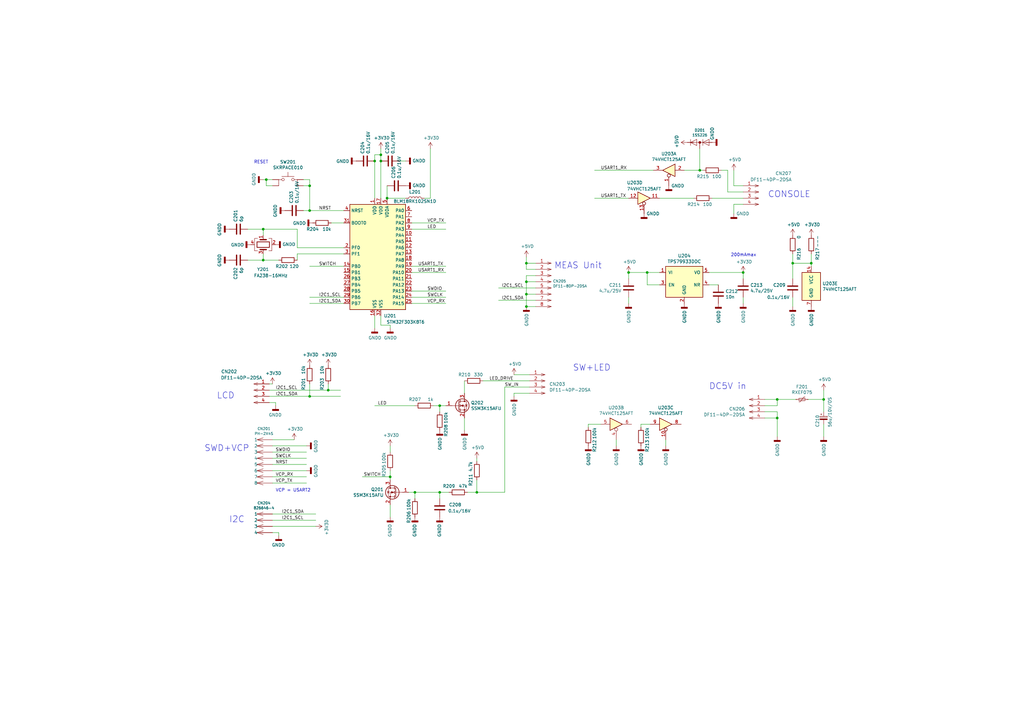
<source format=kicad_sch>
(kicad_sch (version 20211123) (generator eeschema)

  (uuid 275804c3-a3ed-4eb8-8cdc-432283432367)

  (paper "A3")

  (title_block
    (title "EH-900 L-He level meter")
    (date "2022-04-19")
    (rev "01")
    (company "Eagle Technology, Inc.")
    (comment 1 "CPU")
    (comment 2 "DR20000195")
  )

  (lib_symbols
    (symbol "Device:Crystal_GND24" (pin_names (offset 1.016) hide) (in_bom yes) (on_board yes)
      (property "Reference" "Y" (id 0) (at 3.175 5.08 0)
        (effects (font (size 1.27 1.27)) (justify left))
      )
      (property "Value" "Crystal_GND24" (id 1) (at 3.175 3.175 0)
        (effects (font (size 1.27 1.27)) (justify left))
      )
      (property "Footprint" "" (id 2) (at 0 0 0)
        (effects (font (size 1.27 1.27)) hide)
      )
      (property "Datasheet" "~" (id 3) (at 0 0 0)
        (effects (font (size 1.27 1.27)) hide)
      )
      (property "ki_keywords" "quartz ceramic resonator oscillator" (id 4) (at 0 0 0)
        (effects (font (size 1.27 1.27)) hide)
      )
      (property "ki_description" "Four pin crystal, GND on pins 2 and 4" (id 5) (at 0 0 0)
        (effects (font (size 1.27 1.27)) hide)
      )
      (property "ki_fp_filters" "Crystal*" (id 6) (at 0 0 0)
        (effects (font (size 1.27 1.27)) hide)
      )
      (symbol "Crystal_GND24_0_1"
        (rectangle (start -1.143 2.54) (end 1.143 -2.54)
          (stroke (width 0.3048) (type default) (color 0 0 0 0))
          (fill (type none))
        )
        (polyline
          (pts
            (xy -2.54 0)
            (xy -2.032 0)
          )
          (stroke (width 0) (type default) (color 0 0 0 0))
          (fill (type none))
        )
        (polyline
          (pts
            (xy -2.032 -1.27)
            (xy -2.032 1.27)
          )
          (stroke (width 0.508) (type default) (color 0 0 0 0))
          (fill (type none))
        )
        (polyline
          (pts
            (xy 0 -3.81)
            (xy 0 -3.556)
          )
          (stroke (width 0) (type default) (color 0 0 0 0))
          (fill (type none))
        )
        (polyline
          (pts
            (xy 0 3.556)
            (xy 0 3.81)
          )
          (stroke (width 0) (type default) (color 0 0 0 0))
          (fill (type none))
        )
        (polyline
          (pts
            (xy 2.032 -1.27)
            (xy 2.032 1.27)
          )
          (stroke (width 0.508) (type default) (color 0 0 0 0))
          (fill (type none))
        )
        (polyline
          (pts
            (xy 2.032 0)
            (xy 2.54 0)
          )
          (stroke (width 0) (type default) (color 0 0 0 0))
          (fill (type none))
        )
        (polyline
          (pts
            (xy -2.54 -2.286)
            (xy -2.54 -3.556)
            (xy 2.54 -3.556)
            (xy 2.54 -2.286)
          )
          (stroke (width 0) (type default) (color 0 0 0 0))
          (fill (type none))
        )
        (polyline
          (pts
            (xy -2.54 2.286)
            (xy -2.54 3.556)
            (xy 2.54 3.556)
            (xy 2.54 2.286)
          )
          (stroke (width 0) (type default) (color 0 0 0 0))
          (fill (type none))
        )
      )
      (symbol "Crystal_GND24_1_1"
        (pin passive line (at -3.81 0 0) (length 1.27)
          (name "1" (effects (font (size 1.27 1.27))))
          (number "1" (effects (font (size 1.27 1.27))))
        )
        (pin passive line (at 0 5.08 270) (length 1.27)
          (name "2" (effects (font (size 1.27 1.27))))
          (number "2" (effects (font (size 1.27 1.27))))
        )
        (pin passive line (at 3.81 0 180) (length 1.27)
          (name "3" (effects (font (size 1.27 1.27))))
          (number "3" (effects (font (size 1.27 1.27))))
        )
        (pin passive line (at 0 -5.08 90) (length 1.27)
          (name "4" (effects (font (size 1.27 1.27))))
          (number "4" (effects (font (size 1.27 1.27))))
        )
      )
    )
    (symbol "Device:L" (pin_numbers hide) (pin_names (offset 1.016) hide) (in_bom yes) (on_board yes)
      (property "Reference" "L" (id 0) (at -1.27 0 90)
        (effects (font (size 1.27 1.27)))
      )
      (property "Value" "L" (id 1) (at 1.905 0 90)
        (effects (font (size 1.27 1.27)))
      )
      (property "Footprint" "" (id 2) (at 0 0 0)
        (effects (font (size 1.27 1.27)) hide)
      )
      (property "Datasheet" "~" (id 3) (at 0 0 0)
        (effects (font (size 1.27 1.27)) hide)
      )
      (property "ki_keywords" "inductor choke coil reactor magnetic" (id 4) (at 0 0 0)
        (effects (font (size 1.27 1.27)) hide)
      )
      (property "ki_description" "Inductor" (id 5) (at 0 0 0)
        (effects (font (size 1.27 1.27)) hide)
      )
      (property "ki_fp_filters" "Choke_* *Coil* Inductor_* L_*" (id 6) (at 0 0 0)
        (effects (font (size 1.27 1.27)) hide)
      )
      (symbol "L_0_1"
        (arc (start 0 -2.54) (mid 0.635 -1.905) (end 0 -1.27)
          (stroke (width 0) (type default) (color 0 0 0 0))
          (fill (type none))
        )
        (arc (start 0 -1.27) (mid 0.635 -0.635) (end 0 0)
          (stroke (width 0) (type default) (color 0 0 0 0))
          (fill (type none))
        )
        (arc (start 0 0) (mid 0.635 0.635) (end 0 1.27)
          (stroke (width 0) (type default) (color 0 0 0 0))
          (fill (type none))
        )
        (arc (start 0 1.27) (mid 0.635 1.905) (end 0 2.54)
          (stroke (width 0) (type default) (color 0 0 0 0))
          (fill (type none))
        )
      )
      (symbol "L_1_1"
        (pin passive line (at 0 3.81 270) (length 1.27)
          (name "1" (effects (font (size 1.27 1.27))))
          (number "1" (effects (font (size 1.27 1.27))))
        )
        (pin passive line (at 0 -3.81 90) (length 1.27)
          (name "2" (effects (font (size 1.27 1.27))))
          (number "2" (effects (font (size 1.27 1.27))))
        )
      )
    )
    (symbol "Device:Polyfuse_Small" (pin_numbers hide) (pin_names (offset 0)) (in_bom yes) (on_board yes)
      (property "Reference" "F" (id 0) (at -1.905 0 90)
        (effects (font (size 1.27 1.27)))
      )
      (property "Value" "Polyfuse_Small" (id 1) (at 1.905 0 90)
        (effects (font (size 1.27 1.27)))
      )
      (property "Footprint" "" (id 2) (at 1.27 -5.08 0)
        (effects (font (size 1.27 1.27)) (justify left) hide)
      )
      (property "Datasheet" "~" (id 3) (at 0 0 0)
        (effects (font (size 1.27 1.27)) hide)
      )
      (property "ki_keywords" "resettable fuse PTC PPTC polyfuse polyswitch" (id 4) (at 0 0 0)
        (effects (font (size 1.27 1.27)) hide)
      )
      (property "ki_description" "Resettable fuse, polymeric positive temperature coefficient, small symbol" (id 5) (at 0 0 0)
        (effects (font (size 1.27 1.27)) hide)
      )
      (property "ki_fp_filters" "*polyfuse* *PTC*" (id 6) (at 0 0 0)
        (effects (font (size 1.27 1.27)) hide)
      )
      (symbol "Polyfuse_Small_0_1"
        (rectangle (start -0.508 1.27) (end 0.508 -1.27)
          (stroke (width 0) (type default) (color 0 0 0 0))
          (fill (type none))
        )
        (polyline
          (pts
            (xy 0 2.54)
            (xy 0 -2.54)
          )
          (stroke (width 0) (type default) (color 0 0 0 0))
          (fill (type none))
        )
        (polyline
          (pts
            (xy -1.016 1.27)
            (xy -1.016 0.762)
            (xy 1.016 -0.762)
            (xy 1.016 -1.27)
          )
          (stroke (width 0) (type default) (color 0 0 0 0))
          (fill (type none))
        )
      )
      (symbol "Polyfuse_Small_1_1"
        (pin passive line (at 0 2.54 270) (length 0.635)
          (name "~" (effects (font (size 1.27 1.27))))
          (number "1" (effects (font (size 1.27 1.27))))
        )
        (pin passive line (at 0 -2.54 90) (length 0.635)
          (name "~" (effects (font (size 1.27 1.27))))
          (number "2" (effects (font (size 1.27 1.27))))
        )
      )
    )
    (symbol "EH-900-rescue:+3V3D-EH-900" (power) (pin_names (offset 0)) (in_bom yes) (on_board yes)
      (property "Reference" "#PWR" (id 0) (at 0 -3.81 0)
        (effects (font (size 1.27 1.27)) hide)
      )
      (property "Value" "+3V3D-EH-900" (id 1) (at 0 3.556 0)
        (effects (font (size 1.27 1.27)))
      )
      (property "Footprint" "" (id 2) (at 0 0 0)
        (effects (font (size 1.27 1.27)) hide)
      )
      (property "Datasheet" "" (id 3) (at 0 0 0)
        (effects (font (size 1.27 1.27)) hide)
      )
      (symbol "+3V3D-EH-900_0_1"
        (polyline
          (pts
            (xy -0.762 1.27)
            (xy 0 2.54)
          )
          (stroke (width 0) (type default) (color 0 0 0 0))
          (fill (type none))
        )
        (polyline
          (pts
            (xy 0 0)
            (xy 0 2.54)
          )
          (stroke (width 0) (type default) (color 0 0 0 0))
          (fill (type none))
        )
        (polyline
          (pts
            (xy 0 2.54)
            (xy 0.762 1.27)
          )
          (stroke (width 0) (type default) (color 0 0 0 0))
          (fill (type none))
        )
      )
      (symbol "+3V3D-EH-900_1_1"
        (pin power_in line (at 0 0 90) (length 0) hide
          (name "+3V3D" (effects (font (size 1.27 1.27))))
          (number "1" (effects (font (size 1.27 1.27))))
        )
      )
    )
    (symbol "EH-900-rescue:+5VD-EH-900" (power) (pin_names (offset 0)) (in_bom yes) (on_board yes)
      (property "Reference" "#PWR" (id 0) (at 0 -3.81 0)
        (effects (font (size 1.27 1.27)) hide)
      )
      (property "Value" "+5VD-EH-900" (id 1) (at 0 3.556 0)
        (effects (font (size 1.27 1.27)))
      )
      (property "Footprint" "" (id 2) (at 0 0 0)
        (effects (font (size 1.27 1.27)) hide)
      )
      (property "Datasheet" "" (id 3) (at 0 0 0)
        (effects (font (size 1.27 1.27)) hide)
      )
      (symbol "+5VD-EH-900_0_1"
        (polyline
          (pts
            (xy -0.762 1.27)
            (xy 0 2.54)
          )
          (stroke (width 0) (type default) (color 0 0 0 0))
          (fill (type none))
        )
        (polyline
          (pts
            (xy 0 0)
            (xy 0 2.54)
          )
          (stroke (width 0) (type default) (color 0 0 0 0))
          (fill (type none))
        )
        (polyline
          (pts
            (xy 0 2.54)
            (xy 0.762 1.27)
          )
          (stroke (width 0) (type default) (color 0 0 0 0))
          (fill (type none))
        )
      )
      (symbol "+5VD-EH-900_1_1"
        (pin power_in line (at 0 0 90) (length 0) hide
          (name "+5VD" (effects (font (size 1.27 1.27))))
          (number "1" (effects (font (size 1.27 1.27))))
        )
      )
    )
    (symbol "EH-900-rescue:1SS-main-eagle-import" (pin_names (offset 1.016)) (in_bom yes) (on_board yes)
      (property "Reference" "D" (id 0) (at 0.762 2.0066 0)
        (effects (font (size 1.0668 1.0668)) (justify left bottom))
      )
      (property "Value" "1SS-main-eagle-import" (id 1) (at -4.826 -3.4544 0)
        (effects (font (size 1.0668 1.0668)) (justify left bottom))
      )
      (property "Footprint" "" (id 2) (at 0 0 0)
        (effects (font (size 1.27 1.27)) hide)
      )
      (property "Datasheet" "" (id 3) (at 0 0 0)
        (effects (font (size 1.27 1.27)) hide)
      )
      (property "ki_locked" "" (id 4) (at 0 0 0)
        (effects (font (size 1.27 1.27)))
      )
      (symbol "1SS-main-eagle-import_1_0"
        (polyline
          (pts
            (xy -3.81 -1.27)
            (xy -3.81 0)
          )
          (stroke (width 0) (type default) (color 0 0 0 0))
          (fill (type none))
        )
        (polyline
          (pts
            (xy -3.81 0)
            (xy -3.81 1.27)
          )
          (stroke (width 0) (type default) (color 0 0 0 0))
          (fill (type none))
        )
        (polyline
          (pts
            (xy -3.81 0)
            (xy -1.27 -1.27)
          )
          (stroke (width 0) (type default) (color 0 0 0 0))
          (fill (type none))
        )
        (polyline
          (pts
            (xy -3.81 0)
            (xy 1.27 0)
          )
          (stroke (width 0) (type default) (color 0 0 0 0))
          (fill (type none))
        )
        (polyline
          (pts
            (xy -1.27 -1.27)
            (xy -1.27 1.27)
          )
          (stroke (width 0) (type default) (color 0 0 0 0))
          (fill (type none))
        )
        (polyline
          (pts
            (xy -1.27 1.27)
            (xy -3.81 0)
          )
          (stroke (width 0) (type default) (color 0 0 0 0))
          (fill (type none))
        )
        (polyline
          (pts
            (xy 1.27 -1.27)
            (xy 1.27 0)
          )
          (stroke (width 0) (type default) (color 0 0 0 0))
          (fill (type none))
        )
        (polyline
          (pts
            (xy 1.27 0)
            (xy 1.27 1.27)
          )
          (stroke (width 0) (type default) (color 0 0 0 0))
          (fill (type none))
        )
        (polyline
          (pts
            (xy 1.27 0)
            (xy 3.81 -1.27)
          )
          (stroke (width 0) (type default) (color 0 0 0 0))
          (fill (type none))
        )
        (polyline
          (pts
            (xy 2.54 0)
            (xy 1.27 0)
          )
          (stroke (width 0) (type default) (color 0 0 0 0))
          (fill (type none))
        )
        (polyline
          (pts
            (xy 3.81 -1.27)
            (xy 3.81 1.27)
          )
          (stroke (width 0) (type default) (color 0 0 0 0))
          (fill (type none))
        )
        (polyline
          (pts
            (xy 3.81 1.27)
            (xy 1.27 0)
          )
          (stroke (width 0) (type default) (color 0 0 0 0))
          (fill (type none))
        )
        (circle (center 0 0) (radius 0.127)
          (stroke (width 0.4064) (type default) (color 0 0 0 0))
          (fill (type none))
        )
        (pin passive line (at 5.08 0 180) (length 2.54)
          (name "A" (effects (font (size 0 0))))
          (number "1" (effects (font (size 0 0))))
        )
        (pin passive line (at -5.08 0 0) (length 2.54)
          (name "C" (effects (font (size 0 0))))
          (number "2" (effects (font (size 0 0))))
        )
        (pin passive line (at 0 2.54 270) (length 2.54)
          (name "AC" (effects (font (size 0 0))))
          (number "3" (effects (font (size 0 0))))
        )
      )
    )
    (symbol "EH-900-rescue:74VHC125FT-EH-900" (pin_names (offset 1.016)) (in_bom yes) (on_board yes)
      (property "Reference" "U" (id 0) (at -5.08 -3.81 90)
        (effects (font (size 1.27 1.27)))
      )
      (property "Value" "74VHC125FT-EH-900" (id 1) (at 5.08 1.27 90)
        (effects (font (size 1.27 1.27)))
      )
      (property "Footprint" "" (id 2) (at 0 0 0)
        (effects (font (size 1.27 1.27)) hide)
      )
      (property "Datasheet" "" (id 3) (at 0 0 0)
        (effects (font (size 1.27 1.27)) hide)
      )
      (property "ki_locked" "" (id 4) (at 0 0 0)
        (effects (font (size 1.27 1.27)))
      )
      (property "ki_fp_filters" "DIP*W7.62mm*" (id 5) (at 0 0 0)
        (effects (font (size 1.27 1.27)) hide)
      )
      (symbol "74VHC125FT-EH-900_1_0"
        (polyline
          (pts
            (xy -2.54 2.54)
            (xy -2.54 -2.54)
            (xy 2.54 0)
            (xy -2.54 2.54)
          )
          (stroke (width 0.254) (type default) (color 0 0 0 0))
          (fill (type background))
        )
        (pin input inverted (at 0 -6.35 90) (length 4.826)
          (name "~" (effects (font (size 1.27 1.27))))
          (number "1" (effects (font (size 1.27 1.27))))
        )
        (pin input line (at -6.35 0 0) (length 3.81)
          (name "~" (effects (font (size 1.27 1.27))))
          (number "2" (effects (font (size 1.27 1.27))))
        )
        (pin tri_state line (at 6.35 0 180) (length 3.81)
          (name "~" (effects (font (size 1.27 1.27))))
          (number "3" (effects (font (size 1.27 1.27))))
        )
      )
      (symbol "74VHC125FT-EH-900_2_1"
        (polyline
          (pts
            (xy -2.54 2.54)
            (xy -2.54 -2.54)
            (xy 2.54 0)
            (xy -2.54 2.54)
          )
          (stroke (width 0.254) (type default) (color 0 0 0 0))
          (fill (type background))
        )
        (pin input inverted (at 0 -6.35 90) (length 4.826)
          (name "~" (effects (font (size 1.27 1.27))))
          (number "4" (effects (font (size 1.27 1.27))))
        )
        (pin input line (at -6.35 0 0) (length 3.81)
          (name "~" (effects (font (size 1.27 1.27))))
          (number "5" (effects (font (size 1.27 1.27))))
        )
        (pin tri_state line (at 6.35 0 180) (length 3.81)
          (name "~" (effects (font (size 1.27 1.27))))
          (number "6" (effects (font (size 1.27 1.27))))
        )
      )
      (symbol "74VHC125FT-EH-900_3_1"
        (polyline
          (pts
            (xy -2.54 2.54)
            (xy -2.54 -2.54)
            (xy 2.54 0)
            (xy -2.54 2.54)
          )
          (stroke (width 0.254) (type default) (color 0 0 0 0))
          (fill (type background))
        )
        (pin input inverted (at 0 -6.35 90) (length 4.826)
          (name "~" (effects (font (size 1.27 1.27))))
          (number "10" (effects (font (size 1.27 1.27))))
        )
        (pin tri_state line (at 6.35 0 180) (length 3.81)
          (name "~" (effects (font (size 1.27 1.27))))
          (number "8" (effects (font (size 1.27 1.27))))
        )
        (pin input line (at -6.35 0 0) (length 3.81)
          (name "~" (effects (font (size 1.27 1.27))))
          (number "9" (effects (font (size 1.27 1.27))))
        )
      )
      (symbol "74VHC125FT-EH-900_4_1"
        (polyline
          (pts
            (xy -2.54 2.54)
            (xy -2.54 -2.54)
            (xy 2.54 0)
            (xy -2.54 2.54)
          )
          (stroke (width 0.254) (type default) (color 0 0 0 0))
          (fill (type background))
        )
        (pin tri_state line (at 6.35 0 180) (length 3.81)
          (name "~" (effects (font (size 1.27 1.27))))
          (number "11" (effects (font (size 1.27 1.27))))
        )
        (pin input line (at -6.35 0 0) (length 3.81)
          (name "~" (effects (font (size 1.27 1.27))))
          (number "12" (effects (font (size 1.27 1.27))))
        )
        (pin input inverted (at 0 -6.35 90) (length 4.826)
          (name "~" (effects (font (size 1.27 1.27))))
          (number "13" (effects (font (size 1.27 1.27))))
        )
      )
      (symbol "74VHC125FT-EH-900_5_0"
        (pin power_in line (at 0 8.89 270) (length 2.54)
          (name "VCC" (effects (font (size 1.27 1.27))))
          (number "14" (effects (font (size 1.27 1.27))))
        )
        (pin power_in line (at 0 -7.62 90) (length 2.54)
          (name "GND" (effects (font (size 1.27 1.27))))
          (number "7" (effects (font (size 1.27 1.27))))
        )
      )
      (symbol "74VHC125FT-EH-900_5_1"
        (rectangle (start -3.81 6.35) (end 3.81 -5.08)
          (stroke (width 0.254) (type default) (color 0 0 0 0))
          (fill (type background))
        )
      )
    )
    (symbol "EH-900-rescue:C-EH-900" (pin_numbers hide) (pin_names (offset 0.254)) (in_bom yes) (on_board yes)
      (property "Reference" "C" (id 0) (at 0.635 2.54 0)
        (effects (font (size 1.27 1.27)) (justify left))
      )
      (property "Value" "C-EH-900" (id 1) (at 0.635 -2.54 0)
        (effects (font (size 1.27 1.27)) (justify left))
      )
      (property "Footprint" "" (id 2) (at 0.9652 -3.81 0)
        (effects (font (size 1.27 1.27)) hide)
      )
      (property "Datasheet" "" (id 3) (at 0 0 0)
        (effects (font (size 1.27 1.27)) hide)
      )
      (property "Material" "CER/FILM" (id 4) (at 0 0 0)
        (effects (font (size 1.27 1.27)) hide)
      )
      (property "TC" "CH/X7R/PET/PP" (id 5) (at 0 0 0)
        (effects (font (size 1.27 1.27)) (justify right bottom) hide)
      )
      (property "Soldering" "SMD" (id 6) (at 0 0 0)
        (effects (font (size 1.27 1.27)) hide)
      )
      (property "Vr" "16V" (id 7) (at 0 0 0)
        (effects (font (size 1.27 1.27)))
      )
      (property "ki_fp_filters" "C_*" (id 8) (at 0 0 0)
        (effects (font (size 1.27 1.27)) hide)
      )
      (symbol "C-EH-900_0_1"
        (polyline
          (pts
            (xy -2.032 -0.762)
            (xy 2.032 -0.762)
          )
          (stroke (width 0.508) (type default) (color 0 0 0 0))
          (fill (type none))
        )
        (polyline
          (pts
            (xy -2.032 0.762)
            (xy 2.032 0.762)
          )
          (stroke (width 0.508) (type default) (color 0 0 0 0))
          (fill (type none))
        )
      )
      (symbol "C-EH-900_1_1"
        (pin passive line (at 0 3.81 270) (length 2.794)
          (name "~" (effects (font (size 1.27 1.27))))
          (number "1" (effects (font (size 1.27 1.27))))
        )
        (pin passive line (at 0 -3.81 90) (length 2.794)
          (name "~" (effects (font (size 1.27 1.27))))
          (number "2" (effects (font (size 1.27 1.27))))
        )
      )
    )
    (symbol "EH-900-rescue:CP_Small-Device" (pin_numbers hide) (pin_names (offset 0.254) hide) (in_bom yes) (on_board yes)
      (property "Reference" "C" (id 0) (at 0.254 1.778 0)
        (effects (font (size 1.27 1.27)) (justify left))
      )
      (property "Value" "CP_Small-Device" (id 1) (at 0.254 -2.032 0)
        (effects (font (size 1.27 1.27)) (justify left))
      )
      (property "Footprint" "" (id 2) (at 0 0 0)
        (effects (font (size 1.27 1.27)) hide)
      )
      (property "Datasheet" "" (id 3) (at 0 0 0)
        (effects (font (size 1.27 1.27)) hide)
      )
      (property "ki_fp_filters" "CP_*" (id 4) (at 0 0 0)
        (effects (font (size 1.27 1.27)) hide)
      )
      (symbol "CP_Small-Device_0_1"
        (rectangle (start -1.524 -0.3048) (end 1.524 -0.6858)
          (stroke (width 0) (type default) (color 0 0 0 0))
          (fill (type outline))
        )
        (rectangle (start -1.524 0.6858) (end 1.524 0.3048)
          (stroke (width 0) (type default) (color 0 0 0 0))
          (fill (type none))
        )
        (polyline
          (pts
            (xy -1.27 1.524)
            (xy -0.762 1.524)
          )
          (stroke (width 0) (type default) (color 0 0 0 0))
          (fill (type none))
        )
        (polyline
          (pts
            (xy -1.016 1.27)
            (xy -1.016 1.778)
          )
          (stroke (width 0) (type default) (color 0 0 0 0))
          (fill (type none))
        )
      )
      (symbol "CP_Small-Device_1_1"
        (pin passive line (at 0 2.54 270) (length 1.8542)
          (name "~" (effects (font (size 1.27 1.27))))
          (number "1" (effects (font (size 1.27 1.27))))
        )
        (pin passive line (at 0 -2.54 90) (length 1.8542)
          (name "~" (effects (font (size 1.27 1.27))))
          (number "2" (effects (font (size 1.27 1.27))))
        )
      )
    )
    (symbol "EH-900-rescue:DF11-4DP-2DSA-EH-900" (pin_names (offset 1.016)) (in_bom yes) (on_board yes)
      (property "Reference" "CN" (id 0) (at 7.62 2.54 0)
        (effects (font (size 1.2954 1.2954)) (justify left bottom))
      )
      (property "Value" "DF11-4DP-2DSA-EH-900" (id 1) (at 7.62 0 0)
        (effects (font (size 1.2954 1.2954)) (justify left bottom))
      )
      (property "Footprint" "" (id 2) (at 0 0 0)
        (effects (font (size 1.27 1.27)) hide)
      )
      (property "Datasheet" "" (id 3) (at 0 0 0)
        (effects (font (size 1.27 1.27)) hide)
      )
      (symbol "DF11-4DP-2DSA-EH-900_1_0"
        (polyline
          (pts
            (xy 2.54 3.81)
            (xy 3.81 3.81)
          )
          (stroke (width 0) (type default) (color 0 0 0 0))
          (fill (type none))
        )
        (polyline
          (pts
            (xy 3.81 3.81)
            (xy 2.286 3.302)
          )
          (stroke (width 0) (type default) (color 0 0 0 0))
          (fill (type none))
        )
        (polyline
          (pts
            (xy 3.81 3.81)
            (xy 2.286 4.318)
          )
          (stroke (width 0) (type default) (color 0 0 0 0))
          (fill (type none))
        )
        (pin passive line (at -2.54 3.81 0) (length 5.08)
          (name "1" (effects (font (size 0 0))))
          (number "1" (effects (font (size 1.27 1.27))))
        )
        (pin passive line (at -2.54 1.27 0) (length 5.08)
          (name "2" (effects (font (size 0 0))))
          (number "2" (effects (font (size 1.27 1.27))))
        )
        (pin passive line (at -2.54 -1.27 0) (length 5.08)
          (name "3" (effects (font (size 0 0))))
          (number "3" (effects (font (size 1.27 1.27))))
        )
        (pin passive line (at -2.54 -3.81 0) (length 5.08)
          (name "4" (effects (font (size 0 0))))
          (number "4" (effects (font (size 1.27 1.27))))
        )
      )
      (symbol "DF11-4DP-2DSA-EH-900_1_1"
        (polyline
          (pts
            (xy 2.54 -3.81)
            (xy 3.81 -3.81)
          )
          (stroke (width 0) (type default) (color 0 0 0 0))
          (fill (type none))
        )
        (polyline
          (pts
            (xy 2.54 -1.27)
            (xy 3.81 -1.27)
          )
          (stroke (width 0) (type default) (color 0 0 0 0))
          (fill (type none))
        )
        (polyline
          (pts
            (xy 2.54 1.27)
            (xy 3.81 1.27)
          )
          (stroke (width 0) (type default) (color 0 0 0 0))
          (fill (type none))
        )
        (polyline
          (pts
            (xy 3.81 -3.81)
            (xy 2.286 -4.318)
          )
          (stroke (width 0) (type default) (color 0 0 0 0))
          (fill (type none))
        )
        (polyline
          (pts
            (xy 3.81 -3.81)
            (xy 2.286 -3.302)
          )
          (stroke (width 0) (type default) (color 0 0 0 0))
          (fill (type none))
        )
        (polyline
          (pts
            (xy 3.81 -1.27)
            (xy 2.286 -1.778)
          )
          (stroke (width 0) (type default) (color 0 0 0 0))
          (fill (type none))
        )
        (polyline
          (pts
            (xy 3.81 -1.27)
            (xy 2.286 -0.762)
          )
          (stroke (width 0) (type default) (color 0 0 0 0))
          (fill (type none))
        )
        (polyline
          (pts
            (xy 3.81 1.27)
            (xy 2.286 0.762)
          )
          (stroke (width 0) (type default) (color 0 0 0 0))
          (fill (type none))
        )
        (polyline
          (pts
            (xy 3.81 1.27)
            (xy 2.286 1.778)
          )
          (stroke (width 0) (type default) (color 0 0 0 0))
          (fill (type none))
        )
      )
    )
    (symbol "EH-900-rescue:DF11-8DP-2DSA-EH-900" (pin_names (offset 1.016)) (in_bom yes) (on_board yes)
      (property "Reference" "CN" (id 0) (at 7.62 5.08 0)
        (effects (font (size 1.27 1.27)) (justify left bottom))
      )
      (property "Value" "DF11-8DP-2DSA-EH-900" (id 1) (at 7.62 2.54 0)
        (effects (font (size 1.27 1.27)) (justify left bottom))
      )
      (property "Footprint" "" (id 2) (at 0 0 0)
        (effects (font (size 1.27 1.27)) hide)
      )
      (property "Datasheet" "" (id 3) (at 0 0 0)
        (effects (font (size 1.27 1.27)) hide)
      )
      (property "ki_fp_filters" "*DF11*" (id 4) (at 0 0 0)
        (effects (font (size 1.27 1.27)) hide)
      )
      (symbol "DF11-8DP-2DSA-EH-900_1_0"
        (pin passive line (at -2.54 7.62 0) (length 5.08)
          (name "1" (effects (font (size 0 0))))
          (number "1" (effects (font (size 1.27 1.27))))
        )
        (pin passive line (at -2.54 5.08 0) (length 5.08)
          (name "2" (effects (font (size 0 0))))
          (number "2" (effects (font (size 1.27 1.27))))
        )
        (pin passive line (at -2.54 2.54 0) (length 5.08)
          (name "3" (effects (font (size 0 0))))
          (number "3" (effects (font (size 1.27 1.27))))
        )
        (pin passive line (at -2.54 0 0) (length 5.08)
          (name "4" (effects (font (size 0 0))))
          (number "4" (effects (font (size 1.27 1.27))))
        )
        (pin passive line (at -2.54 -2.54 0) (length 5.08)
          (name "5" (effects (font (size 0 0))))
          (number "5" (effects (font (size 1.27 1.27))))
        )
        (pin passive line (at -2.54 -5.08 0) (length 5.08)
          (name "6" (effects (font (size 0 0))))
          (number "6" (effects (font (size 1.27 1.27))))
        )
        (pin passive line (at -2.54 -7.62 0) (length 5.08)
          (name "7" (effects (font (size 0 0))))
          (number "7" (effects (font (size 1.27 1.27))))
        )
        (pin passive line (at -2.54 -10.16 0) (length 5.08)
          (name "8" (effects (font (size 0 0))))
          (number "8" (effects (font (size 1.27 1.27))))
        )
      )
      (symbol "DF11-8DP-2DSA-EH-900_1_1"
        (polyline
          (pts
            (xy 2.54 -10.16)
            (xy 3.81 -10.16)
          )
          (stroke (width 0) (type default) (color 0 0 0 0))
          (fill (type none))
        )
        (polyline
          (pts
            (xy 2.54 -7.62)
            (xy 3.81 -7.62)
          )
          (stroke (width 0) (type default) (color 0 0 0 0))
          (fill (type none))
        )
        (polyline
          (pts
            (xy 2.54 -5.08)
            (xy 3.81 -5.08)
          )
          (stroke (width 0) (type default) (color 0 0 0 0))
          (fill (type none))
        )
        (polyline
          (pts
            (xy 2.54 -2.54)
            (xy 3.81 -2.54)
          )
          (stroke (width 0) (type default) (color 0 0 0 0))
          (fill (type none))
        )
        (polyline
          (pts
            (xy 2.54 0)
            (xy 3.81 0)
          )
          (stroke (width 0) (type default) (color 0 0 0 0))
          (fill (type none))
        )
        (polyline
          (pts
            (xy 2.54 2.54)
            (xy 3.81 2.54)
          )
          (stroke (width 0) (type default) (color 0 0 0 0))
          (fill (type none))
        )
        (polyline
          (pts
            (xy 2.54 5.08)
            (xy 3.81 5.08)
          )
          (stroke (width 0) (type default) (color 0 0 0 0))
          (fill (type none))
        )
        (polyline
          (pts
            (xy 2.54 7.62)
            (xy 3.81 7.62)
          )
          (stroke (width 0) (type default) (color 0 0 0 0))
          (fill (type none))
        )
        (polyline
          (pts
            (xy 3.81 -10.16)
            (xy 2.286 -10.668)
          )
          (stroke (width 0) (type default) (color 0 0 0 0))
          (fill (type none))
        )
        (polyline
          (pts
            (xy 3.81 -10.16)
            (xy 2.286 -9.652)
          )
          (stroke (width 0) (type default) (color 0 0 0 0))
          (fill (type none))
        )
        (polyline
          (pts
            (xy 3.81 -7.62)
            (xy 2.286 -8.128)
          )
          (stroke (width 0) (type default) (color 0 0 0 0))
          (fill (type none))
        )
        (polyline
          (pts
            (xy 3.81 -7.62)
            (xy 2.286 -7.112)
          )
          (stroke (width 0) (type default) (color 0 0 0 0))
          (fill (type none))
        )
        (polyline
          (pts
            (xy 3.81 -5.08)
            (xy 2.286 -5.588)
          )
          (stroke (width 0) (type default) (color 0 0 0 0))
          (fill (type none))
        )
        (polyline
          (pts
            (xy 3.81 -5.08)
            (xy 2.286 -4.572)
          )
          (stroke (width 0) (type default) (color 0 0 0 0))
          (fill (type none))
        )
        (polyline
          (pts
            (xy 3.81 -2.54)
            (xy 2.286 -3.048)
          )
          (stroke (width 0) (type default) (color 0 0 0 0))
          (fill (type none))
        )
        (polyline
          (pts
            (xy 3.81 -2.54)
            (xy 2.286 -2.032)
          )
          (stroke (width 0) (type default) (color 0 0 0 0))
          (fill (type none))
        )
        (polyline
          (pts
            (xy 3.81 0)
            (xy 2.286 -0.508)
          )
          (stroke (width 0) (type default) (color 0 0 0 0))
          (fill (type none))
        )
        (polyline
          (pts
            (xy 3.81 0)
            (xy 2.286 0.508)
          )
          (stroke (width 0) (type default) (color 0 0 0 0))
          (fill (type none))
        )
        (polyline
          (pts
            (xy 3.81 2.54)
            (xy 2.286 2.032)
          )
          (stroke (width 0) (type default) (color 0 0 0 0))
          (fill (type none))
        )
        (polyline
          (pts
            (xy 3.81 2.54)
            (xy 2.286 3.048)
          )
          (stroke (width 0) (type default) (color 0 0 0 0))
          (fill (type none))
        )
        (polyline
          (pts
            (xy 3.81 5.08)
            (xy 2.286 4.572)
          )
          (stroke (width 0) (type default) (color 0 0 0 0))
          (fill (type none))
        )
        (polyline
          (pts
            (xy 3.81 5.08)
            (xy 2.286 5.588)
          )
          (stroke (width 0) (type default) (color 0 0 0 0))
          (fill (type none))
        )
        (polyline
          (pts
            (xy 3.81 7.62)
            (xy 2.286 7.112)
          )
          (stroke (width 0) (type default) (color 0 0 0 0))
          (fill (type none))
        )
        (polyline
          (pts
            (xy 3.81 7.62)
            (xy 2.286 8.128)
          )
          (stroke (width 0) (type default) (color 0 0 0 0))
          (fill (type none))
        )
      )
    )
    (symbol "EH-900-rescue:PIN_HEADER_4PIN-EH-900" (pin_names (offset 1.016)) (in_bom yes) (on_board yes)
      (property "Reference" "CN" (id 0) (at 7.62 7.62 0)
        (effects (font (size 1.0668 1.0668)) (justify left bottom))
      )
      (property "Value" "PIN_HEADER_4PIN-EH-900" (id 1) (at 7.62 5.08 0)
        (effects (font (size 1.0668 1.0668)) (justify left bottom))
      )
      (property "Footprint" "" (id 2) (at 0 0 0)
        (effects (font (size 1.27 1.27)) hide)
      )
      (property "Datasheet" "" (id 3) (at 0 0 0)
        (effects (font (size 1.27 1.27)) hide)
      )
      (symbol "PIN_HEADER_4PIN-EH-900_1_0"
        (polyline
          (pts
            (xy 2.54 2.54)
            (xy 3.81 2.54)
          )
          (stroke (width 0) (type default) (color 0 0 0 0))
          (fill (type none))
        )
        (polyline
          (pts
            (xy 2.54 5.08)
            (xy 3.81 5.08)
          )
          (stroke (width 0) (type default) (color 0 0 0 0))
          (fill (type none))
        )
        (polyline
          (pts
            (xy 2.54 7.62)
            (xy 3.81 7.62)
          )
          (stroke (width 0) (type default) (color 0 0 0 0))
          (fill (type none))
        )
        (polyline
          (pts
            (xy 2.54 10.16)
            (xy 3.81 10.16)
          )
          (stroke (width 0) (type default) (color 0 0 0 0))
          (fill (type none))
        )
        (polyline
          (pts
            (xy 3.81 2.54)
            (xy 1.27 1.778)
          )
          (stroke (width 0) (type default) (color 0 0 0 0))
          (fill (type none))
        )
        (polyline
          (pts
            (xy 3.81 2.54)
            (xy 1.27 3.302)
          )
          (stroke (width 0) (type default) (color 0 0 0 0))
          (fill (type none))
        )
        (polyline
          (pts
            (xy 3.81 5.08)
            (xy 1.27 4.318)
          )
          (stroke (width 0) (type default) (color 0 0 0 0))
          (fill (type none))
        )
        (polyline
          (pts
            (xy 3.81 5.08)
            (xy 1.27 5.842)
          )
          (stroke (width 0) (type default) (color 0 0 0 0))
          (fill (type none))
        )
        (polyline
          (pts
            (xy 3.81 7.62)
            (xy 1.27 6.858)
          )
          (stroke (width 0) (type default) (color 0 0 0 0))
          (fill (type none))
        )
        (polyline
          (pts
            (xy 3.81 7.62)
            (xy 1.27 8.382)
          )
          (stroke (width 0) (type default) (color 0 0 0 0))
          (fill (type none))
        )
        (polyline
          (pts
            (xy 3.81 10.16)
            (xy 1.27 9.398)
          )
          (stroke (width 0) (type default) (color 0 0 0 0))
          (fill (type none))
        )
        (polyline
          (pts
            (xy 3.81 10.16)
            (xy 1.27 10.922)
          )
          (stroke (width 0) (type default) (color 0 0 0 0))
          (fill (type none))
        )
        (pin passive line (at -2.54 10.16 0) (length 5.08)
          (name "1" (effects (font (size 1.27 1.27))))
          (number "1" (effects (font (size 0 0))))
        )
        (pin passive line (at -2.54 7.62 0) (length 5.08)
          (name "2" (effects (font (size 1.27 1.27))))
          (number "2" (effects (font (size 0 0))))
        )
        (pin passive line (at -2.54 5.08 0) (length 5.08)
          (name "3" (effects (font (size 1.27 1.27))))
          (number "3" (effects (font (size 0 0))))
        )
        (pin passive line (at -2.54 2.54 0) (length 5.08)
          (name "4" (effects (font (size 1.27 1.27))))
          (number "4" (effects (font (size 0 0))))
        )
      )
    )
    (symbol "EH-900-rescue:PIN_HEADER_8PIN-EH-900" (pin_names (offset 1.016)) (in_bom yes) (on_board yes)
      (property "Reference" "CN" (id 0) (at 7.62 7.62 0)
        (effects (font (size 1.0668 1.0668)) (justify left bottom))
      )
      (property "Value" "PIN_HEADER_8PIN-EH-900" (id 1) (at 7.62 5.08 0)
        (effects (font (size 1.0668 1.0668)) (justify left bottom))
      )
      (property "Footprint" "" (id 2) (at 0 0 0)
        (effects (font (size 1.27 1.27)) hide)
      )
      (property "Datasheet" "" (id 3) (at 0 0 0)
        (effects (font (size 1.27 1.27)) hide)
      )
      (property "ki_locked" "" (id 4) (at 0 0 0)
        (effects (font (size 1.27 1.27)))
      )
      (symbol "PIN_HEADER_8PIN-EH-900_1_0"
        (polyline
          (pts
            (xy 2.54 -7.62)
            (xy 3.81 -7.62)
          )
          (stroke (width 0) (type default) (color 0 0 0 0))
          (fill (type none))
        )
        (polyline
          (pts
            (xy 2.54 -5.08)
            (xy 3.81 -5.08)
          )
          (stroke (width 0) (type default) (color 0 0 0 0))
          (fill (type none))
        )
        (polyline
          (pts
            (xy 2.54 -2.54)
            (xy 3.81 -2.54)
          )
          (stroke (width 0) (type default) (color 0 0 0 0))
          (fill (type none))
        )
        (polyline
          (pts
            (xy 2.54 0)
            (xy 3.81 0)
          )
          (stroke (width 0) (type default) (color 0 0 0 0))
          (fill (type none))
        )
        (polyline
          (pts
            (xy 2.54 2.54)
            (xy 3.81 2.54)
          )
          (stroke (width 0) (type default) (color 0 0 0 0))
          (fill (type none))
        )
        (polyline
          (pts
            (xy 2.54 5.08)
            (xy 3.81 5.08)
          )
          (stroke (width 0) (type default) (color 0 0 0 0))
          (fill (type none))
        )
        (polyline
          (pts
            (xy 2.54 7.62)
            (xy 3.81 7.62)
          )
          (stroke (width 0) (type default) (color 0 0 0 0))
          (fill (type none))
        )
        (polyline
          (pts
            (xy 2.54 10.16)
            (xy 3.81 10.16)
          )
          (stroke (width 0) (type default) (color 0 0 0 0))
          (fill (type none))
        )
        (polyline
          (pts
            (xy 3.81 -7.62)
            (xy 1.27 -8.382)
          )
          (stroke (width 0) (type default) (color 0 0 0 0))
          (fill (type none))
        )
        (polyline
          (pts
            (xy 3.81 -7.62)
            (xy 1.27 -6.858)
          )
          (stroke (width 0) (type default) (color 0 0 0 0))
          (fill (type none))
        )
        (polyline
          (pts
            (xy 3.81 -5.08)
            (xy 1.27 -5.842)
          )
          (stroke (width 0) (type default) (color 0 0 0 0))
          (fill (type none))
        )
        (polyline
          (pts
            (xy 3.81 -5.08)
            (xy 1.27 -4.318)
          )
          (stroke (width 0) (type default) (color 0 0 0 0))
          (fill (type none))
        )
        (polyline
          (pts
            (xy 3.81 -2.54)
            (xy 1.27 -3.302)
          )
          (stroke (width 0) (type default) (color 0 0 0 0))
          (fill (type none))
        )
        (polyline
          (pts
            (xy 3.81 -2.54)
            (xy 1.27 -1.778)
          )
          (stroke (width 0) (type default) (color 0 0 0 0))
          (fill (type none))
        )
        (polyline
          (pts
            (xy 3.81 0)
            (xy 1.27 -0.762)
          )
          (stroke (width 0) (type default) (color 0 0 0 0))
          (fill (type none))
        )
        (polyline
          (pts
            (xy 3.81 0)
            (xy 1.27 0.762)
          )
          (stroke (width 0) (type default) (color 0 0 0 0))
          (fill (type none))
        )
        (polyline
          (pts
            (xy 3.81 2.54)
            (xy 1.27 1.778)
          )
          (stroke (width 0) (type default) (color 0 0 0 0))
          (fill (type none))
        )
        (polyline
          (pts
            (xy 3.81 2.54)
            (xy 1.27 3.302)
          )
          (stroke (width 0) (type default) (color 0 0 0 0))
          (fill (type none))
        )
        (polyline
          (pts
            (xy 3.81 5.08)
            (xy 1.27 4.318)
          )
          (stroke (width 0) (type default) (color 0 0 0 0))
          (fill (type none))
        )
        (polyline
          (pts
            (xy 3.81 5.08)
            (xy 1.27 5.842)
          )
          (stroke (width 0) (type default) (color 0 0 0 0))
          (fill (type none))
        )
        (polyline
          (pts
            (xy 3.81 7.62)
            (xy 1.27 6.858)
          )
          (stroke (width 0) (type default) (color 0 0 0 0))
          (fill (type none))
        )
        (polyline
          (pts
            (xy 3.81 7.62)
            (xy 1.27 8.382)
          )
          (stroke (width 0) (type default) (color 0 0 0 0))
          (fill (type none))
        )
        (polyline
          (pts
            (xy 3.81 10.16)
            (xy 1.27 9.398)
          )
          (stroke (width 0) (type default) (color 0 0 0 0))
          (fill (type none))
        )
        (polyline
          (pts
            (xy 3.81 10.16)
            (xy 1.27 10.922)
          )
          (stroke (width 0) (type default) (color 0 0 0 0))
          (fill (type none))
        )
        (pin passive line (at -2.54 10.16 0) (length 5.08)
          (name "1" (effects (font (size 1.27 1.27))))
          (number "1" (effects (font (size 0 0))))
        )
        (pin passive line (at -2.54 7.62 0) (length 5.08)
          (name "2" (effects (font (size 1.27 1.27))))
          (number "2" (effects (font (size 0 0))))
        )
        (pin passive line (at -2.54 5.08 0) (length 5.08)
          (name "3" (effects (font (size 1.27 1.27))))
          (number "3" (effects (font (size 0 0))))
        )
        (pin passive line (at -2.54 2.54 0) (length 5.08)
          (name "4" (effects (font (size 1.27 1.27))))
          (number "4" (effects (font (size 0 0))))
        )
        (pin passive line (at -2.54 0 0) (length 5.08)
          (name "5" (effects (font (size 1.27 1.27))))
          (number "5" (effects (font (size 0 0))))
        )
        (pin passive line (at -2.54 -2.54 0) (length 5.08)
          (name "6" (effects (font (size 1.27 1.27))))
          (number "6" (effects (font (size 0 0))))
        )
        (pin passive line (at -2.54 -5.08 0) (length 5.08)
          (name "7" (effects (font (size 1.27 1.27))))
          (number "7" (effects (font (size 0 0))))
        )
        (pin passive line (at -2.54 -7.62 0) (length 5.08)
          (name "8" (effects (font (size 1.27 1.27))))
          (number "8" (effects (font (size 0 0))))
        )
      )
    )
    (symbol "EH-900-rescue:Q_NMOS_DGS-EH-900" (pin_names (offset 0) hide) (in_bom yes) (on_board yes)
      (property "Reference" "Q" (id 0) (at 5.08 1.27 0)
        (effects (font (size 1.27 1.27)) (justify left))
      )
      (property "Value" "Q_NMOS_DGS-EH-900" (id 1) (at 5.08 -1.27 0)
        (effects (font (size 1.27 1.27)) (justify left))
      )
      (property "Footprint" "" (id 2) (at 5.08 2.54 0)
        (effects (font (size 1.27 1.27)) hide)
      )
      (property "Datasheet" "" (id 3) (at 0 0 0)
        (effects (font (size 1.27 1.27)) hide)
      )
      (symbol "Q_NMOS_DGS-EH-900_0_1"
        (polyline
          (pts
            (xy 0.254 0)
            (xy -2.54 0)
          )
          (stroke (width 0) (type default) (color 0 0 0 0))
          (fill (type none))
        )
        (polyline
          (pts
            (xy 0.254 1.905)
            (xy 0.254 -1.905)
          )
          (stroke (width 0.254) (type default) (color 0 0 0 0))
          (fill (type none))
        )
        (polyline
          (pts
            (xy 0.762 -1.27)
            (xy 0.762 -2.286)
          )
          (stroke (width 0.254) (type default) (color 0 0 0 0))
          (fill (type none))
        )
        (polyline
          (pts
            (xy 0.762 0.508)
            (xy 0.762 -0.508)
          )
          (stroke (width 0.254) (type default) (color 0 0 0 0))
          (fill (type none))
        )
        (polyline
          (pts
            (xy 0.762 2.286)
            (xy 0.762 1.27)
          )
          (stroke (width 0.254) (type default) (color 0 0 0 0))
          (fill (type none))
        )
        (polyline
          (pts
            (xy 2.54 2.54)
            (xy 2.54 1.778)
          )
          (stroke (width 0) (type default) (color 0 0 0 0))
          (fill (type none))
        )
        (polyline
          (pts
            (xy 2.54 -2.54)
            (xy 2.54 0)
            (xy 0.762 0)
          )
          (stroke (width 0) (type default) (color 0 0 0 0))
          (fill (type none))
        )
        (polyline
          (pts
            (xy 0.762 -1.778)
            (xy 3.302 -1.778)
            (xy 3.302 1.778)
            (xy 0.762 1.778)
          )
          (stroke (width 0) (type default) (color 0 0 0 0))
          (fill (type none))
        )
        (polyline
          (pts
            (xy 1.016 0)
            (xy 2.032 0.381)
            (xy 2.032 -0.381)
            (xy 1.016 0)
          )
          (stroke (width 0) (type default) (color 0 0 0 0))
          (fill (type outline))
        )
        (polyline
          (pts
            (xy 2.794 0.508)
            (xy 2.921 0.381)
            (xy 3.683 0.381)
            (xy 3.81 0.254)
          )
          (stroke (width 0) (type default) (color 0 0 0 0))
          (fill (type none))
        )
        (polyline
          (pts
            (xy 3.302 0.381)
            (xy 2.921 -0.254)
            (xy 3.683 -0.254)
            (xy 3.302 0.381)
          )
          (stroke (width 0) (type default) (color 0 0 0 0))
          (fill (type none))
        )
        (circle (center 1.651 0) (radius 2.794)
          (stroke (width 0.254) (type default) (color 0 0 0 0))
          (fill (type none))
        )
        (circle (center 2.54 -1.778) (radius 0.254)
          (stroke (width 0) (type default) (color 0 0 0 0))
          (fill (type outline))
        )
        (circle (center 2.54 1.778) (radius 0.254)
          (stroke (width 0) (type default) (color 0 0 0 0))
          (fill (type outline))
        )
      )
      (symbol "Q_NMOS_DGS-EH-900_1_1"
        (pin input line (at -5.08 0 0) (length 2.54)
          (name "G" (effects (font (size 1.27 1.27))))
          (number "1" (effects (font (size 1.27 1.27))))
        )
        (pin passive line (at 2.54 -5.08 90) (length 2.54)
          (name "S" (effects (font (size 1.27 1.27))))
          (number "2" (effects (font (size 1.27 1.27))))
        )
        (pin passive line (at 2.54 5.08 270) (length 2.54)
          (name "D" (effects (font (size 1.27 1.27))))
          (number "3" (effects (font (size 1.27 1.27))))
        )
      )
    )
    (symbol "EH-900-rescue:R_Thick_1005_Pban-EH-900" (pin_numbers hide) (pin_names (offset 0)) (in_bom yes) (on_board yes)
      (property "Reference" "R" (id 0) (at 2.032 0 90)
        (effects (font (size 1.27 1.27)))
      )
      (property "Value" "R_Thick_1005_Pban-EH-900" (id 1) (at 0 0 90)
        (effects (font (size 1.27 1.27)))
      )
      (property "Footprint" "Resistor_SMD:R_0402_1005Metric_Pad0.72x0.64mm_HandSolder" (id 2) (at -1.778 0 90)
        (effects (font (size 1.27 1.27)) hide)
      )
      (property "Datasheet" "" (id 3) (at 0 0 0)
        (effects (font (size 1.27 1.27)) hide)
      )
      (property "Soldering" "SMD" (id 4) (at 0 0 0)
        (effects (font (size 1.27 1.27)) hide)
      )
      (property "Material" "THICK" (id 5) (at 0 0 0)
        (effects (font (size 1.27 1.27)) hide)
      )
      (property "Power" "0.1" (id 6) (at 0 0 0)
        (effects (font (size 1.27 1.27)) hide)
      )
      (property "ki_fp_filters" "R_*" (id 7) (at 0 0 0)
        (effects (font (size 1.27 1.27)) hide)
      )
      (symbol "R_Thick_1005_Pban-EH-900_0_1"
        (rectangle (start -1.016 -2.54) (end 1.016 2.54)
          (stroke (width 0.254) (type default) (color 0 0 0 0))
          (fill (type none))
        )
      )
      (symbol "R_Thick_1005_Pban-EH-900_1_1"
        (pin passive line (at 0 3.81 270) (length 1.27)
          (name "~" (effects (font (size 1.27 1.27))))
          (number "1" (effects (font (size 1.27 1.27))))
        )
        (pin passive line (at 0 -3.81 90) (length 1.27)
          (name "~" (effects (font (size 1.27 1.27))))
          (number "2" (effects (font (size 1.27 1.27))))
        )
      )
    )
    (symbol "EH-900-rescue:SKRPACE010-EH-900" (pin_numbers hide) (pin_names (offset 1.016) hide) (in_bom yes) (on_board yes)
      (property "Reference" "SW" (id 0) (at 1.27 2.54 0)
        (effects (font (size 1.27 1.27)) (justify left))
      )
      (property "Value" "SKRPACE010-EH-900" (id 1) (at 0 -1.524 0)
        (effects (font (size 1.27 1.27)))
      )
      (property "Footprint" "" (id 2) (at 0 5.08 0)
        (effects (font (size 1.27 1.27)) hide)
      )
      (property "Datasheet" "" (id 3) (at 0 5.08 0)
        (effects (font (size 1.27 1.27)) hide)
      )
      (property "Purchasing" "https://akizukidenshi.com/catalog/g/gP-06185/" (id 4) (at -5.08 -3.81 0)
        (effects (font (size 1.27 1.27)) hide)
      )
      (symbol "SKRPACE010-EH-900_0_0"
        (pin passive line (at 6.35 0 180) (length 2.54)
          (name "3" (effects (font (size 1.27 1.27))))
          (number "3" (effects (font (size 1.27 1.27))))
        )
        (pin passive line (at 6.35 -2.54 180) (length 2.54)
          (name "4" (effects (font (size 1.27 1.27))))
          (number "4" (effects (font (size 1.27 1.27))))
        )
      )
      (symbol "SKRPACE010-EH-900_0_1"
        (rectangle (start -3.81 -2.54) (end -3.81 0)
          (stroke (width 0) (type default) (color 0 0 0 0))
          (fill (type none))
        )
        (rectangle (start -3.81 0) (end -2.54 0)
          (stroke (width 0) (type default) (color 0 0 0 0))
          (fill (type none))
        )
        (circle (center -2.032 0) (radius 0.508)
          (stroke (width 0) (type default) (color 0 0 0 0))
          (fill (type none))
        )
        (polyline
          (pts
            (xy 0 1.27)
            (xy 0 3.048)
          )
          (stroke (width 0) (type default) (color 0 0 0 0))
          (fill (type none))
        )
        (polyline
          (pts
            (xy 2.54 1.27)
            (xy -2.54 1.27)
          )
          (stroke (width 0) (type default) (color 0 0 0 0))
          (fill (type none))
        )
        (circle (center 2.032 0) (radius 0.508)
          (stroke (width 0) (type default) (color 0 0 0 0))
          (fill (type none))
        )
        (rectangle (start 2.54 0) (end 3.81 0)
          (stroke (width 0) (type default) (color 0 0 0 0))
          (fill (type none))
        )
        (rectangle (start 3.81 -2.54) (end 3.81 0)
          (stroke (width 0) (type default) (color 0 0 0 0))
          (fill (type none))
        )
        (pin passive line (at -6.35 0 0) (length 2.54)
          (name "1" (effects (font (size 1.27 1.27))))
          (number "1" (effects (font (size 1.27 1.27))))
        )
        (pin passive line (at -6.35 -2.54 0) (length 2.54)
          (name "2" (effects (font (size 1.27 1.27))))
          (number "2" (effects (font (size 1.27 1.27))))
        )
      )
    )
    (symbol "EH-900-rescue:TPS79933DDC-EH-900" (pin_names (offset 1.016)) (in_bom yes) (on_board yes)
      (property "Reference" "U" (id 0) (at -7.62 5.715 0)
        (effects (font (size 1.2954 1.2954)) (justify left bottom))
      )
      (property "Value" "TPS79933DDC-EH-900" (id 1) (at -7.62 3.175 0)
        (effects (font (size 1.2954 1.2954)) (justify left bottom))
      )
      (property "Footprint" "Package_TO_SOT_SMD:SOT-23-5_HandSoldering" (id 2) (at 2.54 -22.86 0)
        (effects (font (size 1.27 1.27)) hide)
      )
      (property "Datasheet" "" (id 3) (at 0 0 0)
        (effects (font (size 1.27 1.27)) hide)
      )
      (property "PackageName" "SOT23-5/0.95mm" (id 4) (at 0 0 0)
        (effects (font (size 2.0066 2.0066)) hide)
      )
      (symbol "TPS79933DDC-EH-900_1_0"
        (rectangle (start -7.62 2.54) (end 7.62 -10.16)
          (stroke (width 0.254) (type default) (color 0 0 0 0))
          (fill (type background))
        )
        (pin power_in line (at -10.16 0 0) (length 2.54)
          (name "VI" (effects (font (size 1.27 1.27))))
          (number "1" (effects (font (size 1.27 1.27))))
        )
        (pin power_in line (at 0 -12.7 90) (length 2.54)
          (name "GND" (effects (font (size 1.27 1.27))))
          (number "2" (effects (font (size 1.27 1.27))))
        )
        (pin input line (at -10.16 -5.08 0) (length 2.54)
          (name "EN" (effects (font (size 1.27 1.27))))
          (number "3" (effects (font (size 1.27 1.27))))
        )
        (pin passive line (at 10.16 -5.08 180) (length 2.54)
          (name "NR" (effects (font (size 1.27 1.27))))
          (number "4" (effects (font (size 1.27 1.27))))
        )
        (pin power_out line (at 10.16 0 180) (length 2.54)
          (name "VO" (effects (font (size 1.27 1.27))))
          (number "5" (effects (font (size 1.27 1.27))))
        )
      )
    )
    (symbol "MCU_ST_STM32F3:STM32F303K8Tx" (in_bom yes) (on_board yes)
      (property "Reference" "U" (id 0) (at -12.7 21.59 0)
        (effects (font (size 1.27 1.27)) (justify left))
      )
      (property "Value" "STM32F303K8Tx" (id 1) (at 5.08 21.59 0)
        (effects (font (size 1.27 1.27)) (justify left))
      )
      (property "Footprint" "Package_QFP:LQFP-32_7x7mm_P0.8mm" (id 2) (at -12.7 -22.86 0)
        (effects (font (size 1.27 1.27)) (justify right) hide)
      )
      (property "Datasheet" "http://www.st.com/st-web-ui/static/active/en/resource/technical/document/datasheet/DM00092070.pdf" (id 3) (at 0 0 0)
        (effects (font (size 1.27 1.27)) hide)
      )
      (property "ki_keywords" "ARM Cortex-M4 STM32F3 STM32F303" (id 4) (at 0 0 0)
        (effects (font (size 1.27 1.27)) hide)
      )
      (property "ki_description" "ARM Cortex-M4 MCU, 64KB flash, 12KB RAM, 72MHz, 2-3.6V, 25 GPIO, LQFP-32" (id 5) (at 0 0 0)
        (effects (font (size 1.27 1.27)) hide)
      )
      (property "ki_fp_filters" "LQFP*7x7mm*P0.8mm*" (id 6) (at 0 0 0)
        (effects (font (size 1.27 1.27)) hide)
      )
      (symbol "STM32F303K8Tx_0_1"
        (rectangle (start -12.7 -22.86) (end 10.16 20.32)
          (stroke (width 0.254) (type default) (color 0 0 0 0))
          (fill (type background))
        )
      )
      (symbol "STM32F303K8Tx_1_1"
        (pin power_in line (at -2.54 22.86 270) (length 2.54)
          (name "VDD" (effects (font (size 1.27 1.27))))
          (number "1" (effects (font (size 1.27 1.27))))
        )
        (pin bidirectional line (at 12.7 7.62 180) (length 2.54)
          (name "PA4" (effects (font (size 1.27 1.27))))
          (number "10" (effects (font (size 1.27 1.27))))
        )
        (pin bidirectional line (at 12.7 5.08 180) (length 2.54)
          (name "PA5" (effects (font (size 1.27 1.27))))
          (number "11" (effects (font (size 1.27 1.27))))
        )
        (pin bidirectional line (at 12.7 2.54 180) (length 2.54)
          (name "PA6" (effects (font (size 1.27 1.27))))
          (number "12" (effects (font (size 1.27 1.27))))
        )
        (pin bidirectional line (at 12.7 0 180) (length 2.54)
          (name "PA7" (effects (font (size 1.27 1.27))))
          (number "13" (effects (font (size 1.27 1.27))))
        )
        (pin bidirectional line (at -15.24 -5.08 0) (length 2.54)
          (name "PB0" (effects (font (size 1.27 1.27))))
          (number "14" (effects (font (size 1.27 1.27))))
        )
        (pin bidirectional line (at -15.24 -7.62 0) (length 2.54)
          (name "PB1" (effects (font (size 1.27 1.27))))
          (number "15" (effects (font (size 1.27 1.27))))
        )
        (pin power_in line (at -2.54 -25.4 90) (length 2.54)
          (name "VSS" (effects (font (size 1.27 1.27))))
          (number "16" (effects (font (size 1.27 1.27))))
        )
        (pin power_in line (at 0 22.86 270) (length 2.54)
          (name "VDD" (effects (font (size 1.27 1.27))))
          (number "17" (effects (font (size 1.27 1.27))))
        )
        (pin bidirectional line (at 12.7 -2.54 180) (length 2.54)
          (name "PA8" (effects (font (size 1.27 1.27))))
          (number "18" (effects (font (size 1.27 1.27))))
        )
        (pin bidirectional line (at 12.7 -5.08 180) (length 2.54)
          (name "PA9" (effects (font (size 1.27 1.27))))
          (number "19" (effects (font (size 1.27 1.27))))
        )
        (pin input line (at -15.24 2.54 0) (length 2.54)
          (name "PF0" (effects (font (size 1.27 1.27))))
          (number "2" (effects (font (size 1.27 1.27))))
        )
        (pin bidirectional line (at 12.7 -7.62 180) (length 2.54)
          (name "PA10" (effects (font (size 1.27 1.27))))
          (number "20" (effects (font (size 1.27 1.27))))
        )
        (pin bidirectional line (at 12.7 -10.16 180) (length 2.54)
          (name "PA11" (effects (font (size 1.27 1.27))))
          (number "21" (effects (font (size 1.27 1.27))))
        )
        (pin bidirectional line (at 12.7 -12.7 180) (length 2.54)
          (name "PA12" (effects (font (size 1.27 1.27))))
          (number "22" (effects (font (size 1.27 1.27))))
        )
        (pin bidirectional line (at 12.7 -15.24 180) (length 2.54)
          (name "PA13" (effects (font (size 1.27 1.27))))
          (number "23" (effects (font (size 1.27 1.27))))
        )
        (pin bidirectional line (at 12.7 -17.78 180) (length 2.54)
          (name "PA14" (effects (font (size 1.27 1.27))))
          (number "24" (effects (font (size 1.27 1.27))))
        )
        (pin bidirectional line (at 12.7 -20.32 180) (length 2.54)
          (name "PA15" (effects (font (size 1.27 1.27))))
          (number "25" (effects (font (size 1.27 1.27))))
        )
        (pin bidirectional line (at -15.24 -10.16 0) (length 2.54)
          (name "PB3" (effects (font (size 1.27 1.27))))
          (number "26" (effects (font (size 1.27 1.27))))
        )
        (pin bidirectional line (at -15.24 -12.7 0) (length 2.54)
          (name "PB4" (effects (font (size 1.27 1.27))))
          (number "27" (effects (font (size 1.27 1.27))))
        )
        (pin bidirectional line (at -15.24 -15.24 0) (length 2.54)
          (name "PB5" (effects (font (size 1.27 1.27))))
          (number "28" (effects (font (size 1.27 1.27))))
        )
        (pin bidirectional line (at -15.24 -17.78 0) (length 2.54)
          (name "PB6" (effects (font (size 1.27 1.27))))
          (number "29" (effects (font (size 1.27 1.27))))
        )
        (pin input line (at -15.24 0 0) (length 2.54)
          (name "PF1" (effects (font (size 1.27 1.27))))
          (number "3" (effects (font (size 1.27 1.27))))
        )
        (pin bidirectional line (at -15.24 -20.32 0) (length 2.54)
          (name "PB7" (effects (font (size 1.27 1.27))))
          (number "30" (effects (font (size 1.27 1.27))))
        )
        (pin input line (at -15.24 12.7 0) (length 2.54)
          (name "BOOT0" (effects (font (size 1.27 1.27))))
          (number "31" (effects (font (size 1.27 1.27))))
        )
        (pin power_in line (at 0 -25.4 90) (length 2.54)
          (name "VSS" (effects (font (size 1.27 1.27))))
          (number "32" (effects (font (size 1.27 1.27))))
        )
        (pin input line (at -15.24 17.78 0) (length 2.54)
          (name "NRST" (effects (font (size 1.27 1.27))))
          (number "4" (effects (font (size 1.27 1.27))))
        )
        (pin power_in line (at 2.54 22.86 270) (length 2.54)
          (name "VDDA" (effects (font (size 1.27 1.27))))
          (number "5" (effects (font (size 1.27 1.27))))
        )
        (pin bidirectional line (at 12.7 17.78 180) (length 2.54)
          (name "PA0" (effects (font (size 1.27 1.27))))
          (number "6" (effects (font (size 1.27 1.27))))
        )
        (pin bidirectional line (at 12.7 15.24 180) (length 2.54)
          (name "PA1" (effects (font (size 1.27 1.27))))
          (number "7" (effects (font (size 1.27 1.27))))
        )
        (pin bidirectional line (at 12.7 12.7 180) (length 2.54)
          (name "PA2" (effects (font (size 1.27 1.27))))
          (number "8" (effects (font (size 1.27 1.27))))
        )
        (pin bidirectional line (at 12.7 10.16 180) (length 2.54)
          (name "PA3" (effects (font (size 1.27 1.27))))
          (number "9" (effects (font (size 1.27 1.27))))
        )
      )
    )
    (symbol "power:GNDD" (power) (pin_names (offset 0)) (in_bom yes) (on_board yes)
      (property "Reference" "#PWR" (id 0) (at 0 -6.35 0)
        (effects (font (size 1.27 1.27)) hide)
      )
      (property "Value" "GNDD" (id 1) (at 0 -3.175 0)
        (effects (font (size 1.27 1.27)))
      )
      (property "Footprint" "" (id 2) (at 0 0 0)
        (effects (font (size 1.27 1.27)) hide)
      )
      (property "Datasheet" "" (id 3) (at 0 0 0)
        (effects (font (size 1.27 1.27)) hide)
      )
      (property "ki_keywords" "global power" (id 4) (at 0 0 0)
        (effects (font (size 1.27 1.27)) hide)
      )
      (property "ki_description" "Power symbol creates a global label with name \"GNDD\" , digital ground" (id 5) (at 0 0 0)
        (effects (font (size 1.27 1.27)) hide)
      )
      (symbol "GNDD_0_1"
        (rectangle (start -1.27 -1.524) (end 1.27 -2.032)
          (stroke (width 0.254) (type default) (color 0 0 0 0))
          (fill (type outline))
        )
        (polyline
          (pts
            (xy 0 0)
            (xy 0 -1.524)
          )
          (stroke (width 0) (type default) (color 0 0 0 0))
          (fill (type none))
        )
      )
      (symbol "GNDD_1_1"
        (pin power_in line (at 0 0 270) (length 0) hide
          (name "GNDD" (effects (font (size 1.27 1.27))))
          (number "1" (effects (font (size 1.27 1.27))))
        )
      )
    )
  )

  (junction (at 257.81 111.76) (diameter 0) (color 0 0 0 0)
    (uuid 021097c0-7dc0-4e03-b92e-4327f5c61759)
  )
  (junction (at 265.43 111.76) (diameter 0) (color 0 0 0 0)
    (uuid 086606f6-4469-4cea-9cd3-33286d4f5b85)
  )
  (junction (at 304.8 111.76) (diameter 0) (color 0 0 0 0)
    (uuid 138d398e-b19e-4bda-a59e-9f52ba1f80fb)
  )
  (junction (at 160.02 195.58) (diameter 0) (color 0 0 0 0)
    (uuid 186d9bd6-5346-4849-b5fc-27c9da1d1d7b)
  )
  (junction (at 107.95 106.68) (diameter 0) (color 0 0 0 0)
    (uuid 1e4bc862-974b-4ca3-8bdb-678dd6f79f44)
  )
  (junction (at 180.34 166.37) (diameter 0) (color 0 0 0 0)
    (uuid 25e2fc76-1e13-48b3-bc06-4097e2e854da)
  )
  (junction (at 325.12 107.95) (diameter 0) (color 0 0 0 0)
    (uuid 2cb04297-9765-47af-b30c-44ca60f65eb2)
  )
  (junction (at 127 86.36) (diameter 0) (color 0 0 0 0)
    (uuid 2eeabac3-543b-4a6a-a966-d356cdc70647)
  )
  (junction (at 127 162.56) (diameter 0) (color 0 0 0 0)
    (uuid 31b3719e-ed0f-475a-ab00-24a1150e90a3)
  )
  (junction (at 127 76.2) (diameter 0) (color 0 0 0 0)
    (uuid 40560b9f-6c97-4935-a4a2-375eabd2dc43)
  )
  (junction (at 215.9 115.57) (diameter 0) (color 0 0 0 0)
    (uuid 4400e12f-dccd-4bc2-bfff-8c2e47218daa)
  )
  (junction (at 318.77 163.83) (diameter 0) (color 0 0 0 0)
    (uuid 58118ab2-e1d8-4822-8860-c16f75502bb8)
  )
  (junction (at 134.62 160.02) (diameter 0) (color 0 0 0 0)
    (uuid 5a5ebd2e-9fb8-468b-a4f3-782be2fdbddd)
  )
  (junction (at 156.21 63.5) (diameter 0) (color 0 0 0 0)
    (uuid 5c66b8f8-e474-4300-b92e-2002032c279f)
  )
  (junction (at 109.22 73.66) (diameter 0) (color 0 0 0 0)
    (uuid 5ee82b45-82be-4b95-b157-a23d0d341b17)
  )
  (junction (at 318.77 171.45) (diameter 0) (color 0 0 0 0)
    (uuid 6a5b5be9-0cd3-4e7a-97ec-9b6d76ad120e)
  )
  (junction (at 215.9 125.73) (diameter 0) (color 0 0 0 0)
    (uuid 6bb6716d-a4a9-4b0c-8c50-3915fc3e98d3)
  )
  (junction (at 107.95 93.98) (diameter 0) (color 0 0 0 0)
    (uuid 895923dc-1933-453f-b217-a7099f28e6c7)
  )
  (junction (at 195.58 201.93) (diameter 0) (color 0 0 0 0)
    (uuid 8a1a0ea6-cb83-4b39-bb21-c9b90ff9768d)
  )
  (junction (at 332.74 107.95) (diameter 0) (color 0 0 0 0)
    (uuid 8d4b63f9-cbbd-4e7b-997d-8691437af0dc)
  )
  (junction (at 287.02 69.85) (diameter 0) (color 0 0 0 0)
    (uuid 9b23cdc7-a638-4961-98f1-6c660513e100)
  )
  (junction (at 215.9 120.65) (diameter 0) (color 0 0 0 0)
    (uuid a25ca9af-af1d-46cd-bbcf-0b452a830784)
  )
  (junction (at 180.34 201.93) (diameter 0) (color 0 0 0 0)
    (uuid ae89175b-d802-4a30-8ce7-ec6dad73fb3c)
  )
  (junction (at 158.75 81.28) (diameter 0) (color 0 0 0 0)
    (uuid ae8d476e-95ef-45cc-b586-171d865a0b96)
  )
  (junction (at 156.21 66.04) (diameter 0) (color 0 0 0 0)
    (uuid bc59881c-938c-4397-81e4-4d9617832554)
  )
  (junction (at 170.18 201.93) (diameter 0) (color 0 0 0 0)
    (uuid be4f0986-c80e-4c45-b2a7-0f40a82df6f6)
  )
  (junction (at 215.9 107.95) (diameter 0) (color 0 0 0 0)
    (uuid bea31b8a-8093-4d59-aa66-01f4d566b92b)
  )
  (junction (at 337.82 163.83) (diameter 0) (color 0 0 0 0)
    (uuid c3f3c14f-f399-404c-bf5c-23b56fe501f8)
  )
  (junction (at 153.67 66.04) (diameter 0) (color 0 0 0 0)
    (uuid cb8c2863-6af3-4e2d-8bda-aac1cbb29eb6)
  )

  (wire (pts (xy 153.67 129.54) (xy 153.67 134.62))
    (stroke (width 0) (type default) (color 0 0 0 0))
    (uuid 029c0b0b-9cb6-45a9-a535-4c63301c24e1)
  )
  (wire (pts (xy 160.02 133.35) (xy 160.02 134.62))
    (stroke (width 0) (type default) (color 0 0 0 0))
    (uuid 059fde1b-3b15-4088-9f78-21001c225a08)
  )
  (wire (pts (xy 111.76 180.34) (xy 120.65 180.34))
    (stroke (width 0) (type default) (color 0 0 0 0))
    (uuid 07231c2d-3346-4726-bcab-227ed8ff01e0)
  )
  (wire (pts (xy 160.02 185.42) (xy 160.02 182.88))
    (stroke (width 0) (type default) (color 0 0 0 0))
    (uuid 0880958f-05d8-4523-a5a7-3a77a3ef3154)
  )
  (wire (pts (xy 337.82 160.02) (xy 337.82 163.83))
    (stroke (width 0) (type default) (color 0 0 0 0))
    (uuid 0a128e6c-a572-4325-abdb-5c714874624c)
  )
  (wire (pts (xy 215.9 115.57) (xy 215.9 120.65))
    (stroke (width 0) (type default) (color 0 0 0 0))
    (uuid 0c608b2b-f97b-4d11-bfe2-39dcb2a7cefd)
  )
  (wire (pts (xy 318.77 168.91) (xy 318.77 171.45))
    (stroke (width 0) (type default) (color 0 0 0 0))
    (uuid 0c739ef1-ffe9-4de7-b0c9-3cc02386a59e)
  )
  (wire (pts (xy 195.58 189.23) (xy 195.58 187.96))
    (stroke (width 0) (type default) (color 0 0 0 0))
    (uuid 0e861347-7cbe-47cf-9041-7d43386f0699)
  )
  (wire (pts (xy 156.21 66.04) (xy 156.21 63.5))
    (stroke (width 0) (type default) (color 0 0 0 0))
    (uuid 0f199933-35dd-4d82-bcfd-6806e4011f1e)
  )
  (wire (pts (xy 156.21 81.28) (xy 156.21 66.04))
    (stroke (width 0) (type default) (color 0 0 0 0))
    (uuid 0f1c6245-c3b0-46a5-906b-c3c987122d9c)
  )
  (wire (pts (xy 156.21 133.35) (xy 160.02 133.35))
    (stroke (width 0) (type default) (color 0 0 0 0))
    (uuid 0ff1569c-452a-481f-b868-1705ac7886a0)
  )
  (wire (pts (xy 124.46 76.2) (xy 127 76.2))
    (stroke (width 0) (type default) (color 0 0 0 0))
    (uuid 11a84548-5d27-485b-b406-c486930180ae)
  )
  (wire (pts (xy 219.71 118.11) (xy 204.47 118.11))
    (stroke (width 0) (type default) (color 0 0 0 0))
    (uuid 14285869-ae27-4209-9021-b47ed19ffa78)
  )
  (wire (pts (xy 290.83 116.84) (xy 294.64 116.84))
    (stroke (width 0) (type default) (color 0 0 0 0))
    (uuid 145fc90f-fee0-4b44-87b0-d238934fbabf)
  )
  (wire (pts (xy 111.76 210.82) (xy 129.54 210.82))
    (stroke (width 0) (type default) (color 0 0 0 0))
    (uuid 16f1882e-7ac8-4555-9d6e-40cea615a648)
  )
  (wire (pts (xy 173.99 81.28) (xy 176.53 81.28))
    (stroke (width 0) (type default) (color 0 0 0 0))
    (uuid 17cb3d11-6dbd-4f37-befd-2f816abdeb0d)
  )
  (wire (pts (xy 318.77 171.45) (xy 313.69 171.45))
    (stroke (width 0) (type default) (color 0 0 0 0))
    (uuid 1a16a8b9-06e3-4d5e-9561-4d02ea51e7fd)
  )
  (wire (pts (xy 140.97 109.22) (xy 127 109.22))
    (stroke (width 0) (type default) (color 0 0 0 0))
    (uuid 1a991517-55a8-435c-946b-5aebe84b2f25)
  )
  (wire (pts (xy 107.95 104.14) (xy 107.95 106.68))
    (stroke (width 0) (type default) (color 0 0 0 0))
    (uuid 1b6522b3-d1b9-4ac3-bdf1-2793ee9e5d55)
  )
  (wire (pts (xy 215.9 110.49) (xy 215.9 107.95))
    (stroke (width 0) (type default) (color 0 0 0 0))
    (uuid 1de45e1c-7232-43bb-b56f-273bc6ab08ba)
  )
  (wire (pts (xy 331.47 163.83) (xy 337.82 163.83))
    (stroke (width 0) (type default) (color 0 0 0 0))
    (uuid 1e33f81f-c8f4-4cdb-9b2f-9f62d6f2c636)
  )
  (wire (pts (xy 127 76.2) (xy 127 73.66))
    (stroke (width 0) (type default) (color 0 0 0 0))
    (uuid 1e7628be-d74f-49bf-bcfc-e11070bbcc22)
  )
  (wire (pts (xy 273.05 182.88) (xy 273.05 180.34))
    (stroke (width 0) (type default) (color 0 0 0 0))
    (uuid 1f360f56-3f42-42a3-9eba-5dcea64afd0c)
  )
  (wire (pts (xy 121.92 104.14) (xy 140.97 104.14))
    (stroke (width 0) (type default) (color 0 0 0 0))
    (uuid 2030a13f-8ffe-4feb-b99d-00dee1426bf0)
  )
  (wire (pts (xy 127 121.92) (xy 140.97 121.92))
    (stroke (width 0) (type default) (color 0 0 0 0))
    (uuid 22985ea1-fb5d-4582-a087-8cdf6a41a943)
  )
  (wire (pts (xy 111.76 76.2) (xy 109.22 76.2))
    (stroke (width 0) (type default) (color 0 0 0 0))
    (uuid 2356d1e1-ad10-4788-a104-fc6dd2baa7f7)
  )
  (wire (pts (xy 295.91 69.85) (xy 298.45 69.85))
    (stroke (width 0) (type default) (color 0 0 0 0))
    (uuid 2433a054-dc1e-44b9-be42-c0cd372e500f)
  )
  (wire (pts (xy 318.77 163.83) (xy 326.39 163.83))
    (stroke (width 0) (type default) (color 0 0 0 0))
    (uuid 259f3817-0cbe-4268-8f88-0aa540212cf3)
  )
  (wire (pts (xy 109.22 76.2) (xy 109.22 73.66))
    (stroke (width 0) (type default) (color 0 0 0 0))
    (uuid 27301f17-1410-45ec-97b1-5612c5b083eb)
  )
  (wire (pts (xy 168.91 91.44) (xy 182.88 91.44))
    (stroke (width 0) (type default) (color 0 0 0 0))
    (uuid 2b311bcc-223c-40b5-8078-fa6ecc982cfa)
  )
  (wire (pts (xy 156.21 129.54) (xy 156.21 133.35))
    (stroke (width 0) (type default) (color 0 0 0 0))
    (uuid 2ee7b93f-93f7-468c-8af1-1d309fdaaa33)
  )
  (wire (pts (xy 262.89 175.26) (xy 262.89 173.99))
    (stroke (width 0) (type default) (color 0 0 0 0))
    (uuid 3143e360-70d5-47c6-b822-a61c266969da)
  )
  (wire (pts (xy 124.46 73.66) (xy 127 73.66))
    (stroke (width 0) (type default) (color 0 0 0 0))
    (uuid 321ea52b-bf37-4d43-a30b-6fc1ecc8a267)
  )
  (wire (pts (xy 109.22 73.66) (xy 111.76 73.66))
    (stroke (width 0) (type default) (color 0 0 0 0))
    (uuid 334aa992-35dd-47eb-9f3b-07fb2cb17904)
  )
  (wire (pts (xy 111.76 198.12) (xy 125.73 198.12))
    (stroke (width 0) (type default) (color 0 0 0 0))
    (uuid 358e7b3b-5996-440f-82de-1cb802048c63)
  )
  (wire (pts (xy 219.71 107.95) (xy 215.9 107.95))
    (stroke (width 0) (type default) (color 0 0 0 0))
    (uuid 35e1204c-ec35-4e32-a097-3e3a24c31ed6)
  )
  (wire (pts (xy 160.02 207.01) (xy 160.02 212.09))
    (stroke (width 0) (type default) (color 0 0 0 0))
    (uuid 382e3419-4955-403e-9a43-3973bd3553a6)
  )
  (wire (pts (xy 153.67 63.5) (xy 156.21 63.5))
    (stroke (width 0) (type default) (color 0 0 0 0))
    (uuid 391c3035-dfaa-4020-8c87-7dcd087e5c4d)
  )
  (wire (pts (xy 127 86.36) (xy 140.97 86.36))
    (stroke (width 0) (type default) (color 0 0 0 0))
    (uuid 393cd434-0ad6-4c7a-9ef5-95e8ce257564)
  )
  (wire (pts (xy 298.45 78.74) (xy 304.8 78.74))
    (stroke (width 0) (type default) (color 0 0 0 0))
    (uuid 3a801c2f-d2c2-4c6b-9751-7fbb1ff9f8f4)
  )
  (wire (pts (xy 127 162.56) (xy 139.7 162.56))
    (stroke (width 0) (type default) (color 0 0 0 0))
    (uuid 3b1c5e73-b0c5-475a-b63b-83a293af6274)
  )
  (wire (pts (xy 180.34 168.91) (xy 180.34 166.37))
    (stroke (width 0) (type default) (color 0 0 0 0))
    (uuid 3b6e3c79-ed53-443a-9e8f-1dad9ecbda6f)
  )
  (wire (pts (xy 153.67 166.37) (xy 170.18 166.37))
    (stroke (width 0) (type default) (color 0 0 0 0))
    (uuid 3b8458ea-05ed-4670-b53c-14c52f752d19)
  )
  (wire (pts (xy 198.12 156.21) (xy 217.17 156.21))
    (stroke (width 0) (type default) (color 0 0 0 0))
    (uuid 3e3f7da9-8007-476a-9e94-ca6b4638a204)
  )
  (wire (pts (xy 111.76 182.88) (xy 125.73 182.88))
    (stroke (width 0) (type default) (color 0 0 0 0))
    (uuid 3e661593-864b-499b-a7af-a4fa48212a70)
  )
  (wire (pts (xy 168.91 121.92) (xy 182.88 121.92))
    (stroke (width 0) (type default) (color 0 0 0 0))
    (uuid 3eb3811a-75a5-49c4-be27-9f445c22fba9)
  )
  (wire (pts (xy 158.75 76.2) (xy 158.75 81.28))
    (stroke (width 0) (type default) (color 0 0 0 0))
    (uuid 3fbda21a-a158-4bed-8bde-dc3b97457650)
  )
  (wire (pts (xy 287.02 69.85) (xy 288.29 69.85))
    (stroke (width 0) (type default) (color 0 0 0 0))
    (uuid 41ca9654-ee01-4e6e-bdb3-506b816daa37)
  )
  (wire (pts (xy 267.97 69.85) (xy 243.84 69.85))
    (stroke (width 0) (type default) (color 0 0 0 0))
    (uuid 421445bb-8293-4d1e-8eea-07f59c91ac07)
  )
  (wire (pts (xy 262.89 173.99) (xy 266.7 173.99))
    (stroke (width 0) (type default) (color 0 0 0 0))
    (uuid 425e6078-f349-4594-a8a2-843482a38830)
  )
  (wire (pts (xy 241.3 173.99) (xy 241.3 175.26))
    (stroke (width 0) (type default) (color 0 0 0 0))
    (uuid 4330d328-2d09-4e32-b298-7ab45ae8f1b7)
  )
  (wire (pts (xy 270.51 116.84) (xy 265.43 116.84))
    (stroke (width 0) (type default) (color 0 0 0 0))
    (uuid 45038a86-e667-4f6c-aef5-c0a4c59b40bc)
  )
  (wire (pts (xy 215.9 125.73) (xy 215.9 120.65))
    (stroke (width 0) (type default) (color 0 0 0 0))
    (uuid 45d1e480-ba4b-462e-917c-4c0a46666fe3)
  )
  (wire (pts (xy 121.92 101.6) (xy 140.97 101.6))
    (stroke (width 0) (type default) (color 0 0 0 0))
    (uuid 47b24da8-7bf9-4d74-9e7e-d319f9287f93)
  )
  (wire (pts (xy 287.02 60.96) (xy 287.02 69.85))
    (stroke (width 0) (type default) (color 0 0 0 0))
    (uuid 47c2eb78-4521-4260-a500-f06c38a3dfbe)
  )
  (wire (pts (xy 304.8 76.2) (xy 300.99 76.2))
    (stroke (width 0) (type default) (color 0 0 0 0))
    (uuid 4ae943ab-a65a-4404-94cf-d1b3e381949d)
  )
  (wire (pts (xy 107.95 93.98) (xy 101.6 93.98))
    (stroke (width 0) (type default) (color 0 0 0 0))
    (uuid 4b44a564-108e-4494-a158-309840ccc1f3)
  )
  (wire (pts (xy 121.92 93.98) (xy 121.92 101.6))
    (stroke (width 0) (type default) (color 0 0 0 0))
    (uuid 4b473c83-5ab6-4531-8a4b-b5ae448add74)
  )
  (wire (pts (xy 215.9 115.57) (xy 219.71 115.57))
    (stroke (width 0) (type default) (color 0 0 0 0))
    (uuid 4c28e682-49f9-4659-84c2-5479ab3dafb0)
  )
  (wire (pts (xy 313.69 168.91) (xy 318.77 168.91))
    (stroke (width 0) (type default) (color 0 0 0 0))
    (uuid 4d86307f-be10-4477-a227-5f4a6383a662)
  )
  (wire (pts (xy 168.91 119.38) (xy 182.88 119.38))
    (stroke (width 0) (type default) (color 0 0 0 0))
    (uuid 59311836-422d-4344-b737-0bab9f33fc3f)
  )
  (wire (pts (xy 113.03 165.1) (xy 113.03 166.37))
    (stroke (width 0) (type default) (color 0 0 0 0))
    (uuid 59683024-698f-48e2-8f4d-0143b7111109)
  )
  (wire (pts (xy 332.74 107.95) (xy 332.74 109.22))
    (stroke (width 0) (type default) (color 0 0 0 0))
    (uuid 5b1089cd-9fc9-4fb9-b434-32a4df01aaee)
  )
  (wire (pts (xy 170.18 201.93) (xy 167.64 201.93))
    (stroke (width 0) (type default) (color 0 0 0 0))
    (uuid 5b610117-5c0a-4b93-82c7-e4e41472c6a9)
  )
  (wire (pts (xy 111.76 195.58) (xy 125.73 195.58))
    (stroke (width 0) (type default) (color 0 0 0 0))
    (uuid 5fa6d405-c416-4eed-b926-6cfc0e2f7502)
  )
  (wire (pts (xy 163.83 66.04) (xy 166.37 66.04))
    (stroke (width 0) (type default) (color 0 0 0 0))
    (uuid 62589cc1-1551-4fa7-bea3-72dbafab943b)
  )
  (wire (pts (xy 300.99 83.82) (xy 300.99 87.63))
    (stroke (width 0) (type default) (color 0 0 0 0))
    (uuid 6841dd57-367c-407d-8e7e-e57a8aab77d2)
  )
  (wire (pts (xy 153.67 66.04) (xy 153.67 63.5))
    (stroke (width 0) (type default) (color 0 0 0 0))
    (uuid 68824d0d-2aa8-4e64-a099-02f4e8649a97)
  )
  (wire (pts (xy 246.38 173.99) (xy 241.3 173.99))
    (stroke (width 0) (type default) (color 0 0 0 0))
    (uuid 6edc5f01-af64-462d-bd9e-0966acccb99c)
  )
  (wire (pts (xy 325.12 104.14) (xy 325.12 107.95))
    (stroke (width 0) (type default) (color 0 0 0 0))
    (uuid 6f8673ae-53be-4dec-a771-ebac9e9cdd44)
  )
  (wire (pts (xy 190.5 156.21) (xy 190.5 161.29))
    (stroke (width 0) (type default) (color 0 0 0 0))
    (uuid 7036cfcf-300b-4c12-be1c-e84b585b4d9a)
  )
  (wire (pts (xy 134.62 160.02) (xy 139.7 160.02))
    (stroke (width 0) (type default) (color 0 0 0 0))
    (uuid 73bf2497-b9b8-4844-83f5-cb3d219d0f20)
  )
  (wire (pts (xy 156.21 63.5) (xy 156.21 60.96))
    (stroke (width 0) (type default) (color 0 0 0 0))
    (uuid 7529c4f5-42d2-408f-9f04-756a2145809b)
  )
  (wire (pts (xy 325.12 107.95) (xy 332.74 107.95))
    (stroke (width 0) (type default) (color 0 0 0 0))
    (uuid 7d16ce88-27a2-4adc-adfb-4b58f8d65e76)
  )
  (wire (pts (xy 270.51 111.76) (xy 265.43 111.76))
    (stroke (width 0) (type default) (color 0 0 0 0))
    (uuid 7d1b0630-285d-4990-838f-11ba62ea731e)
  )
  (wire (pts (xy 111.76 218.44) (xy 114.3 218.44))
    (stroke (width 0) (type default) (color 0 0 0 0))
    (uuid 7eb2b819-b130-4877-b466-ae1285030c57)
  )
  (wire (pts (xy 158.75 81.28) (xy 166.37 81.28))
    (stroke (width 0) (type default) (color 0 0 0 0))
    (uuid 7fb7057f-89e3-4875-bbc8-3440956fb28d)
  )
  (wire (pts (xy 290.83 111.76) (xy 304.8 111.76))
    (stroke (width 0) (type default) (color 0 0 0 0))
    (uuid 8004f11f-cbf5-447c-864e-9756eab12000)
  )
  (wire (pts (xy 217.17 158.75) (xy 207.01 158.75))
    (stroke (width 0) (type default) (color 0 0 0 0))
    (uuid 80abf7a8-9d92-4522-8ec5-6121d2247d58)
  )
  (wire (pts (xy 215.9 113.03) (xy 215.9 115.57))
    (stroke (width 0) (type default) (color 0 0 0 0))
    (uuid 82c24154-91a1-4c19-ad29-357f35c3bf74)
  )
  (wire (pts (xy 215.9 107.95) (xy 215.9 105.41))
    (stroke (width 0) (type default) (color 0 0 0 0))
    (uuid 831faa35-acb1-4eab-aa9a-c58d89dd12c7)
  )
  (wire (pts (xy 110.49 160.02) (xy 134.62 160.02))
    (stroke (width 0) (type default) (color 0 0 0 0))
    (uuid 83b7ca21-0108-4406-b0a8-c72d338499db)
  )
  (wire (pts (xy 153.67 81.28) (xy 153.67 66.04))
    (stroke (width 0) (type default) (color 0 0 0 0))
    (uuid 841a71e0-fa06-427c-b87d-21ec92636d22)
  )
  (wire (pts (xy 160.02 195.58) (xy 160.02 196.85))
    (stroke (width 0) (type default) (color 0 0 0 0))
    (uuid 84514b82-d1c0-487d-8cbc-ce2c0c1c1b98)
  )
  (wire (pts (xy 160.02 195.58) (xy 148.59 195.58))
    (stroke (width 0) (type default) (color 0 0 0 0))
    (uuid 858ce636-f679-465c-893c-38f3716f1862)
  )
  (wire (pts (xy 168.91 109.22) (xy 182.88 109.22))
    (stroke (width 0) (type default) (color 0 0 0 0))
    (uuid 85ad7ab5-2d6a-4722-9137-4260c7a06233)
  )
  (wire (pts (xy 111.76 190.5) (xy 125.73 190.5))
    (stroke (width 0) (type default) (color 0 0 0 0))
    (uuid 87626371-5fdb-4d26-ba05-0a1a2eb4a5c0)
  )
  (wire (pts (xy 168.91 111.76) (xy 182.88 111.76))
    (stroke (width 0) (type default) (color 0 0 0 0))
    (uuid 8894bd58-51fe-4809-8325-97a0cc319ee2)
  )
  (wire (pts (xy 195.58 196.85) (xy 195.58 201.93))
    (stroke (width 0) (type default) (color 0 0 0 0))
    (uuid 88a17093-d371-464b-a5a5-4c9ec97ca7dc)
  )
  (wire (pts (xy 270.51 81.28) (xy 284.48 81.28))
    (stroke (width 0) (type default) (color 0 0 0 0))
    (uuid 88ee5db6-9bf5-4f9a-823a-56b7a29c14cc)
  )
  (wire (pts (xy 110.49 165.1) (xy 113.03 165.1))
    (stroke (width 0) (type default) (color 0 0 0 0))
    (uuid 890f3f7e-7f8c-45f8-b37b-184ea478b8d2)
  )
  (wire (pts (xy 219.71 110.49) (xy 215.9 110.49))
    (stroke (width 0) (type default) (color 0 0 0 0))
    (uuid 8aa4d25e-1d36-43f5-abad-abf50affb9ec)
  )
  (wire (pts (xy 219.71 123.19) (xy 204.47 123.19))
    (stroke (width 0) (type default) (color 0 0 0 0))
    (uuid 8b928309-5faf-4755-b91d-8016219573df)
  )
  (wire (pts (xy 110.49 162.56) (xy 127 162.56))
    (stroke (width 0) (type default) (color 0 0 0 0))
    (uuid 8c27592a-89f2-4610-ad07-1fc6d9abd0e0)
  )
  (wire (pts (xy 313.69 163.83) (xy 318.77 163.83))
    (stroke (width 0) (type default) (color 0 0 0 0))
    (uuid 8c3c3aaa-7d3c-4c7d-8d84-9084edfa2ca5)
  )
  (wire (pts (xy 190.5 171.45) (xy 190.5 176.53))
    (stroke (width 0) (type default) (color 0 0 0 0))
    (uuid 8c584548-07e0-4df7-899e-79287685a946)
  )
  (wire (pts (xy 207.01 158.75) (xy 207.01 201.93))
    (stroke (width 0) (type default) (color 0 0 0 0))
    (uuid 8f74e36c-729f-4f15-8800-ac83cb171185)
  )
  (wire (pts (xy 170.18 201.93) (xy 180.34 201.93))
    (stroke (width 0) (type default) (color 0 0 0 0))
    (uuid 9049560d-d373-4429-82fa-01431ce95ec2)
  )
  (wire (pts (xy 168.91 124.46) (xy 182.88 124.46))
    (stroke (width 0) (type default) (color 0 0 0 0))
    (uuid 92033f98-e4af-42da-a207-edef3eb8b422)
  )
  (wire (pts (xy 191.77 201.93) (xy 195.58 201.93))
    (stroke (width 0) (type default) (color 0 0 0 0))
    (uuid 925eef52-32c8-4712-866e-c5dcbdd0a54a)
  )
  (wire (pts (xy 107.95 93.98) (xy 121.92 93.98))
    (stroke (width 0) (type default) (color 0 0 0 0))
    (uuid 9389bed5-2ea4-4e8e-8bf6-3c2eb4f34741)
  )
  (wire (pts (xy 140.97 91.44) (xy 135.89 91.44))
    (stroke (width 0) (type default) (color 0 0 0 0))
    (uuid 93a58a2b-0496-4f79-a511-46075bd7fb3a)
  )
  (wire (pts (xy 111.76 185.42) (xy 125.73 185.42))
    (stroke (width 0) (type default) (color 0 0 0 0))
    (uuid 9607e683-79a5-4645-8915-efdda28607bc)
  )
  (wire (pts (xy 195.58 201.93) (xy 207.01 201.93))
    (stroke (width 0) (type default) (color 0 0 0 0))
    (uuid 9880fa36-0b3c-4961-acc2-82af2b3f54a4)
  )
  (wire (pts (xy 176.53 81.28) (xy 176.53 60.96))
    (stroke (width 0) (type default) (color 0 0 0 0))
    (uuid 98f70288-a791-4957-ac18-4a485502581f)
  )
  (wire (pts (xy 111.76 187.96) (xy 125.73 187.96))
    (stroke (width 0) (type default) (color 0 0 0 0))
    (uuid 9ce493f6-8f46-4a49-a500-c066b6540044)
  )
  (wire (pts (xy 101.6 106.68) (xy 107.95 106.68))
    (stroke (width 0) (type default) (color 0 0 0 0))
    (uuid 9d3e00bd-43e4-4100-bdbd-5d1118a222e2)
  )
  (wire (pts (xy 127 157.48) (xy 127 162.56))
    (stroke (width 0) (type default) (color 0 0 0 0))
    (uuid 9f058f2a-4a15-4f04-8ff2-dff3f4d39427)
  )
  (wire (pts (xy 304.8 121.92) (xy 304.8 124.46))
    (stroke (width 0) (type default) (color 0 0 0 0))
    (uuid a1832375-4ae8-4058-8560-b58f5d561ee6)
  )
  (wire (pts (xy 298.45 69.85) (xy 298.45 78.74))
    (stroke (width 0) (type default) (color 0 0 0 0))
    (uuid a2f2a594-4306-4880-a4b6-022ca3864a0f)
  )
  (wire (pts (xy 318.77 166.37) (xy 318.77 163.83))
    (stroke (width 0) (type default) (color 0 0 0 0))
    (uuid a30bd029-a53f-472b-a7a1-656c17a7be82)
  )
  (wire (pts (xy 217.17 153.67) (xy 210.82 153.67))
    (stroke (width 0) (type default) (color 0 0 0 0))
    (uuid a36ea1b9-f0fe-40b7-a2ae-456a59d45a34)
  )
  (wire (pts (xy 219.71 113.03) (xy 215.9 113.03))
    (stroke (width 0) (type default) (color 0 0 0 0))
    (uuid a84b593f-c3ce-473c-9a33-73900dd66029)
  )
  (wire (pts (xy 127 124.46) (xy 140.97 124.46))
    (stroke (width 0) (type default) (color 0 0 0 0))
    (uuid a985b432-9265-43eb-bcdf-908cadbe71c8)
  )
  (wire (pts (xy 325.12 121.92) (xy 325.12 125.73))
    (stroke (width 0) (type default) (color 0 0 0 0))
    (uuid adb632af-ed96-4164-9bd9-6000149f77ed)
  )
  (wire (pts (xy 265.43 116.84) (xy 265.43 111.76))
    (stroke (width 0) (type default) (color 0 0 0 0))
    (uuid afa32776-d9a3-4960-a5aa-26f41fcef2f5)
  )
  (wire (pts (xy 180.34 166.37) (xy 182.88 166.37))
    (stroke (width 0) (type default) (color 0 0 0 0))
    (uuid b04f719d-d719-4753-8242-d3b9074b79e9)
  )
  (wire (pts (xy 300.99 76.2) (xy 300.99 69.85))
    (stroke (width 0) (type default) (color 0 0 0 0))
    (uuid b16abe16-7e57-4e49-9980-88ffbf6beeab)
  )
  (wire (pts (xy 180.34 204.47) (xy 180.34 201.93))
    (stroke (width 0) (type default) (color 0 0 0 0))
    (uuid b16befdf-8e19-4703-9a3e-0785fb7e91b2)
  )
  (wire (pts (xy 107.95 106.68) (xy 114.3 106.68))
    (stroke (width 0) (type default) (color 0 0 0 0))
    (uuid b2c1b6c1-cba0-4fde-82f6-107b072357e5)
  )
  (wire (pts (xy 257.81 121.92) (xy 257.81 124.46))
    (stroke (width 0) (type default) (color 0 0 0 0))
    (uuid b3208636-c45c-41dd-a0c3-4b549046feb5)
  )
  (wire (pts (xy 160.02 193.04) (xy 160.02 195.58))
    (stroke (width 0) (type default) (color 0 0 0 0))
    (uuid b39d820e-721b-40e6-b03d-fc2134993a4e)
  )
  (wire (pts (xy 337.82 163.83) (xy 337.82 168.91))
    (stroke (width 0) (type default) (color 0 0 0 0))
    (uuid b5c63a70-0eda-486e-be58-394085891765)
  )
  (wire (pts (xy 111.76 215.9) (xy 129.54 215.9))
    (stroke (width 0) (type default) (color 0 0 0 0))
    (uuid ba5a6246-6686-434f-82fb-a6d34d5e7a08)
  )
  (wire (pts (xy 318.77 179.07) (xy 318.77 171.45))
    (stroke (width 0) (type default) (color 0 0 0 0))
    (uuid bb67f964-4159-4adf-8be8-9f0b1d83fbd2)
  )
  (wire (pts (xy 177.8 166.37) (xy 180.34 166.37))
    (stroke (width 0) (type default) (color 0 0 0 0))
    (uuid c3d8ed53-e537-4768-b65e-c95df5c645a2)
  )
  (wire (pts (xy 215.9 120.65) (xy 219.71 120.65))
    (stroke (width 0) (type default) (color 0 0 0 0))
    (uuid c43627ec-a64a-4f98-a210-dc513381448b)
  )
  (wire (pts (xy 210.82 161.29) (xy 210.82 162.56))
    (stroke (width 0) (type default) (color 0 0 0 0))
    (uuid c43968fc-342a-4c5e-9907-0206dc12ca17)
  )
  (wire (pts (xy 280.67 69.85) (xy 287.02 69.85))
    (stroke (width 0) (type default) (color 0 0 0 0))
    (uuid c48deecd-2c51-40a3-8adf-bac4bcd257ad)
  )
  (wire (pts (xy 111.76 193.04) (xy 125.73 193.04))
    (stroke (width 0) (type default) (color 0 0 0 0))
    (uuid c76e5095-39ba-4744-ba51-729859a65334)
  )
  (wire (pts (xy 300.99 83.82) (xy 304.8 83.82))
    (stroke (width 0) (type default) (color 0 0 0 0))
    (uuid ca420bb1-9aa6-4fd5-a99b-18269c1b9ebe)
  )
  (wire (pts (xy 325.12 107.95) (xy 325.12 114.3))
    (stroke (width 0) (type default) (color 0 0 0 0))
    (uuid caeadb5d-c6e1-4745-b75b-9a4ba155ec2d)
  )
  (wire (pts (xy 265.43 111.76) (xy 257.81 111.76))
    (stroke (width 0) (type default) (color 0 0 0 0))
    (uuid cb6a0cec-4f29-4db3-baa6-fc31e0255a2d)
  )
  (wire (pts (xy 292.1 81.28) (xy 304.8 81.28))
    (stroke (width 0) (type default) (color 0 0 0 0))
    (uuid cbafa816-4bf7-4d0d-a7be-1dae88978682)
  )
  (wire (pts (xy 114.3 218.44) (xy 114.3 219.71))
    (stroke (width 0) (type default) (color 0 0 0 0))
    (uuid cc97ad27-dc2c-4e57-ba2c-457ab078d6e9)
  )
  (wire (pts (xy 304.8 111.76) (xy 304.8 114.3))
    (stroke (width 0) (type default) (color 0 0 0 0))
    (uuid cce45486-0efb-42c5-b503-c30d4a3fc365)
  )
  (wire (pts (xy 170.18 201.93) (xy 170.18 204.47))
    (stroke (width 0) (type default) (color 0 0 0 0))
    (uuid cce95e61-d6f5-4dcc-934b-e08f1ec1861b)
  )
  (wire (pts (xy 217.17 161.29) (xy 210.82 161.29))
    (stroke (width 0) (type default) (color 0 0 0 0))
    (uuid d8aa2c28-44ae-41be-96f2-8e50f5954f15)
  )
  (wire (pts (xy 337.82 173.99) (xy 337.82 179.07))
    (stroke (width 0) (type default) (color 0 0 0 0))
    (uuid d8e91606-6c9d-4e4a-aa7b-3509f964716f)
  )
  (wire (pts (xy 107.95 73.66) (xy 109.22 73.66))
    (stroke (width 0) (type default) (color 0 0 0 0))
    (uuid db4cf550-9a92-4b60-8555-ebc9c26fd081)
  )
  (wire (pts (xy 107.95 96.52) (xy 107.95 93.98))
    (stroke (width 0) (type default) (color 0 0 0 0))
    (uuid db7240f5-02a3-4788-8090-d28f8839c39d)
  )
  (wire (pts (xy 127 86.36) (xy 127 76.2))
    (stroke (width 0) (type default) (color 0 0 0 0))
    (uuid df636b67-529b-414a-a379-8c62fb3d6362)
  )
  (wire (pts (xy 134.62 157.48) (xy 134.62 160.02))
    (stroke (width 0) (type default) (color 0 0 0 0))
    (uuid e44f3568-a681-46b7-a8f2-efa06beca56e)
  )
  (wire (pts (xy 219.71 125.73) (xy 215.9 125.73))
    (stroke (width 0) (type default) (color 0 0 0 0))
    (uuid e4742207-3611-441c-b092-16cf538a49e8)
  )
  (wire (pts (xy 121.92 106.68) (xy 121.92 104.14))
    (stroke (width 0) (type default) (color 0 0 0 0))
    (uuid e8ed8a32-e977-49a5-8cd5-41b15a104a1b)
  )
  (wire (pts (xy 332.74 104.14) (xy 332.74 107.95))
    (stroke (width 0) (type default) (color 0 0 0 0))
    (uuid e933d24c-39ee-40fa-b7f6-4aff72be03cb)
  )
  (wire (pts (xy 184.15 201.93) (xy 180.34 201.93))
    (stroke (width 0) (type default) (color 0 0 0 0))
    (uuid eb4b0133-2ef3-4f57-8264-a588712e234f)
  )
  (wire (pts (xy 124.46 86.36) (xy 127 86.36))
    (stroke (width 0) (type default) (color 0 0 0 0))
    (uuid ee09bc9f-1cad-4aac-86df-cf17d7936149)
  )
  (wire (pts (xy 111.76 213.36) (xy 129.54 213.36))
    (stroke (width 0) (type default) (color 0 0 0 0))
    (uuid ef9b9aef-8525-40a2-824e-790812fa6866)
  )
  (wire (pts (xy 111.76 157.48) (xy 110.49 157.48))
    (stroke (width 0) (type default) (color 0 0 0 0))
    (uuid f0c8f5ee-64dc-489d-9b2a-8dcaaaf314fb)
  )
  (wire (pts (xy 168.91 93.98) (xy 182.88 93.98))
    (stroke (width 0) (type default) (color 0 0 0 0))
    (uuid f2a5c911-b155-4a5f-bf55-dcfd9989a379)
  )
  (wire (pts (xy 313.69 166.37) (xy 318.77 166.37))
    (stroke (width 0) (type default) (color 0 0 0 0))
    (uuid f49f5e49-1d00-45fb-b152-b595b02440ff)
  )
  (wire (pts (xy 257.81 114.3) (xy 257.81 111.76))
    (stroke (width 0) (type default) (color 0 0 0 0))
    (uuid f85abf42-efcc-46e3-9906-a78beb11942b)
  )
  (wire (pts (xy 252.73 182.88) (xy 252.73 180.34))
    (stroke (width 0) (type default) (color 0 0 0 0))
    (uuid fa4f4d8a-15ce-478b-85d0-220e1f70d83b)
  )
  (wire (pts (xy 257.81 81.28) (xy 243.84 81.28))
    (stroke (width 0) (type default) (color 0 0 0 0))
    (uuid fbc26daf-c745-44a7-ba17-51fb7bac9b83)
  )

  (text "RESET" (at 104.14 67.31 0)
    (effects (font (size 1.27 1.27)) (justify left bottom))
    (uuid 0a2128f2-0cdf-4558-8395-74576d62cfae)
  )
  (text "CONSOLE" (at 314.96 81.28 0)
    (effects (font (size 2.54 2.54)) (justify left bottom))
    (uuid 2f8ee83e-7464-460c-b095-0c9b752b2a13)
  )
  (text "SWD+VCP\n" (at 83.82 185.42 0)
    (effects (font (size 2.54 2.54)) (justify left bottom))
    (uuid 322ef9d9-f25b-47bc-85e8-6bfe1d4659f3)
  )
  (text "VCP = USART2" (at 113.03 201.93 0)
    (effects (font (size 1.27 1.27)) (justify left bottom))
    (uuid 4c42781f-1711-4c8c-8633-e3cfdb1525ca)
  )
  (text "SW+LED" (at 234.95 152.4 0)
    (effects (font (size 2.54 2.54)) (justify left bottom))
    (uuid 95cfbd7e-f39d-4fe3-94ef-0a584a997ded)
  )
  (text "DC5V in" (at 290.83 160.02 0)
    (effects (font (size 2.54 2.54)) (justify left bottom))
    (uuid 9be7fa4b-eaf9-489f-9992-628fd3d71b4f)
  )
  (text "200mAmax" (at 299.72 105.41 0)
    (effects (font (size 1.27 1.27)) (justify left bottom))
    (uuid b9c23545-13d1-4c07-bc8f-8857f67daffb)
  )
  (text "LCD\n" (at 88.9 163.83 0)
    (effects (font (size 2.54 2.54)) (justify left bottom))
    (uuid c482d66f-a670-4342-8356-f16a7ac1d39e)
  )
  (text "MEAS Unit" (at 227.33 110.49 0)
    (effects (font (size 2.54 2.54)) (justify left bottom))
    (uuid d91ef38e-e2a4-4838-b3d2-23a461e66951)
  )
  (text "I2C" (at 93.98 214.63 0)
    (effects (font (size 2.54 2.54)) (justify left bottom))
    (uuid fed8d069-b802-4214-8d25-4256ebf2bb5e)
  )

  (label "I2C1_SDA" (at 115.57 210.82 0)
    (effects (font (size 1.27 1.27)) (justify left bottom))
    (uuid 0a9ee085-6edb-413c-be3f-df664ac4f75c)
  )
  (label "SWITCH" (at 130.81 109.22 0)
    (effects (font (size 1.27 1.27)) (justify left bottom))
    (uuid 0c1bcfa6-e41e-4fda-99c9-50c53687ab74)
  )
  (label "I2C1_SDA" (at 130.81 124.46 0)
    (effects (font (size 1.27 1.27)) (justify left bottom))
    (uuid 1945e1b2-6044-408e-83ee-0fc5199d23e4)
  )
  (label "SWDIO" (at 175.26 119.38 0)
    (effects (font (size 1.27 1.27)) (justify left bottom))
    (uuid 2696b171-7d53-44d4-9a6b-1a4415db531f)
  )
  (label "NRST" (at 113.03 190.5 0)
    (effects (font (size 1.27 1.27)) (justify left bottom))
    (uuid 33a0859c-c39d-4a32-9bd8-05a3f57cb8a5)
  )
  (label "VCP_RX" (at 113.03 195.58 0)
    (effects (font (size 1.27 1.27)) (justify left bottom))
    (uuid 3c9020d9-e487-4e40-9f38-febcc290fe80)
  )
  (label "LED_DRIVE" (at 200.66 156.21 0)
    (effects (font (size 1.27 1.27)) (justify left bottom))
    (uuid 3d24e12a-8868-48a2-b960-8d49a51a11f3)
  )
  (label "I2C1_SCL" (at 115.57 213.36 0)
    (effects (font (size 1.27 1.27)) (justify left bottom))
    (uuid 3f52a16a-632d-4085-ab67-ebcde6206b51)
  )
  (label "LED" (at 175.26 93.98 0)
    (effects (font (size 1.27 1.27)) (justify left bottom))
    (uuid 5e6d1893-0e9f-4683-abaf-e65a9b3a28c5)
  )
  (label "I2C1_SDA" (at 205.74 123.19 0)
    (effects (font (size 1.27 1.27)) (justify left bottom))
    (uuid 62029e80-86db-4e89-84b9-f9ae463c39ef)
  )
  (label "I2C1_SCL" (at 113.03 160.02 0)
    (effects (font (size 1.27 1.27)) (justify left bottom))
    (uuid 77762a6c-ff40-46a5-8b55-ca79f9e8c4f5)
  )
  (label "USART1_TX" (at 171.45 109.22 0)
    (effects (font (size 1.27 1.27)) (justify left bottom))
    (uuid 77b5c8b4-ae5e-4a98-b31f-c0aab1742238)
  )
  (label "SWCLK" (at 175.26 121.92 0)
    (effects (font (size 1.27 1.27)) (justify left bottom))
    (uuid 87d57b1b-c892-4c16-8e40-8d929e4ee272)
  )
  (label "USART1_TX" (at 246.38 81.28 0)
    (effects (font (size 1.27 1.27)) (justify left bottom))
    (uuid 88746123-ebc6-493d-b0e4-70242dbb2c3b)
  )
  (label "I2C1_SCL" (at 205.74 118.11 0)
    (effects (font (size 1.27 1.27)) (justify left bottom))
    (uuid 90b7a1e9-3a8f-4fbc-9988-79a7c1234f96)
  )
  (label "VCP_RX" (at 175.26 124.46 0)
    (effects (font (size 1.27 1.27)) (justify left bottom))
    (uuid 92425356-fe09-4307-94b7-efda871313d6)
  )
  (label "VCP_TX" (at 113.03 198.12 0)
    (effects (font (size 1.27 1.27)) (justify left bottom))
    (uuid a3e3f2fa-21fc-4c2d-87f1-52cc6212d1f3)
  )
  (label "I2C1_SCL" (at 130.81 121.92 0)
    (effects (font (size 1.27 1.27)) (justify left bottom))
    (uuid a940322c-dec4-446a-a0b4-905c706939bf)
  )
  (label "I2C1_SDA" (at 113.03 162.56 0)
    (effects (font (size 1.27 1.27)) (justify left bottom))
    (uuid addb3875-45d2-4ab4-be34-36585311c42d)
  )
  (label "SW_IN" (at 207.01 158.75 0)
    (effects (font (size 1.27 1.27)) (justify left bottom))
    (uuid bf6e4944-d4cb-439e-9ca9-a3fac9871e26)
  )
  (label "SWDIO" (at 113.03 185.42 0)
    (effects (font (size 1.27 1.27)) (justify left bottom))
    (uuid c91fa3c0-e09b-4586-ba7a-8a6408c533fa)
  )
  (label "SWCLK" (at 113.03 187.96 0)
    (effects (font (size 1.27 1.27)) (justify left bottom))
    (uuid cd519af5-51b3-4582-9f36-c411d11eaab9)
  )
  (label "NRST" (at 130.81 86.36 0)
    (effects (font (size 1.27 1.27)) (justify left bottom))
    (uuid d0f5f1d2-c76f-4a07-a51b-63bca2af24b1)
  )
  (label "USART1_RX" (at 171.45 111.76 0)
    (effects (font (size 1.27 1.27)) (justify left bottom))
    (uuid d22b1e49-15e9-48a5-97f6-de9a5230a1f0)
  )
  (label "SWITCH" (at 156.21 195.58 180)
    (effects (font (size 1.27 1.27)) (justify right bottom))
    (uuid e77e31ac-4e41-4cef-9095-0958ce5ddda6)
  )
  (label "VCP_TX" (at 175.26 91.44 0)
    (effects (font (size 1.27 1.27)) (justify left bottom))
    (uuid ec424978-bfa1-4e87-b5ba-141fd237b663)
  )
  (label "USART1_RX" (at 246.38 69.85 0)
    (effects (font (size 1.27 1.27)) (justify left bottom))
    (uuid fa470402-d2dc-4c49-82ed-e48d51de1f90)
  )
  (label "LED" (at 154.94 166.37 0)
    (effects (font (size 1.27 1.27)) (justify left bottom))
    (uuid fd0c7e2b-09f7-4984-8362-8dc93f307f75)
  )

  (symbol (lib_id "EH-900-rescue:R_Thick_1005_Pban-EH-900") (at 127 153.67 0) (mirror x) (unit 1)
    (in_bom yes) (on_board yes)
    (uuid 00000000-0000-0000-0000-0000601a2f28)
    (property "Reference" "R201" (id 0) (at 124.46 154.94 90)
      (effects (font (size 1.27 1.27)) (justify left))
    )
    (property "Value" "10k" (id 1) (at 124.46 149.86 90)
      (effects (font (size 1.27 1.27)) (justify left))
    )
    (property "Footprint" "Resistor_SMD:R_0402_1005Metric_Pad0.72x0.64mm_HandSolder" (id 2) (at 125.222 153.67 90)
      (effects (font (size 1.27 1.27)) hide)
    )
    (property "Datasheet" "~" (id 3) (at 127 153.67 0)
      (effects (font (size 1.27 1.27)) hide)
    )
    (property "Material" "THICK" (id 4) (at 127 153.67 0)
      (effects (font (size 1.27 1.27)) hide)
    )
    (property "Power" "0.1" (id 5) (at 127 153.67 0)
      (effects (font (size 1.27 1.27)) hide)
    )
    (property "Soldering" "SMD" (id 6) (at 127 153.67 0)
      (effects (font (size 1.27 1.27)) hide)
    )
    (pin "1" (uuid 7f456c48-822a-4318-a92c-0d4e221834d6))
    (pin "2" (uuid ceb366c5-8904-410e-9254-70e3d693bf27))
  )

  (symbol (lib_id "EH-900-rescue:R_Thick_1005_Pban-EH-900") (at 134.62 153.67 0) (mirror x) (unit 1)
    (in_bom yes) (on_board yes)
    (uuid 00000000-0000-0000-0000-0000601b234b)
    (property "Reference" "R203" (id 0) (at 132.08 154.94 90)
      (effects (font (size 1.27 1.27)) (justify left))
    )
    (property "Value" "10k" (id 1) (at 132.08 149.86 90)
      (effects (font (size 1.27 1.27)) (justify left))
    )
    (property "Footprint" "Resistor_SMD:R_0402_1005Metric_Pad0.72x0.64mm_HandSolder" (id 2) (at 132.842 153.67 90)
      (effects (font (size 1.27 1.27)) hide)
    )
    (property "Datasheet" "~" (id 3) (at 134.62 153.67 0)
      (effects (font (size 1.27 1.27)) hide)
    )
    (property "Material" "THICK" (id 4) (at 134.62 153.67 0)
      (effects (font (size 1.27 1.27)) hide)
    )
    (property "Power" "0.1" (id 5) (at 134.62 153.67 0)
      (effects (font (size 1.27 1.27)) hide)
    )
    (property "Soldering" "SMD" (id 6) (at 134.62 153.67 0)
      (effects (font (size 1.27 1.27)) hide)
    )
    (pin "1" (uuid 2b032482-5bf0-4159-8bf3-d6b0663f20c5))
    (pin "2" (uuid d2a00304-2396-4c55-8a0a-35f1a51a5099))
  )

  (symbol (lib_id "EH-900-rescue:+3V3D-EH-900") (at 127 149.86 0) (unit 1)
    (in_bom yes) (on_board yes)
    (uuid 00000000-0000-0000-0000-0000601b2588)
    (property "Reference" "#PWR0210" (id 0) (at 127 153.67 0)
      (effects (font (size 1.27 1.27)) hide)
    )
    (property "Value" "+3V3D" (id 1) (at 127.381 145.4658 0))
    (property "Footprint" "" (id 2) (at 127 149.86 0)
      (effects (font (size 1.27 1.27)) hide)
    )
    (property "Datasheet" "" (id 3) (at 127 149.86 0)
      (effects (font (size 1.27 1.27)) hide)
    )
    (pin "1" (uuid 1d7d7e60-84d2-452a-b3d6-dad081f41ed3))
  )

  (symbol (lib_id "EH-900-rescue:+3V3D-EH-900") (at 134.62 149.86 0) (unit 1)
    (in_bom yes) (on_board yes)
    (uuid 00000000-0000-0000-0000-0000601b2df5)
    (property "Reference" "#PWR0213" (id 0) (at 134.62 153.67 0)
      (effects (font (size 1.27 1.27)) hide)
    )
    (property "Value" "+3V3D" (id 1) (at 135.001 145.4658 0))
    (property "Footprint" "" (id 2) (at 134.62 149.86 0)
      (effects (font (size 1.27 1.27)) hide)
    )
    (property "Datasheet" "" (id 3) (at 134.62 149.86 0)
      (effects (font (size 1.27 1.27)) hide)
    )
    (pin "1" (uuid 8ffcec1f-dee2-4a61-b71f-c28736782c80))
  )

  (symbol (lib_id "EH-900-rescue:TPS79933DDC-EH-900") (at 280.67 111.76 0) (unit 1)
    (in_bom yes) (on_board yes)
    (uuid 00000000-0000-0000-0000-0000601d16fa)
    (property "Reference" "U204" (id 0) (at 280.67 104.902 0)
      (effects (font (size 1.2954 1.2954)))
    )
    (property "Value" "TPS79933DDC" (id 1) (at 280.67 107.2642 0)
      (effects (font (size 1.2954 1.2954)))
    )
    (property "Footprint" "Package_TO_SOT_SMD:SOT-23-5_HandSoldering" (id 2) (at 283.21 134.62 0)
      (effects (font (size 1.27 1.27)) hide)
    )
    (property "Datasheet" "https://www.ti.com/document-viewer/TPS799/datasheet" (id 3) (at 280.67 111.76 0)
      (effects (font (size 1.27 1.27)) hide)
    )
    (pin "1" (uuid b4cc4a2d-c2f6-4430-b6ad-407f37401ac6))
    (pin "2" (uuid 90d32c20-f44c-491c-8812-9dcd2ab76058))
    (pin "3" (uuid d5b76648-44e3-4824-9238-c53107af02bd))
    (pin "4" (uuid a09fa9b0-05e0-4b58-9a34-c6f466a69128))
    (pin "5" (uuid b7a66d4b-d7c7-45cd-bad0-102bdbac94f4))
  )

  (symbol (lib_id "EH-900-rescue:C-EH-900") (at 257.81 118.11 0) (mirror y) (unit 1)
    (in_bom yes) (on_board yes)
    (uuid 00000000-0000-0000-0000-0000601d3a99)
    (property "Reference" "C211" (id 0) (at 254.889 116.9416 0)
      (effects (font (size 1.27 1.27)) (justify left))
    )
    (property "Value" "4.7u/25V" (id 1) (at 254.889 119.253 0)
      (effects (font (size 1.27 1.27)) (justify left))
    )
    (property "Footprint" "Capacitor_SMD:C_0805_2012Metric_Pad1.18x1.45mm_HandSolder" (id 2) (at 256.8448 121.92 0)
      (effects (font (size 1.27 1.27)) hide)
    )
    (property "Datasheet" "~" (id 3) (at 257.81 118.11 0)
      (effects (font (size 1.27 1.27)) hide)
    )
    (property "Material" "CER" (id 4) (at 299.72 107.95 0)
      (effects (font (size 1.27 1.27)) hide)
    )
    (property "Soldering" "SMD" (id 5) (at 299.72 107.95 0)
      (effects (font (size 1.27 1.27)) hide)
    )
    (property "TC" "X5R" (id 6) (at 299.72 107.95 0)
      (effects (font (size 1.27 1.27)) hide)
    )
    (property "Vr" "25V" (id 7) (at 257.81 118.11 0)
      (effects (font (size 1.27 1.27)) hide)
    )
    (pin "1" (uuid 76563058-6596-4317-a704-8545191c08be))
    (pin "2" (uuid 0d2693fd-16a1-4ffb-aeef-64fe5aa2ff9c))
  )

  (symbol (lib_id "EH-900-rescue:+5VD-EH-900") (at 257.81 111.76 0) (unit 1)
    (in_bom yes) (on_board yes)
    (uuid 00000000-0000-0000-0000-0000601e04e1)
    (property "Reference" "#PWR0128" (id 0) (at 257.81 115.57 0)
      (effects (font (size 1.27 1.27)) hide)
    )
    (property "Value" "+5VD" (id 1) (at 258.191 107.3658 0))
    (property "Footprint" "" (id 2) (at 257.81 111.76 0)
      (effects (font (size 1.27 1.27)) hide)
    )
    (property "Datasheet" "" (id 3) (at 257.81 111.76 0)
      (effects (font (size 1.27 1.27)) hide)
    )
    (pin "1" (uuid 881884f3-8f79-4161-a581-f035f9a57125))
  )

  (symbol (lib_id "power:GNDD") (at 257.81 124.46 0) (unit 1)
    (in_bom yes) (on_board yes)
    (uuid 00000000-0000-0000-0000-0000601e62e1)
    (property "Reference" "#PWR0123" (id 0) (at 257.81 130.81 0)
      (effects (font (size 1.27 1.27)) hide)
    )
    (property "Value" "GNDD" (id 1) (at 257.9116 127.254 90)
      (effects (font (size 1.27 1.27)) (justify right))
    )
    (property "Footprint" "" (id 2) (at 257.81 124.46 0)
      (effects (font (size 1.27 1.27)) hide)
    )
    (property "Datasheet" "" (id 3) (at 257.81 124.46 0)
      (effects (font (size 1.27 1.27)) hide)
    )
    (pin "1" (uuid 5194c4d5-918e-4203-ba1f-69b45f8f6f8e))
  )

  (symbol (lib_id "power:GNDD") (at 280.67 124.46 0) (unit 1)
    (in_bom yes) (on_board yes)
    (uuid 00000000-0000-0000-0000-0000601f1702)
    (property "Reference" "#PWR0124" (id 0) (at 280.67 130.81 0)
      (effects (font (size 1.27 1.27)) hide)
    )
    (property "Value" "GNDD" (id 1) (at 280.7716 127.254 90)
      (effects (font (size 1.27 1.27)) (justify right))
    )
    (property "Footprint" "" (id 2) (at 280.67 124.46 0)
      (effects (font (size 1.27 1.27)) hide)
    )
    (property "Datasheet" "" (id 3) (at 280.67 124.46 0)
      (effects (font (size 1.27 1.27)) hide)
    )
    (pin "1" (uuid 22e99b7f-6466-41ad-a5de-1cc905e8e18c))
  )

  (symbol (lib_id "EH-900-rescue:C-EH-900") (at 304.8 118.11 0) (unit 1)
    (in_bom yes) (on_board yes)
    (uuid 00000000-0000-0000-0000-0000601fde55)
    (property "Reference" "C213" (id 0) (at 307.721 116.9416 0)
      (effects (font (size 1.27 1.27)) (justify left))
    )
    (property "Value" "4.7u/25V" (id 1) (at 307.721 119.253 0)
      (effects (font (size 1.27 1.27)) (justify left))
    )
    (property "Footprint" "Capacitor_SMD:C_0805_2012Metric_Pad1.18x1.45mm_HandSolder" (id 2) (at 305.7652 121.92 0)
      (effects (font (size 1.27 1.27)) hide)
    )
    (property "Datasheet" "~" (id 3) (at 304.8 118.11 0)
      (effects (font (size 1.27 1.27)) hide)
    )
    (property "Material" "CER" (id 4) (at 262.89 107.95 0)
      (effects (font (size 1.27 1.27)) hide)
    )
    (property "Soldering" "SMD" (id 5) (at 262.89 107.95 0)
      (effects (font (size 1.27 1.27)) hide)
    )
    (property "TC" "X5R" (id 6) (at 262.89 107.95 0)
      (effects (font (size 1.27 1.27)) hide)
    )
    (property "Vr" "25V" (id 7) (at 304.8 118.11 0)
      (effects (font (size 1.27 1.27)) hide)
    )
    (pin "1" (uuid 25c39cab-dbc1-4d73-96da-c9e5259bb74d))
    (pin "2" (uuid a8429d6e-375f-42e1-9b2a-5ff45ae162c2))
  )

  (symbol (lib_id "Device:L") (at 170.18 81.28 90) (unit 1)
    (in_bom yes) (on_board yes)
    (uuid 00000000-0000-0000-0000-000060200768)
    (property "Reference" "L201" (id 0) (at 170.18 78.74 90))
    (property "Value" "BLM18RK102SN1D" (id 1) (at 170.18 82.55 90))
    (property "Footprint" "Inductor_SMD:L_0603_1608Metric" (id 2) (at 170.18 81.28 0)
      (effects (font (size 1.27 1.27)) hide)
    )
    (property "Datasheet" "https://www.murata.com/ja-jp/products/productdetail?partno=BLM18RK102SN1%23" (id 3) (at 170.18 81.28 0)
      (effects (font (size 1.27 1.27)) hide)
    )
    (pin "1" (uuid cbf475ff-5812-497c-b593-574e74b40555))
    (pin "2" (uuid 923ab111-e994-4263-9f9a-0e5a0e0839e0))
  )

  (symbol (lib_id "EH-900-rescue:C-EH-900") (at 162.56 76.2 90) (unit 1)
    (in_bom yes) (on_board yes)
    (uuid 00000000-0000-0000-0000-00006020412c)
    (property "Reference" "C206" (id 0) (at 161.3916 73.279 0)
      (effects (font (size 1.27 1.27)) (justify left))
    )
    (property "Value" "0.1u/16V" (id 1) (at 163.703 73.279 0)
      (effects (font (size 1.27 1.27)) (justify left))
    )
    (property "Footprint" "Capacitor_SMD:C_0402_1005Metric_Pad0.74x0.62mm_HandSolder" (id 2) (at 166.37 75.2348 0)
      (effects (font (size 1.27 1.27)) hide)
    )
    (property "Datasheet" "~" (id 3) (at 162.56 76.2 0)
      (effects (font (size 1.27 1.27)) hide)
    )
    (property "Material" "CER" (id 4) (at 152.4 118.11 0)
      (effects (font (size 1.27 1.27)) hide)
    )
    (property "Soldering" "SMD" (id 5) (at 152.4 118.11 0)
      (effects (font (size 1.27 1.27)) hide)
    )
    (property "TC" "B" (id 6) (at 152.4 118.11 0)
      (effects (font (size 1.27 1.27)) hide)
    )
    (property "Vr" "16V" (id 7) (at 162.56 76.2 0)
      (effects (font (size 1.27 1.27)) hide)
    )
    (pin "1" (uuid fd2cb618-5ea6-4e56-8fc3-f2e1760f6e9d))
    (pin "2" (uuid 7271db68-f6c0-4f32-a4c5-468d78e1d3fe))
  )

  (symbol (lib_id "power:GNDD") (at 166.37 76.2 90) (unit 1)
    (in_bom yes) (on_board yes)
    (uuid 00000000-0000-0000-0000-000060208357)
    (property "Reference" "#PWR0220" (id 0) (at 172.72 76.2 0)
      (effects (font (size 1.27 1.27)) hide)
    )
    (property "Value" "GNDD" (id 1) (at 169.164 76.0984 90)
      (effects (font (size 1.27 1.27)) (justify right))
    )
    (property "Footprint" "" (id 2) (at 166.37 76.2 0)
      (effects (font (size 1.27 1.27)) hide)
    )
    (property "Datasheet" "" (id 3) (at 166.37 76.2 0)
      (effects (font (size 1.27 1.27)) hide)
    )
    (pin "1" (uuid 6324d273-1c7e-47d8-87a0-10ea9ed10619))
  )

  (symbol (lib_id "EH-900-rescue:PIN_HEADER_4PIN-EH-900") (at 109.22 220.98 0) (mirror y) (unit 1)
    (in_bom yes) (on_board yes)
    (uuid 00000000-0000-0000-0000-000060210509)
    (property "Reference" "CN204" (id 0) (at 108.2548 206.3242 0)
      (effects (font (size 1.0668 1.0668)))
    )
    (property "Value" "826646-4" (id 1) (at 108.2548 208.3308 0)
      (effects (font (size 1.0668 1.0668)))
    )
    (property "Footprint" "Connector_PinHeader_2.54mm:PinHeader_1x04_P2.54mm_Vertical" (id 2) (at 109.22 220.98 0)
      (effects (font (size 1.27 1.27)) hide)
    )
    (property "Datasheet" "" (id 3) (at 109.22 220.98 0)
      (effects (font (size 1.27 1.27)) hide)
    )
    (pin "1" (uuid ef23e0c6-bc53-4938-8a13-29f2a23de596))
    (pin "2" (uuid 25c1a07e-96ab-42a2-a1c6-30a026965b66))
    (pin "3" (uuid b97e8cdf-1c53-433d-b519-8ce9c5801b08))
    (pin "4" (uuid bf9d554c-417f-47ab-8efd-2ca7868adcfd))
  )

  (symbol (lib_id "EH-900-rescue:Q_NMOS_DGS-EH-900") (at 162.56 201.93 0) (mirror y) (unit 1)
    (in_bom yes) (on_board yes)
    (uuid 00000000-0000-0000-0000-000060213e66)
    (property "Reference" "Q201" (id 0) (at 157.353 200.7616 0)
      (effects (font (size 1.27 1.27)) (justify left))
    )
    (property "Value" "SSM3K15AFU" (id 1) (at 157.353 203.073 0)
      (effects (font (size 1.27 1.27)) (justify left))
    )
    (property "Footprint" "Package_TO_SOT_SMD:SOT-323_SC-70" (id 2) (at 157.48 199.39 0)
      (effects (font (size 1.27 1.27)) hide)
    )
    (property "Datasheet" "https://toshiba.semicon-storage.com/jp/semiconductor/product/mosfets/detail.SSM3K15AFU.html" (id 3) (at 162.56 201.93 0)
      (effects (font (size 1.27 1.27)) hide)
    )
    (pin "1" (uuid ad479f1f-5b3a-4c59-a657-eccaf33b9c48))
    (pin "2" (uuid 2c39f962-517a-4fad-a65d-e59bc8b3c396))
    (pin "3" (uuid 1a1161c8-3708-4a71-bc20-e0214b701c4c))
  )

  (symbol (lib_id "EH-900-rescue:R_Thick_1005_Pban-EH-900") (at 170.18 208.28 0) (mirror x) (unit 1)
    (in_bom yes) (on_board yes)
    (uuid 00000000-0000-0000-0000-000060215e55)
    (property "Reference" "R206" (id 0) (at 167.64 209.55 90)
      (effects (font (size 1.27 1.27)) (justify left))
    )
    (property "Value" "100k" (id 1) (at 167.64 204.47 90)
      (effects (font (size 1.27 1.27)) (justify left))
    )
    (property "Footprint" "Resistor_SMD:R_0402_1005Metric_Pad0.72x0.64mm_HandSolder" (id 2) (at 168.402 208.28 90)
      (effects (font (size 1.27 1.27)) hide)
    )
    (property "Datasheet" "~" (id 3) (at 170.18 208.28 0)
      (effects (font (size 1.27 1.27)) hide)
    )
    (property "Material" "THICK" (id 4) (at 170.18 208.28 0)
      (effects (font (size 1.27 1.27)) hide)
    )
    (property "Power" "0.1" (id 5) (at 170.18 208.28 0)
      (effects (font (size 1.27 1.27)) hide)
    )
    (property "Soldering" "SMD" (id 6) (at 170.18 208.28 0)
      (effects (font (size 1.27 1.27)) hide)
    )
    (pin "1" (uuid 7e248358-8062-4bb1-b807-7b645bbd0773))
    (pin "2" (uuid 5caa3ed0-0934-4a5d-8801-bf2b9c26109f))
  )

  (symbol (lib_id "EH-900-rescue:R_Thick_1005_Pban-EH-900") (at 195.58 193.04 0) (mirror x) (unit 1)
    (in_bom yes) (on_board yes)
    (uuid 00000000-0000-0000-0000-000060216997)
    (property "Reference" "R211" (id 0) (at 193.04 194.31 90)
      (effects (font (size 1.27 1.27)) (justify left))
    )
    (property "Value" "4.7k" (id 1) (at 193.04 189.23 90)
      (effects (font (size 1.27 1.27)) (justify left))
    )
    (property "Footprint" "Resistor_SMD:R_0402_1005Metric_Pad0.72x0.64mm_HandSolder" (id 2) (at 193.802 193.04 90)
      (effects (font (size 1.27 1.27)) hide)
    )
    (property "Datasheet" "~" (id 3) (at 195.58 193.04 0)
      (effects (font (size 1.27 1.27)) hide)
    )
    (property "Material" "THICK" (id 4) (at 195.58 193.04 0)
      (effects (font (size 1.27 1.27)) hide)
    )
    (property "Power" "0.1" (id 5) (at 195.58 193.04 0)
      (effects (font (size 1.27 1.27)) hide)
    )
    (property "Soldering" "SMD" (id 6) (at 195.58 193.04 0)
      (effects (font (size 1.27 1.27)) hide)
    )
    (pin "1" (uuid 2fa9953b-a433-4f3c-b4cc-faa3d0c93c9d))
    (pin "2" (uuid 49466d29-868e-4470-9d6f-de99f08dae6f))
  )

  (symbol (lib_id "EH-900-rescue:C-EH-900") (at 180.34 208.28 0) (mirror y) (unit 1)
    (in_bom yes) (on_board yes)
    (uuid 00000000-0000-0000-0000-000060217ca4)
    (property "Reference" "C208" (id 0) (at 189.23 207.01 0)
      (effects (font (size 1.27 1.27)) (justify left))
    )
    (property "Value" "0.1u/16V" (id 1) (at 193.04 209.55 0)
      (effects (font (size 1.27 1.27)) (justify left))
    )
    (property "Footprint" "Capacitor_SMD:C_0402_1005Metric_Pad0.74x0.62mm_HandSolder" (id 2) (at 179.3748 212.09 0)
      (effects (font (size 1.27 1.27)) hide)
    )
    (property "Datasheet" "https://www.murata.com/ja-jp/products/productdetail?partno=GRM155B31C104KA87%23" (id 3) (at 180.34 208.28 0)
      (effects (font (size 1.27 1.27)) hide)
    )
    (property "Material" "CER" (id 4) (at 316.23 292.1 0)
      (effects (font (size 1.27 1.27)) hide)
    )
    (property "Soldering" "SMD" (id 5) (at 316.23 292.1 0)
      (effects (font (size 1.27 1.27)) hide)
    )
    (property "TC" "B(JIS)" (id 6) (at 316.23 292.1 0)
      (effects (font (size 1.27 1.27)) hide)
    )
    (pin "1" (uuid 9743de6b-401a-470b-80e9-b6210f1a304e))
    (pin "2" (uuid abd7f360-5200-4ba6-9d30-d658b4a80ca5))
  )

  (symbol (lib_id "EH-900-rescue:C-EH-900") (at 294.64 120.65 0) (unit 1)
    (in_bom yes) (on_board yes)
    (uuid 00000000-0000-0000-0000-000060218d90)
    (property "Reference" "C212" (id 0) (at 297.561 119.4816 0)
      (effects (font (size 1.27 1.27)) (justify left))
    )
    (property "Value" "10n" (id 1) (at 297.561 121.793 0)
      (effects (font (size 1.27 1.27)) (justify left))
    )
    (property "Footprint" "Capacitor_SMD:C_0402_1005Metric_Pad0.74x0.62mm_HandSolder" (id 2) (at 295.6052 124.46 0)
      (effects (font (size 1.27 1.27)) hide)
    )
    (property "Datasheet" "~" (id 3) (at 294.64 120.65 0)
      (effects (font (size 1.27 1.27)) hide)
    )
    (property "Material" "CER" (id 4) (at 252.73 110.49 0)
      (effects (font (size 1.27 1.27)) hide)
    )
    (property "Soldering" "SMD" (id 5) (at 252.73 110.49 0)
      (effects (font (size 1.27 1.27)) hide)
    )
    (property "TC" "B" (id 6) (at 252.73 110.49 0)
      (effects (font (size 1.27 1.27)) hide)
    )
    (property "Vr" "50V" (id 7) (at 294.64 120.65 0)
      (effects (font (size 1.27 1.27)) hide)
    )
    (pin "1" (uuid f38fdbad-df2e-4c52-ab55-659602333a2d))
    (pin "2" (uuid e3e97d26-fa6c-441e-b69c-0a60127e638a))
  )

  (symbol (lib_id "EH-900-rescue:R_Thick_1005_Pban-EH-900") (at 187.96 201.93 90) (mirror x) (unit 1)
    (in_bom yes) (on_board yes)
    (uuid 00000000-0000-0000-0000-0000602195da)
    (property "Reference" "R209" (id 0) (at 186.69 199.39 90)
      (effects (font (size 1.27 1.27)) (justify left))
    )
    (property "Value" "47k" (id 1) (at 191.77 199.39 90)
      (effects (font (size 1.27 1.27)) (justify left))
    )
    (property "Footprint" "Resistor_SMD:R_0402_1005Metric_Pad0.72x0.64mm_HandSolder" (id 2) (at 187.96 200.152 90)
      (effects (font (size 1.27 1.27)) hide)
    )
    (property "Datasheet" "~" (id 3) (at 187.96 201.93 0)
      (effects (font (size 1.27 1.27)) hide)
    )
    (property "Material" "THICK" (id 4) (at 187.96 201.93 0)
      (effects (font (size 1.27 1.27)) hide)
    )
    (property "Power" "0.1" (id 5) (at 187.96 201.93 0)
      (effects (font (size 1.27 1.27)) hide)
    )
    (property "Soldering" "SMD" (id 6) (at 187.96 201.93 0)
      (effects (font (size 1.27 1.27)) hide)
    )
    (pin "1" (uuid 7a68e66f-b750-4127-aa49-2c24b5ec8a1e))
    (pin "2" (uuid 006260fa-2390-4e0f-8113-42b13be75126))
  )

  (symbol (lib_id "EH-900-rescue:+3V3D-EH-900") (at 129.54 215.9 270) (unit 1)
    (in_bom yes) (on_board yes)
    (uuid 00000000-0000-0000-0000-00006021c3e3)
    (property "Reference" "#PWR0236" (id 0) (at 125.73 215.9 0)
      (effects (font (size 1.27 1.27)) hide)
    )
    (property "Value" "+3V3D" (id 1) (at 133.9342 216.281 0))
    (property "Footprint" "" (id 2) (at 129.54 215.9 0)
      (effects (font (size 1.27 1.27)) hide)
    )
    (property "Datasheet" "" (id 3) (at 129.54 215.9 0)
      (effects (font (size 1.27 1.27)) hide)
    )
    (pin "1" (uuid e95cbd33-bda2-4fcc-976f-ff48fda86cfa))
  )

  (symbol (lib_id "power:GNDD") (at 114.3 219.71 0) (unit 1)
    (in_bom yes) (on_board yes)
    (uuid 00000000-0000-0000-0000-00006021d2bc)
    (property "Reference" "#PWR0235" (id 0) (at 114.3 226.06 0)
      (effects (font (size 1.27 1.27)) hide)
    )
    (property "Value" "GNDD" (id 1) (at 116.84 223.52 0)
      (effects (font (size 1.27 1.27)) (justify right))
    )
    (property "Footprint" "" (id 2) (at 114.3 219.71 0)
      (effects (font (size 1.27 1.27)) hide)
    )
    (property "Datasheet" "" (id 3) (at 114.3 219.71 0)
      (effects (font (size 1.27 1.27)) hide)
    )
    (pin "1" (uuid 66fb67c4-23aa-418d-915d-b62af0c0f95c))
  )

  (symbol (lib_id "power:GNDD") (at 294.64 124.46 0) (unit 1)
    (in_bom yes) (on_board yes)
    (uuid 00000000-0000-0000-0000-00006021fdfe)
    (property "Reference" "#PWR0125" (id 0) (at 294.64 130.81 0)
      (effects (font (size 1.27 1.27)) hide)
    )
    (property "Value" "GNDD" (id 1) (at 294.7416 127.254 90)
      (effects (font (size 1.27 1.27)) (justify right))
    )
    (property "Footprint" "" (id 2) (at 294.64 124.46 0)
      (effects (font (size 1.27 1.27)) hide)
    )
    (property "Datasheet" "" (id 3) (at 294.64 124.46 0)
      (effects (font (size 1.27 1.27)) hide)
    )
    (pin "1" (uuid 96aab347-7ae9-4ff4-99f3-95211bc46f09))
  )

  (symbol (lib_id "power:GNDD") (at 304.8 124.46 0) (unit 1)
    (in_bom yes) (on_board yes)
    (uuid 00000000-0000-0000-0000-0000602202e5)
    (property "Reference" "#PWR0126" (id 0) (at 304.8 130.81 0)
      (effects (font (size 1.27 1.27)) hide)
    )
    (property "Value" "GNDD" (id 1) (at 304.9016 127.254 90)
      (effects (font (size 1.27 1.27)) (justify right))
    )
    (property "Footprint" "" (id 2) (at 304.8 124.46 0)
      (effects (font (size 1.27 1.27)) hide)
    )
    (property "Datasheet" "" (id 3) (at 304.8 124.46 0)
      (effects (font (size 1.27 1.27)) hide)
    )
    (pin "1" (uuid 0b709031-0d9f-4697-af79-3fd6fc35bc37))
  )

  (symbol (lib_id "power:GNDD") (at 180.34 212.09 0) (mirror y) (unit 1)
    (in_bom yes) (on_board yes)
    (uuid 00000000-0000-0000-0000-0000602213d4)
    (property "Reference" "#PWR0230" (id 0) (at 180.34 218.44 0)
      (effects (font (size 1.27 1.27)) hide)
    )
    (property "Value" "GNDD" (id 1) (at 180.2384 214.884 90)
      (effects (font (size 1.27 1.27)) (justify right))
    )
    (property "Footprint" "" (id 2) (at 180.34 212.09 0)
      (effects (font (size 1.27 1.27)) hide)
    )
    (property "Datasheet" "" (id 3) (at 180.34 212.09 0)
      (effects (font (size 1.27 1.27)) hide)
    )
    (pin "1" (uuid 5728ffc8-913f-4916-9117-53be120e907b))
  )

  (symbol (lib_id "power:GNDD") (at 170.18 212.09 0) (mirror y) (unit 1)
    (in_bom yes) (on_board yes)
    (uuid 00000000-0000-0000-0000-00006022207d)
    (property "Reference" "#PWR0228" (id 0) (at 170.18 218.44 0)
      (effects (font (size 1.27 1.27)) hide)
    )
    (property "Value" "GNDD" (id 1) (at 170.0784 214.884 90)
      (effects (font (size 1.27 1.27)) (justify right))
    )
    (property "Footprint" "" (id 2) (at 170.18 212.09 0)
      (effects (font (size 1.27 1.27)) hide)
    )
    (property "Datasheet" "" (id 3) (at 170.18 212.09 0)
      (effects (font (size 1.27 1.27)) hide)
    )
    (pin "1" (uuid 3e87c508-bf13-4749-b53a-b57cefee2360))
  )

  (symbol (lib_id "power:GNDD") (at 160.02 212.09 0) (mirror y) (unit 1)
    (in_bom yes) (on_board yes)
    (uuid 00000000-0000-0000-0000-0000602254f1)
    (property "Reference" "#PWR0227" (id 0) (at 160.02 218.44 0)
      (effects (font (size 1.27 1.27)) hide)
    )
    (property "Value" "GNDD" (id 1) (at 159.9184 214.884 90)
      (effects (font (size 1.27 1.27)) (justify right))
    )
    (property "Footprint" "" (id 2) (at 160.02 212.09 0)
      (effects (font (size 1.27 1.27)) hide)
    )
    (property "Datasheet" "" (id 3) (at 160.02 212.09 0)
      (effects (font (size 1.27 1.27)) hide)
    )
    (pin "1" (uuid 4e78f538-b0d8-45bd-a37b-cf76d5f42a3c))
  )

  (symbol (lib_id "EH-900-rescue:R_Thick_1005_Pban-EH-900") (at 160.02 189.23 0) (mirror x) (unit 1)
    (in_bom yes) (on_board yes)
    (uuid 00000000-0000-0000-0000-0000602271c1)
    (property "Reference" "R205" (id 0) (at 157.48 190.5 90)
      (effects (font (size 1.27 1.27)) (justify left))
    )
    (property "Value" "100k" (id 1) (at 157.48 185.42 90)
      (effects (font (size 1.27 1.27)) (justify left))
    )
    (property "Footprint" "Resistor_SMD:R_0402_1005Metric_Pad0.72x0.64mm_HandSolder" (id 2) (at 158.242 189.23 90)
      (effects (font (size 1.27 1.27)) hide)
    )
    (property "Datasheet" "~" (id 3) (at 160.02 189.23 0)
      (effects (font (size 1.27 1.27)) hide)
    )
    (property "Material" "THICK" (id 4) (at 160.02 189.23 0)
      (effects (font (size 1.27 1.27)) hide)
    )
    (property "Power" "0.1" (id 5) (at 160.02 189.23 0)
      (effects (font (size 1.27 1.27)) hide)
    )
    (property "Soldering" "SMD" (id 6) (at 160.02 189.23 0)
      (effects (font (size 1.27 1.27)) hide)
    )
    (pin "1" (uuid dfc3fd32-440d-49c1-9eb6-0ae6de317bd9))
    (pin "2" (uuid 7e402a57-e135-472b-ac62-31291aba3184))
  )

  (symbol (lib_id "EH-900-rescue:+3V3D-EH-900") (at 304.8 111.76 0) (unit 1)
    (in_bom yes) (on_board yes)
    (uuid 00000000-0000-0000-0000-00006022c346)
    (property "Reference" "#PWR0127" (id 0) (at 304.8 115.57 0)
      (effects (font (size 1.27 1.27)) hide)
    )
    (property "Value" "+3V3D" (id 1) (at 305.181 107.3658 0))
    (property "Footprint" "" (id 2) (at 304.8 111.76 0)
      (effects (font (size 1.27 1.27)) hide)
    )
    (property "Datasheet" "" (id 3) (at 304.8 111.76 0)
      (effects (font (size 1.27 1.27)) hide)
    )
    (pin "1" (uuid c27749d3-718e-403a-b927-8f3f0c693e10))
  )

  (symbol (lib_id "power:GNDD") (at 264.16 87.63 0) (unit 1)
    (in_bom yes) (on_board yes)
    (uuid 00000000-0000-0000-0000-00006023bb8e)
    (property "Reference" "#PWR0116" (id 0) (at 264.16 93.98 0)
      (effects (font (size 1.27 1.27)) hide)
    )
    (property "Value" "GNDD" (id 1) (at 270.51 87.63 0)
      (effects (font (size 1.27 1.27)) (justify right))
    )
    (property "Footprint" "" (id 2) (at 264.16 87.63 0)
      (effects (font (size 1.27 1.27)) hide)
    )
    (property "Datasheet" "" (id 3) (at 264.16 87.63 0)
      (effects (font (size 1.27 1.27)) hide)
    )
    (pin "1" (uuid e6004454-e63a-425b-8f9a-d930d05b15a6))
  )

  (symbol (lib_id "power:GNDD") (at 274.32 76.2 0) (unit 1)
    (in_bom yes) (on_board yes)
    (uuid 00000000-0000-0000-0000-00006023c283)
    (property "Reference" "#PWR0117" (id 0) (at 274.32 82.55 0)
      (effects (font (size 1.27 1.27)) hide)
    )
    (property "Value" "GNDD" (id 1) (at 280.67 76.2 0)
      (effects (font (size 1.27 1.27)) (justify right))
    )
    (property "Footprint" "" (id 2) (at 274.32 76.2 0)
      (effects (font (size 1.27 1.27)) hide)
    )
    (property "Datasheet" "" (id 3) (at 274.32 76.2 0)
      (effects (font (size 1.27 1.27)) hide)
    )
    (pin "1" (uuid 87286799-b9ac-480c-93f9-7c6d3dd984f7))
  )

  (symbol (lib_id "EH-900-rescue:+3V3D-EH-900") (at 176.53 60.96 0) (unit 1)
    (in_bom yes) (on_board yes)
    (uuid 00000000-0000-0000-0000-000060244f1e)
    (property "Reference" "#PWR0221" (id 0) (at 176.53 64.77 0)
      (effects (font (size 1.27 1.27)) hide)
    )
    (property "Value" "+3V3D" (id 1) (at 176.911 56.5658 0))
    (property "Footprint" "" (id 2) (at 176.53 60.96 0)
      (effects (font (size 1.27 1.27)) hide)
    )
    (property "Datasheet" "" (id 3) (at 176.53 60.96 0)
      (effects (font (size 1.27 1.27)) hide)
    )
    (pin "1" (uuid 47972e57-5426-4494-a85c-ca64b3bffaae))
  )

  (symbol (lib_id "EH-900-rescue:+3V3D-EH-900") (at 156.21 60.96 0) (unit 1)
    (in_bom yes) (on_board yes)
    (uuid 00000000-0000-0000-0000-000060245557)
    (property "Reference" "#PWR0217" (id 0) (at 156.21 64.77 0)
      (effects (font (size 1.27 1.27)) hide)
    )
    (property "Value" "+3V3D" (id 1) (at 156.591 56.5658 0))
    (property "Footprint" "" (id 2) (at 156.21 60.96 0)
      (effects (font (size 1.27 1.27)) hide)
    )
    (property "Datasheet" "" (id 3) (at 156.21 60.96 0)
      (effects (font (size 1.27 1.27)) hide)
    )
    (pin "1" (uuid 0294074e-345d-418e-9b6a-3936d409e8f6))
  )

  (symbol (lib_id "EH-900-rescue:Q_NMOS_DGS-EH-900") (at 187.96 166.37 0) (unit 1)
    (in_bom yes) (on_board yes)
    (uuid 00000000-0000-0000-0000-0000602570cc)
    (property "Reference" "Q202" (id 0) (at 193.167 165.2016 0)
      (effects (font (size 1.27 1.27)) (justify left))
    )
    (property "Value" "SSM3K15AFU" (id 1) (at 193.167 167.513 0)
      (effects (font (size 1.27 1.27)) (justify left))
    )
    (property "Footprint" "Package_TO_SOT_SMD:SOT-323_SC-70" (id 2) (at 193.04 163.83 0)
      (effects (font (size 1.27 1.27)) hide)
    )
    (property "Datasheet" "https://toshiba.semicon-storage.com/jp/semiconductor/product/mosfets/detail.SSM3K15AFU.html" (id 3) (at 187.96 166.37 0)
      (effects (font (size 1.27 1.27)) hide)
    )
    (pin "1" (uuid ee464a9d-1a09-406d-9e22-c58a1de92d5c))
    (pin "2" (uuid 9fb1ad75-19d2-40c7-89a7-13aa21305c13))
    (pin "3" (uuid 028fc25c-d286-4253-9d3d-21f15a646d9b))
  )

  (symbol (lib_id "EH-900-rescue:R_Thick_1005_Pban-EH-900") (at 194.31 156.21 90) (mirror x) (unit 1)
    (in_bom yes) (on_board yes)
    (uuid 00000000-0000-0000-0000-0000602585cd)
    (property "Reference" "R210" (id 0) (at 193.04 153.67 90)
      (effects (font (size 1.27 1.27)) (justify left))
    )
    (property "Value" "330" (id 1) (at 198.12 153.67 90)
      (effects (font (size 1.27 1.27)) (justify left))
    )
    (property "Footprint" "Resistor_SMD:R_0402_1005Metric_Pad0.72x0.64mm_HandSolder" (id 2) (at 194.31 154.432 90)
      (effects (font (size 1.27 1.27)) hide)
    )
    (property "Datasheet" "~" (id 3) (at 194.31 156.21 0)
      (effects (font (size 1.27 1.27)) hide)
    )
    (property "Material" "THICK" (id 4) (at 194.31 156.21 0)
      (effects (font (size 1.27 1.27)) hide)
    )
    (property "Power" "0.1" (id 5) (at 194.31 156.21 0)
      (effects (font (size 1.27 1.27)) hide)
    )
    (property "Soldering" "SMD" (id 6) (at 194.31 156.21 0)
      (effects (font (size 1.27 1.27)) hide)
    )
    (pin "1" (uuid 4f2acdbc-b797-4d28-a6b9-d522b0426ae5))
    (pin "2" (uuid 9cab0047-ac66-48c7-9669-38995e530c92))
  )

  (symbol (lib_id "EH-900-rescue:R_Thick_1005_Pban-EH-900") (at 180.34 172.72 180) (unit 1)
    (in_bom yes) (on_board yes)
    (uuid 00000000-0000-0000-0000-000060258abf)
    (property "Reference" "R208" (id 0) (at 182.88 173.99 90)
      (effects (font (size 1.27 1.27)) (justify left))
    )
    (property "Value" "100k" (id 1) (at 182.88 168.91 90)
      (effects (font (size 1.27 1.27)) (justify left))
    )
    (property "Footprint" "Resistor_SMD:R_0402_1005Metric_Pad0.72x0.64mm_HandSolder" (id 2) (at 182.118 172.72 90)
      (effects (font (size 1.27 1.27)) hide)
    )
    (property "Datasheet" "~" (id 3) (at 180.34 172.72 0)
      (effects (font (size 1.27 1.27)) hide)
    )
    (property "Material" "THICK" (id 4) (at 180.34 172.72 0)
      (effects (font (size 1.27 1.27)) hide)
    )
    (property "Power" "0.1" (id 5) (at 180.34 172.72 0)
      (effects (font (size 1.27 1.27)) hide)
    )
    (property "Soldering" "SMD" (id 6) (at 180.34 172.72 0)
      (effects (font (size 1.27 1.27)) hide)
    )
    (pin "1" (uuid 6d3d2c93-2c87-47f8-a165-c65485d5a31e))
    (pin "2" (uuid f8098dc7-3e4c-436b-80f1-87e03d1f9650))
  )

  (symbol (lib_id "EH-900-rescue:R_Thick_1005_Pban-EH-900") (at 173.99 166.37 90) (mirror x) (unit 1)
    (in_bom yes) (on_board yes)
    (uuid 00000000-0000-0000-0000-000060258f72)
    (property "Reference" "R207" (id 0) (at 172.72 163.83 90)
      (effects (font (size 1.27 1.27)) (justify left))
    )
    (property "Value" "1k" (id 1) (at 177.8 163.83 90)
      (effects (font (size 1.27 1.27)) (justify left))
    )
    (property "Footprint" "Resistor_SMD:R_0402_1005Metric_Pad0.72x0.64mm_HandSolder" (id 2) (at 173.99 164.592 90)
      (effects (font (size 1.27 1.27)) hide)
    )
    (property "Datasheet" "~" (id 3) (at 173.99 166.37 0)
      (effects (font (size 1.27 1.27)) hide)
    )
    (property "Material" "THICK" (id 4) (at 173.99 166.37 0)
      (effects (font (size 1.27 1.27)) hide)
    )
    (property "Power" "0.1" (id 5) (at 173.99 166.37 0)
      (effects (font (size 1.27 1.27)) hide)
    )
    (property "Soldering" "SMD" (id 6) (at 173.99 166.37 0)
      (effects (font (size 1.27 1.27)) hide)
    )
    (pin "1" (uuid 7734f7f8-d1d4-4cad-aca4-2628c031a104))
    (pin "2" (uuid 0285630a-e350-408f-82f1-99f03d924175))
  )

  (symbol (lib_id "power:GNDD") (at 180.34 176.53 0) (unit 1)
    (in_bom yes) (on_board yes)
    (uuid 00000000-0000-0000-0000-00006025965c)
    (property "Reference" "#PWR0229" (id 0) (at 180.34 182.88 0)
      (effects (font (size 1.27 1.27)) hide)
    )
    (property "Value" "GNDD" (id 1) (at 180.4416 179.324 90)
      (effects (font (size 1.27 1.27)) (justify right))
    )
    (property "Footprint" "" (id 2) (at 180.34 176.53 0)
      (effects (font (size 1.27 1.27)) hide)
    )
    (property "Datasheet" "" (id 3) (at 180.34 176.53 0)
      (effects (font (size 1.27 1.27)) hide)
    )
    (pin "1" (uuid 8aca09d8-ec0d-49cc-b292-38eb6cd1818b))
  )

  (symbol (lib_id "power:GNDD") (at 190.5 176.53 0) (unit 1)
    (in_bom yes) (on_board yes)
    (uuid 00000000-0000-0000-0000-000060259d7b)
    (property "Reference" "#PWR0231" (id 0) (at 190.5 182.88 0)
      (effects (font (size 1.27 1.27)) hide)
    )
    (property "Value" "GNDD" (id 1) (at 190.6016 179.324 90)
      (effects (font (size 1.27 1.27)) (justify right))
    )
    (property "Footprint" "" (id 2) (at 190.5 176.53 0)
      (effects (font (size 1.27 1.27)) hide)
    )
    (property "Datasheet" "" (id 3) (at 190.5 176.53 0)
      (effects (font (size 1.27 1.27)) hide)
    )
    (pin "1" (uuid 808ff715-8a25-46d6-84bd-26f138cda03a))
  )

  (symbol (lib_id "MCU_ST_STM32F3:STM32F303K8Tx") (at 156.21 104.14 0) (unit 1)
    (in_bom yes) (on_board yes)
    (uuid 00000000-0000-0000-0000-00006025a0d4)
    (property "Reference" "U201" (id 0) (at 160.02 129.54 0))
    (property "Value" "STM32F303K8T6" (id 1) (at 166.37 132.08 0))
    (property "Footprint" "Package_QFP:LQFP-32_7x7mm_P0.8mm" (id 2) (at 143.51 127 0)
      (effects (font (size 1.27 1.27)) (justify left) hide)
    )
    (property "Datasheet" "http://www.st.com/st-web-ui/static/active/en/resource/technical/document/datasheet/DM00092070.pdf" (id 3) (at 156.21 104.14 0)
      (effects (font (size 1.27 1.27)) hide)
    )
    (pin "1" (uuid 2a7c37ce-4ead-4513-b289-53ce264ed5c8))
    (pin "10" (uuid 7f033a99-1ab3-4466-a7fa-f78f910710e5))
    (pin "11" (uuid 037802ec-5765-4717-9531-eea3969d5a7e))
    (pin "12" (uuid 23dfedfc-9afa-4581-b8a3-54542bf20830))
    (pin "13" (uuid 00ca585a-69d2-4547-ac52-de959ddb8ca4))
    (pin "14" (uuid 6b4a1024-32d3-4528-bc52-515bde9c2d09))
    (pin "15" (uuid 17ba819f-c6b6-4c09-816c-c59447080a93))
    (pin "16" (uuid 243109e3-a251-46be-8689-1ed1b599ee9c))
    (pin "17" (uuid e208297b-2c3e-47d1-b3cf-b61be4be3066))
    (pin "18" (uuid 28e229ad-f1c3-40e2-a9ac-24611f6ef41e))
    (pin "19" (uuid 9e7e5840-9ef8-4ab3-b00a-3dad36b4cb4e))
    (pin "2" (uuid b245771c-43cc-49c3-a618-0655ef3afc04))
    (pin "20" (uuid 64db8d95-8d59-43a5-b88c-4b351149f855))
    (pin "21" (uuid 9d55ac3a-7dc7-4586-9cfb-1532400cc92e))
    (pin "22" (uuid 1535e101-2444-465d-abdd-670fba2469b1))
    (pin "23" (uuid c6d987da-40a8-4412-b925-eae37b0709a0))
    (pin "24" (uuid 55a1a4ad-ed65-4a47-80b4-507a6b8789f6))
    (pin "25" (uuid d1afe49c-3934-447c-80bd-95cc4fdae8c0))
    (pin "26" (uuid fdeaa1a8-4056-490f-b7e3-99f9d63fb31f))
    (pin "27" (uuid 65a39724-24a0-4be3-9148-18e9cd3b579e))
    (pin "28" (uuid c8a5fe3b-a7c3-4529-824c-64114657731b))
    (pin "29" (uuid 44170995-cf7c-4475-a6fd-fd521da53190))
    (pin "3" (uuid ba07b7cb-c0f5-4f1d-95fd-d5b3c9a24aec))
    (pin "30" (uuid e29ce553-863c-45ee-904e-6af4a2b7a9fc))
    (pin "31" (uuid 4e107ee2-6d0b-4810-906c-fbe6a4a7972f))
    (pin "32" (uuid 31a9fbc1-360d-4811-a264-4e72fe728d0c))
    (pin "4" (uuid dcd7c176-0b4b-426d-a5ef-51942de77ea1))
    (pin "5" (uuid 49b6bff8-c5a4-4781-a859-bf540f3dc344))
    (pin "6" (uuid db5f4652-dfc5-4712-bf0a-78d49a872fc7))
    (pin "7" (uuid 0b09fbc8-27b2-4cba-9021-45ef6664bded))
    (pin "8" (uuid 3b1f1331-36ad-4358-87c9-150300c1abac))
    (pin "9" (uuid 94799a9e-22c3-4ec7-80b0-0ce65fb377ce))
  )

  (symbol (lib_id "Device:Crystal_GND24") (at 107.95 100.33 270) (unit 1)
    (in_bom yes) (on_board yes)
    (uuid 00000000-0000-0000-0000-00006025a0e0)
    (property "Reference" "Y201" (id 0) (at 105.41 110.49 90)
      (effects (font (size 1.27 1.27)) (justify left))
    )
    (property "Value" "FA238-16MHz" (id 1) (at 104.14 113.03 90)
      (effects (font (size 1.27 1.27)) (justify left))
    )
    (property "Footprint" "Crystal:Crystal_SMD_SeikoEpson_FA238-4Pin_3.2x2.5mm_HandSoldering" (id 2) (at 107.95 100.33 0)
      (effects (font (size 1.27 1.27)) hide)
    )
    (property "Datasheet" "https://akizukidenshi.com/download/FA238-16MHz.pdf" (id 3) (at 107.95 100.33 0)
      (effects (font (size 1.27 1.27)) hide)
    )
    (pin "1" (uuid 807c944e-c7d3-4421-bf1c-9860e919a170))
    (pin "2" (uuid 37eaf37e-b211-4157-b497-dba992e596c3))
    (pin "3" (uuid 7d063d55-e493-480d-830a-1b9febe107cf))
    (pin "4" (uuid ac51adae-d9df-4c60-aeed-b1821bfdff70))
  )

  (symbol (lib_id "EH-900-rescue:C-EH-900") (at 97.79 106.68 90) (mirror x) (unit 1)
    (in_bom yes) (on_board yes)
    (uuid 00000000-0000-0000-0000-00006025a0e7)
    (property "Reference" "C202" (id 0) (at 96.6216 109.601 0)
      (effects (font (size 1.27 1.27)) (justify left))
    )
    (property "Value" "6p" (id 1) (at 98.933 109.601 0)
      (effects (font (size 1.27 1.27)) (justify left))
    )
    (property "Footprint" "Capacitor_SMD:C_0402_1005Metric_Pad0.74x0.62mm_HandSolder" (id 2) (at 101.6 107.6452 0)
      (effects (font (size 1.27 1.27)) hide)
    )
    (property "Datasheet" "~" (id 3) (at 97.79 106.68 0)
      (effects (font (size 1.27 1.27)) hide)
    )
    (property "Material" "CER" (id 4) (at 118.11 129.54 0)
      (effects (font (size 1.27 1.27)) hide)
    )
    (property "Soldering" "SMD" (id 5) (at 118.11 129.54 0)
      (effects (font (size 1.27 1.27)) hide)
    )
    (property "TC" "CH" (id 6) (at 118.11 129.54 0)
      (effects (font (size 1.27 1.27)) hide)
    )
    (property "Vr" "50V" (id 7) (at 97.79 106.68 0)
      (effects (font (size 1.27 1.27)) hide)
    )
    (pin "1" (uuid f2e3b406-87ea-48cc-999c-dd120f3239a6))
    (pin "2" (uuid 09f60982-1390-4996-a27e-4d7bac40441b))
  )

  (symbol (lib_id "EH-900-rescue:C-EH-900") (at 97.79 93.98 90) (unit 1)
    (in_bom yes) (on_board yes)
    (uuid 00000000-0000-0000-0000-00006025a0ed)
    (property "Reference" "C201" (id 0) (at 96.6216 91.059 0)
      (effects (font (size 1.27 1.27)) (justify left))
    )
    (property "Value" "6p" (id 1) (at 98.933 91.059 0)
      (effects (font (size 1.27 1.27)) (justify left))
    )
    (property "Footprint" "Capacitor_SMD:C_0402_1005Metric_Pad0.74x0.62mm_HandSolder" (id 2) (at 101.6 93.0148 0)
      (effects (font (size 1.27 1.27)) hide)
    )
    (property "Datasheet" "~" (id 3) (at 97.79 93.98 0)
      (effects (font (size 1.27 1.27)) hide)
    )
    (property "Material" "CER" (id 4) (at 97.79 93.98 0)
      (effects (font (size 1.27 1.27)) hide)
    )
    (property "Soldering" "SMD" (id 5) (at 97.79 93.98 0)
      (effects (font (size 1.27 1.27)) hide)
    )
    (property "TC" "CH" (id 6) (at 97.79 93.98 0)
      (effects (font (size 1.27 1.27)) hide)
    )
    (property "Vr" "50V" (id 7) (at 97.79 93.98 0)
      (effects (font (size 1.27 1.27)) hide)
    )
    (pin "1" (uuid 617caee6-2188-4dfc-9475-1a9d4cb8810b))
    (pin "2" (uuid 37d6a2dd-2cfd-4ceb-a271-3647883e2253))
  )

  (symbol (lib_id "EH-900-rescue:R_Thick_1005_Pban-EH-900") (at 118.11 106.68 270) (unit 1)
    (in_bom yes) (on_board yes)
    (uuid 00000000-0000-0000-0000-00006025a0f3)
    (property "Reference" "R202" (id 0) (at 115.57 109.22 90))
    (property "Value" "120" (id 1) (at 120.65 109.22 90))
    (property "Footprint" "Resistor_SMD:R_0402_1005Metric_Pad0.72x0.64mm_HandSolder" (id 2) (at 118.11 104.902 90)
      (effects (font (size 1.27 1.27)) hide)
    )
    (property "Datasheet" "~" (id 3) (at 118.11 106.68 0)
      (effects (font (size 1.27 1.27)) hide)
    )
    (property "Soldering" "SMD" (id 4) (at 118.11 106.68 0)
      (effects (font (size 1.27 1.27)) hide)
    )
    (property "Material" "THICK" (id 5) (at 118.11 106.68 0)
      (effects (font (size 1.27 1.27)) hide)
    )
    (property "Power" "0.1" (id 6) (at 118.11 106.68 0)
      (effects (font (size 1.27 1.27)) hide)
    )
    (pin "1" (uuid 34628cb9-e9cc-4583-9513-af2b45e97d64))
    (pin "2" (uuid 9b0d0533-8538-4322-83bb-b5128d244f06))
  )

  (symbol (lib_id "power:GNDD") (at 102.87 100.33 270) (unit 1)
    (in_bom yes) (on_board yes)
    (uuid 00000000-0000-0000-0000-00006025a0ff)
    (property "Reference" "#PWR0205" (id 0) (at 96.52 100.33 0)
      (effects (font (size 1.27 1.27)) hide)
    )
    (property "Value" "GNDD" (id 1) (at 100.076 100.4316 90)
      (effects (font (size 1.27 1.27)) (justify right))
    )
    (property "Footprint" "" (id 2) (at 102.87 100.33 0)
      (effects (font (size 1.27 1.27)) hide)
    )
    (property "Datasheet" "" (id 3) (at 102.87 100.33 0)
      (effects (font (size 1.27 1.27)) hide)
    )
    (pin "1" (uuid 1036f285-0b89-4902-b584-6b1af6707e51))
  )

  (symbol (lib_id "power:GNDD") (at 113.03 100.33 90) (unit 1)
    (in_bom yes) (on_board yes)
    (uuid 00000000-0000-0000-0000-00006025a105)
    (property "Reference" "#PWR0209" (id 0) (at 119.38 100.33 0)
      (effects (font (size 1.27 1.27)) hide)
    )
    (property "Value" "GNDD" (id 1) (at 115.824 100.2284 90)
      (effects (font (size 1.27 1.27)) (justify right))
    )
    (property "Footprint" "" (id 2) (at 113.03 100.33 0)
      (effects (font (size 1.27 1.27)) hide)
    )
    (property "Datasheet" "" (id 3) (at 113.03 100.33 0)
      (effects (font (size 1.27 1.27)) hide)
    )
    (pin "1" (uuid 4ebd798c-3077-4e9d-a1b5-3cd5ceaee0e4))
  )

  (symbol (lib_id "power:GNDD") (at 93.98 93.98 270) (unit 1)
    (in_bom yes) (on_board yes)
    (uuid 00000000-0000-0000-0000-00006025a11a)
    (property "Reference" "#PWR0201" (id 0) (at 87.63 93.98 0)
      (effects (font (size 1.27 1.27)) hide)
    )
    (property "Value" "GNDD" (id 1) (at 90.043 94.0816 0))
    (property "Footprint" "" (id 2) (at 93.98 93.98 0)
      (effects (font (size 1.27 1.27)) hide)
    )
    (property "Datasheet" "" (id 3) (at 93.98 93.98 0)
      (effects (font (size 1.27 1.27)) hide)
    )
    (pin "1" (uuid cf3f85b9-797e-4587-984d-acfb3c1542f3))
  )

  (symbol (lib_id "power:GNDD") (at 93.98 106.68 270) (unit 1)
    (in_bom yes) (on_board yes)
    (uuid 00000000-0000-0000-0000-00006025a120)
    (property "Reference" "#PWR0202" (id 0) (at 87.63 106.68 0)
      (effects (font (size 1.27 1.27)) hide)
    )
    (property "Value" "GNDD" (id 1) (at 90.043 106.7816 0))
    (property "Footprint" "" (id 2) (at 93.98 106.68 0)
      (effects (font (size 1.27 1.27)) hide)
    )
    (property "Datasheet" "" (id 3) (at 93.98 106.68 0)
      (effects (font (size 1.27 1.27)) hide)
    )
    (pin "1" (uuid 3de52f2c-1ead-4985-9784-7fe0b171c6ab))
  )

  (symbol (lib_id "EH-900-rescue:C-EH-900") (at 120.65 86.36 90) (unit 1)
    (in_bom yes) (on_board yes)
    (uuid 00000000-0000-0000-0000-00006025a126)
    (property "Reference" "C203" (id 0) (at 119.4816 83.439 0)
      (effects (font (size 1.27 1.27)) (justify left))
    )
    (property "Value" "0.1u/16V" (id 1) (at 121.793 83.439 0)
      (effects (font (size 1.27 1.27)) (justify left))
    )
    (property "Footprint" "Capacitor_SMD:C_0402_1005Metric_Pad0.74x0.62mm_HandSolder" (id 2) (at 124.46 85.3948 0)
      (effects (font (size 1.27 1.27)) hide)
    )
    (property "Datasheet" "~" (id 3) (at 120.65 86.36 0)
      (effects (font (size 1.27 1.27)) hide)
    )
    (property "Material" "CER" (id 4) (at 120.65 86.36 0)
      (effects (font (size 1.27 1.27)) hide)
    )
    (property "Soldering" "SMD" (id 5) (at 120.65 86.36 0)
      (effects (font (size 1.27 1.27)) hide)
    )
    (property "TC" "X7R" (id 6) (at 120.65 86.36 0)
      (effects (font (size 1.27 1.27)) hide)
    )
    (property "Vr" "16V" (id 7) (at 120.65 86.36 0)
      (effects (font (size 1.27 1.27)) hide)
    )
    (pin "1" (uuid 051aa8e2-3a38-449a-9547-234846be662e))
    (pin "2" (uuid 22bdfd4c-c364-4fc0-9f73-e24e95fd9cc3))
  )

  (symbol (lib_id "EH-900-rescue:R_Thick_1005_Pban-EH-900") (at 132.08 91.44 90) (unit 1)
    (in_bom yes) (on_board yes)
    (uuid 00000000-0000-0000-0000-00006025a12c)
    (property "Reference" "R204" (id 0) (at 130.81 93.98 90)
      (effects (font (size 1.27 1.27)) (justify left))
    )
    (property "Value" "10k" (id 1) (at 135.89 93.98 90)
      (effects (font (size 1.27 1.27)) (justify left))
    )
    (property "Footprint" "Resistor_SMD:R_0402_1005Metric_Pad0.72x0.64mm_HandSolder" (id 2) (at 132.08 93.218 90)
      (effects (font (size 1.27 1.27)) hide)
    )
    (property "Datasheet" "~" (id 3) (at 132.08 91.44 0)
      (effects (font (size 1.27 1.27)) hide)
    )
    (property "Material" "THICK" (id 4) (at 132.08 91.44 0)
      (effects (font (size 1.27 1.27)) hide)
    )
    (property "Power" "0.1" (id 5) (at 132.08 91.44 0)
      (effects (font (size 1.27 1.27)) hide)
    )
    (property "Soldering" "SMD" (id 6) (at 132.08 91.44 0)
      (effects (font (size 1.27 1.27)) hide)
    )
    (pin "1" (uuid 70fba0b2-b2a4-45e3-b22a-d6964b3ae3a2))
    (pin "2" (uuid f148e226-2e6d-4a05-841f-8b0cba86bb8f))
  )

  (symbol (lib_id "power:GNDD") (at 128.27 91.44 270) (unit 1)
    (in_bom yes) (on_board yes)
    (uuid 00000000-0000-0000-0000-00006025a132)
    (property "Reference" "#PWR0214" (id 0) (at 121.92 91.44 0)
      (effects (font (size 1.27 1.27)) hide)
    )
    (property "Value" "GNDD" (id 1) (at 125.476 91.5416 90)
      (effects (font (size 1.27 1.27)) (justify right))
    )
    (property "Footprint" "" (id 2) (at 128.27 91.44 0)
      (effects (font (size 1.27 1.27)) hide)
    )
    (property "Datasheet" "" (id 3) (at 128.27 91.44 0)
      (effects (font (size 1.27 1.27)) hide)
    )
    (pin "1" (uuid aa6d4223-778f-4beb-b2e2-7e5123fb6a10))
  )

  (symbol (lib_id "power:GNDD") (at 116.84 86.36 270) (unit 1)
    (in_bom yes) (on_board yes)
    (uuid 00000000-0000-0000-0000-00006025a13a)
    (property "Reference" "#PWR0212" (id 0) (at 110.49 86.36 0)
      (effects (font (size 1.27 1.27)) hide)
    )
    (property "Value" "GNDD" (id 1) (at 112.903 86.4616 0))
    (property "Footprint" "" (id 2) (at 116.84 86.36 0)
      (effects (font (size 1.27 1.27)) hide)
    )
    (property "Datasheet" "" (id 3) (at 116.84 86.36 0)
      (effects (font (size 1.27 1.27)) hide)
    )
    (pin "1" (uuid 14640680-1fa9-4e0d-bfb7-ad8dd1a5386a))
  )

  (symbol (lib_id "power:GNDD") (at 107.95 73.66 270) (unit 1)
    (in_bom yes) (on_board yes)
    (uuid 00000000-0000-0000-0000-00006025a14d)
    (property "Reference" "#PWR0211" (id 0) (at 101.6 73.66 0)
      (effects (font (size 1.27 1.27)) hide)
    )
    (property "Value" "GNDD" (id 1) (at 104.14 76.2 0)
      (effects (font (size 1.27 1.27)) (justify right))
    )
    (property "Footprint" "" (id 2) (at 107.95 73.66 0)
      (effects (font (size 1.27 1.27)) hide)
    )
    (property "Datasheet" "" (id 3) (at 107.95 73.66 0)
      (effects (font (size 1.27 1.27)) hide)
    )
    (pin "1" (uuid 503133ad-55e3-4f34-a9b1-9160baa99511))
  )

  (symbol (lib_id "EH-900-rescue:C-EH-900") (at 160.02 66.04 90) (unit 1)
    (in_bom yes) (on_board yes)
    (uuid 00000000-0000-0000-0000-00006025a153)
    (property "Reference" "C205" (id 0) (at 158.8516 63.119 0)
      (effects (font (size 1.27 1.27)) (justify left))
    )
    (property "Value" "0.1u/16V" (id 1) (at 161.163 63.119 0)
      (effects (font (size 1.27 1.27)) (justify left))
    )
    (property "Footprint" "Capacitor_SMD:C_0402_1005Metric_Pad0.74x0.62mm_HandSolder" (id 2) (at 163.83 65.0748 0)
      (effects (font (size 1.27 1.27)) hide)
    )
    (property "Datasheet" "~" (id 3) (at 160.02 66.04 0)
      (effects (font (size 1.27 1.27)) hide)
    )
    (property "Material" "CER" (id 4) (at 160.02 66.04 0)
      (effects (font (size 1.27 1.27)) hide)
    )
    (property "Soldering" "SMD" (id 5) (at 160.02 66.04 0)
      (effects (font (size 1.27 1.27)) hide)
    )
    (property "TC" "B" (id 6) (at 160.02 66.04 0)
      (effects (font (size 1.27 1.27)) hide)
    )
    (property "Vr" "16V" (id 7) (at 160.02 66.04 0)
      (effects (font (size 1.27 1.27)) hide)
    )
    (pin "1" (uuid 8db475f9-f88c-415b-8f27-35c9617af92c))
    (pin "2" (uuid f8223e1b-e555-44e5-a91e-fe981e17119d))
  )

  (symbol (lib_id "EH-900-rescue:C-EH-900") (at 149.86 66.04 90) (unit 1)
    (in_bom yes) (on_board yes)
    (uuid 00000000-0000-0000-0000-00006025a159)
    (property "Reference" "C204" (id 0) (at 148.6916 63.119 0)
      (effects (font (size 1.27 1.27)) (justify left))
    )
    (property "Value" "0.1u/16V" (id 1) (at 151.003 63.119 0)
      (effects (font (size 1.27 1.27)) (justify left))
    )
    (property "Footprint" "Capacitor_SMD:C_0402_1005Metric_Pad0.74x0.62mm_HandSolder" (id 2) (at 153.67 65.0748 0)
      (effects (font (size 1.27 1.27)) hide)
    )
    (property "Datasheet" "~" (id 3) (at 149.86 66.04 0)
      (effects (font (size 1.27 1.27)) hide)
    )
    (property "Material" "CER" (id 4) (at 149.86 66.04 0)
      (effects (font (size 1.27 1.27)) hide)
    )
    (property "Soldering" "SMD" (id 5) (at 149.86 66.04 0)
      (effects (font (size 1.27 1.27)) hide)
    )
    (property "TC" "B" (id 6) (at 149.86 66.04 0)
      (effects (font (size 1.27 1.27)) hide)
    )
    (property "Vr" "16V" (id 7) (at 149.86 66.04 0)
      (effects (font (size 1.27 1.27)) hide)
    )
    (pin "1" (uuid 66355bc5-3d6d-4c2b-9362-4e75f2adbaad))
    (pin "2" (uuid 10f35ecf-918b-4dfe-9e71-b4d997ea8358))
  )

  (symbol (lib_id "power:GNDD") (at 166.37 66.04 90) (unit 1)
    (in_bom yes) (on_board yes)
    (uuid 00000000-0000-0000-0000-00006025a165)
    (property "Reference" "#PWR0219" (id 0) (at 172.72 66.04 0)
      (effects (font (size 1.27 1.27)) hide)
    )
    (property "Value" "GNDD" (id 1) (at 169.164 65.9384 90)
      (effects (font (size 1.27 1.27)) (justify right))
    )
    (property "Footprint" "" (id 2) (at 166.37 66.04 0)
      (effects (font (size 1.27 1.27)) hide)
    )
    (property "Datasheet" "" (id 3) (at 166.37 66.04 0)
      (effects (font (size 1.27 1.27)) hide)
    )
    (pin "1" (uuid dd8fafd0-1921-48f7-9d4b-fc8977fd6e73))
  )

  (symbol (lib_id "power:GNDD") (at 146.05 66.04 270) (unit 1)
    (in_bom yes) (on_board yes)
    (uuid 00000000-0000-0000-0000-00006025a16b)
    (property "Reference" "#PWR0215" (id 0) (at 139.7 66.04 0)
      (effects (font (size 1.27 1.27)) hide)
    )
    (property "Value" "GNDD" (id 1) (at 143.256 66.1416 90)
      (effects (font (size 1.27 1.27)) (justify right))
    )
    (property "Footprint" "" (id 2) (at 146.05 66.04 0)
      (effects (font (size 1.27 1.27)) hide)
    )
    (property "Datasheet" "" (id 3) (at 146.05 66.04 0)
      (effects (font (size 1.27 1.27)) hide)
    )
    (pin "1" (uuid da9d5244-31da-464a-add7-5f6a5046fa7a))
  )

  (symbol (lib_id "power:GNDD") (at 153.67 134.62 0) (unit 1)
    (in_bom yes) (on_board yes)
    (uuid 00000000-0000-0000-0000-00006025a171)
    (property "Reference" "#PWR0216" (id 0) (at 153.67 140.97 0)
      (effects (font (size 1.27 1.27)) hide)
    )
    (property "Value" "GNDD" (id 1) (at 153.7716 138.557 0))
    (property "Footprint" "" (id 2) (at 153.67 134.62 0)
      (effects (font (size 1.27 1.27)) hide)
    )
    (property "Datasheet" "" (id 3) (at 153.67 134.62 0)
      (effects (font (size 1.27 1.27)) hide)
    )
    (pin "1" (uuid 9288ddda-3ba3-4256-80e9-ad772fafe41b))
  )

  (symbol (lib_id "power:GNDD") (at 160.02 134.62 0) (unit 1)
    (in_bom yes) (on_board yes)
    (uuid 00000000-0000-0000-0000-00006025a177)
    (property "Reference" "#PWR0218" (id 0) (at 160.02 140.97 0)
      (effects (font (size 1.27 1.27)) hide)
    )
    (property "Value" "GNDD" (id 1) (at 160.1216 138.557 0))
    (property "Footprint" "" (id 2) (at 160.02 134.62 0)
      (effects (font (size 1.27 1.27)) hide)
    )
    (property "Datasheet" "" (id 3) (at 160.02 134.62 0)
      (effects (font (size 1.27 1.27)) hide)
    )
    (pin "1" (uuid c821c88f-9462-4de9-9c9f-29639cabb83b))
  )

  (symbol (lib_id "power:GNDD") (at 273.05 182.88 0) (unit 1)
    (in_bom yes) (on_board yes)
    (uuid 00000000-0000-0000-0000-00006025a649)
    (property "Reference" "#PWR0118" (id 0) (at 273.05 189.23 0)
      (effects (font (size 1.27 1.27)) hide)
    )
    (property "Value" "GNDD" (id 1) (at 273.1516 185.674 90)
      (effects (font (size 1.27 1.27)) (justify right))
    )
    (property "Footprint" "" (id 2) (at 273.05 182.88 0)
      (effects (font (size 1.27 1.27)) hide)
    )
    (property "Datasheet" "" (id 3) (at 273.05 182.88 0)
      (effects (font (size 1.27 1.27)) hide)
    )
    (pin "1" (uuid 669bf647-1eb2-405d-b25a-682bc41f6581))
  )

  (symbol (lib_id "power:GNDD") (at 252.73 182.88 0) (unit 1)
    (in_bom yes) (on_board yes)
    (uuid 00000000-0000-0000-0000-00006025ae22)
    (property "Reference" "#PWR0121" (id 0) (at 252.73 189.23 0)
      (effects (font (size 1.27 1.27)) hide)
    )
    (property "Value" "GNDD" (id 1) (at 252.8316 185.674 90)
      (effects (font (size 1.27 1.27)) (justify right))
    )
    (property "Footprint" "" (id 2) (at 252.73 182.88 0)
      (effects (font (size 1.27 1.27)) hide)
    )
    (property "Datasheet" "" (id 3) (at 252.73 182.88 0)
      (effects (font (size 1.27 1.27)) hide)
    )
    (pin "1" (uuid ce9d860f-7acb-403d-b8ad-dfa6a2757f18))
  )

  (symbol (lib_id "EH-900-rescue:R_Thick_1005_Pban-EH-900") (at 241.3 179.07 180) (unit 1)
    (in_bom yes) (on_board yes)
    (uuid 00000000-0000-0000-0000-00006025b66d)
    (property "Reference" "R212" (id 0) (at 243.84 180.34 90)
      (effects (font (size 1.27 1.27)) (justify left))
    )
    (property "Value" "100k" (id 1) (at 243.84 175.26 90)
      (effects (font (size 1.27 1.27)) (justify left))
    )
    (property "Footprint" "Resistor_SMD:R_0402_1005Metric_Pad0.72x0.64mm_HandSolder" (id 2) (at 243.078 179.07 90)
      (effects (font (size 1.27 1.27)) hide)
    )
    (property "Datasheet" "~" (id 3) (at 241.3 179.07 0)
      (effects (font (size 1.27 1.27)) hide)
    )
    (property "Material" "THICK" (id 4) (at 241.3 179.07 0)
      (effects (font (size 1.27 1.27)) hide)
    )
    (property "Power" "0.1" (id 5) (at 241.3 179.07 0)
      (effects (font (size 1.27 1.27)) hide)
    )
    (property "Soldering" "SMD" (id 6) (at 241.3 179.07 0)
      (effects (font (size 1.27 1.27)) hide)
    )
    (pin "1" (uuid 3d58e887-5dfe-47d2-9d5e-e978230be18c))
    (pin "2" (uuid 41405e4b-14b0-433e-8e96-2d98471907b4))
  )

  (symbol (lib_id "EH-900-rescue:R_Thick_1005_Pban-EH-900") (at 262.89 179.07 180) (unit 1)
    (in_bom yes) (on_board yes)
    (uuid 00000000-0000-0000-0000-00006025c411)
    (property "Reference" "R213" (id 0) (at 265.43 180.34 90)
      (effects (font (size 1.27 1.27)) (justify left))
    )
    (property "Value" "100k" (id 1) (at 265.43 175.26 90)
      (effects (font (size 1.27 1.27)) (justify left))
    )
    (property "Footprint" "Resistor_SMD:R_0402_1005Metric_Pad0.72x0.64mm_HandSolder" (id 2) (at 264.668 179.07 90)
      (effects (font (size 1.27 1.27)) hide)
    )
    (property "Datasheet" "~" (id 3) (at 262.89 179.07 0)
      (effects (font (size 1.27 1.27)) hide)
    )
    (property "Material" "THICK" (id 4) (at 262.89 179.07 0)
      (effects (font (size 1.27 1.27)) hide)
    )
    (property "Power" "0.1" (id 5) (at 262.89 179.07 0)
      (effects (font (size 1.27 1.27)) hide)
    )
    (property "Soldering" "SMD" (id 6) (at 262.89 179.07 0)
      (effects (font (size 1.27 1.27)) hide)
    )
    (pin "1" (uuid 26d440f3-83a9-4dc2-bb0b-a63148bcbcfa))
    (pin "2" (uuid 78d94b42-9a44-4b2a-88a5-f50141296e12))
  )

  (symbol (lib_id "power:GNDD") (at 241.3 182.88 0) (unit 1)
    (in_bom yes) (on_board yes)
    (uuid 00000000-0000-0000-0000-000060268c5d)
    (property "Reference" "#PWR0129" (id 0) (at 241.3 189.23 0)
      (effects (font (size 1.27 1.27)) hide)
    )
    (property "Value" "GNDD" (id 1) (at 241.4016 185.674 90)
      (effects (font (size 1.27 1.27)) (justify right))
    )
    (property "Footprint" "" (id 2) (at 241.3 182.88 0)
      (effects (font (size 1.27 1.27)) hide)
    )
    (property "Datasheet" "" (id 3) (at 241.3 182.88 0)
      (effects (font (size 1.27 1.27)) hide)
    )
    (pin "1" (uuid 1954cf53-110e-4c42-83a8-3db155fa2e8d))
  )

  (symbol (lib_id "power:GNDD") (at 262.89 182.88 0) (unit 1)
    (in_bom yes) (on_board yes)
    (uuid 00000000-0000-0000-0000-0000602692ab)
    (property "Reference" "#PWR0130" (id 0) (at 262.89 189.23 0)
      (effects (font (size 1.27 1.27)) hide)
    )
    (property "Value" "GNDD" (id 1) (at 262.9916 185.674 90)
      (effects (font (size 1.27 1.27)) (justify right))
    )
    (property "Footprint" "" (id 2) (at 262.89 182.88 0)
      (effects (font (size 1.27 1.27)) hide)
    )
    (property "Datasheet" "" (id 3) (at 262.89 182.88 0)
      (effects (font (size 1.27 1.27)) hide)
    )
    (pin "1" (uuid 8899018c-3384-4c0b-ba5f-d14384a1400f))
  )

  (symbol (lib_id "EH-900-rescue:DF11-8DP-2DSA-EH-900") (at 222.25 115.57 0) (unit 1)
    (in_bom yes) (on_board yes)
    (uuid 00000000-0000-0000-0000-000060273d50)
    (property "Reference" "CN205" (id 0) (at 226.7712 115.316 0)
      (effects (font (size 1.0668 1.0668)) (justify left))
    )
    (property "Value" "DF11-8DP-2DSA" (id 1) (at 226.7712 117.3226 0)
      (effects (font (size 1.0668 1.0668)) (justify left))
    )
    (property "Footprint" "Connector_Hirose:Hirose_DF11-8DP-2DSA_2x04_P2.00mm_Vertical" (id 2) (at 222.25 115.57 0)
      (effects (font (size 1.27 1.27)) hide)
    )
    (property "Datasheet" "" (id 3) (at 222.25 115.57 0)
      (effects (font (size 1.27 1.27)) hide)
    )
    (pin "1" (uuid 3ea2d7ab-12cf-4fde-9471-85258485c490))
    (pin "2" (uuid f16bd49e-b954-4d37-95de-b1a287ce320a))
    (pin "3" (uuid 5705ecff-a869-468a-8dd0-bbe0357aa200))
    (pin "4" (uuid c5ae2a14-4e45-4c33-affe-03cca635363d))
    (pin "5" (uuid b7542d28-0bd3-4f0b-b745-1686685a3316))
    (pin "6" (uuid 8a2a4463-b597-4f15-987c-ec32b51bdcdf))
    (pin "7" (uuid 3d9c47f6-d933-4c7d-b6c7-b47bfcc839c5))
    (pin "8" (uuid 5a862492-88b2-4e9c-863e-1d2c2ba51bd1))
  )

  (symbol (lib_id "EH-900-rescue:+5VD-EH-900") (at 215.9 105.41 0) (unit 1)
    (in_bom yes) (on_board yes)
    (uuid 00000000-0000-0000-0000-00006027a50e)
    (property "Reference" "#PWR0114" (id 0) (at 215.9 109.22 0)
      (effects (font (size 1.27 1.27)) hide)
    )
    (property "Value" "+5VD" (id 1) (at 216.281 101.0158 0))
    (property "Footprint" "" (id 2) (at 215.9 105.41 0)
      (effects (font (size 1.27 1.27)) hide)
    )
    (property "Datasheet" "" (id 3) (at 215.9 105.41 0)
      (effects (font (size 1.27 1.27)) hide)
    )
    (pin "1" (uuid 648c34a9-425e-45e4-aa1f-f5c15774d955))
  )

  (symbol (lib_id "power:GNDD") (at 215.9 125.73 0) (unit 1)
    (in_bom yes) (on_board yes)
    (uuid 00000000-0000-0000-0000-00006027ac37)
    (property "Reference" "#PWR0115" (id 0) (at 215.9 132.08 0)
      (effects (font (size 1.27 1.27)) hide)
    )
    (property "Value" "GNDD" (id 1) (at 216.0016 128.524 90)
      (effects (font (size 1.27 1.27)) (justify right))
    )
    (property "Footprint" "" (id 2) (at 215.9 125.73 0)
      (effects (font (size 1.27 1.27)) hide)
    )
    (property "Datasheet" "" (id 3) (at 215.9 125.73 0)
      (effects (font (size 1.27 1.27)) hide)
    )
    (pin "1" (uuid 5ab90e05-f783-4a99-b654-fb25a8fed77b))
  )

  (symbol (lib_id "EH-900-rescue:DF11-4DP-2DSA-EH-900") (at 219.71 157.48 0) (unit 1)
    (in_bom yes) (on_board yes)
    (uuid 00000000-0000-0000-0000-00006028a093)
    (property "Reference" "CN203" (id 0) (at 225.2726 157.5562 0)
      (effects (font (size 1.2954 1.2954)) (justify left))
    )
    (property "Value" "DF11-4DP-2DSA" (id 1) (at 225.2726 159.9184 0)
      (effects (font (size 1.2954 1.2954)) (justify left))
    )
    (property "Footprint" "Connector_Hirose:Hirose_DF11-4DP-2DSA_2x02_P2.00mm_Vertical" (id 2) (at 219.71 157.48 0)
      (effects (font (size 1.27 1.27)) hide)
    )
    (property "Datasheet" "" (id 3) (at 219.71 157.48 0)
      (effects (font (size 1.27 1.27)) hide)
    )
    (pin "1" (uuid 4fab357a-f798-4cf9-b01d-0bdb455084f9))
    (pin "2" (uuid 3f8a5e16-f6f2-4a99-bed7-3076f4d39290))
    (pin "3" (uuid bc6dbe4a-6e0a-4bb1-822d-f2f59a642db3))
    (pin "4" (uuid 4907491a-3df3-4946-9120-8d6aa0b532ac))
  )

  (symbol (lib_id "EH-900-rescue:DF11-4DP-2DSA-EH-900") (at 107.95 161.29 0) (mirror y) (unit 1)
    (in_bom yes) (on_board yes)
    (uuid 00000000-0000-0000-0000-00006028b591)
    (property "Reference" "CN202" (id 0) (at 93.98 152.4 0)
      (effects (font (size 1.2954 1.2954)))
    )
    (property "Value" "DF11-4DP-2DSA" (id 1) (at 99.06 154.94 0)
      (effects (font (size 1.2954 1.2954)))
    )
    (property "Footprint" "Connector_Hirose:Hirose_DF11-4DP-2DSA_2x02_P2.00mm_Vertical" (id 2) (at 107.95 161.29 0)
      (effects (font (size 1.27 1.27)) hide)
    )
    (property "Datasheet" "" (id 3) (at 107.95 161.29 0)
      (effects (font (size 1.27 1.27)) hide)
    )
    (pin "1" (uuid 34f9e899-ce8d-406c-956f-eb7fb0a54ea5))
    (pin "2" (uuid 327a6213-ff18-4904-85b8-00fc76f6a531))
    (pin "3" (uuid 7c40feb6-0ec9-401e-963e-290d0bb201d6))
    (pin "4" (uuid 969dc269-a586-4e9b-99af-33ce43b6cb19))
  )

  (symbol (lib_id "power:GNDD") (at 332.74 125.73 0) (unit 1)
    (in_bom yes) (on_board yes)
    (uuid 00000000-0000-0000-0000-0000602a0455)
    (property "Reference" "#PWR0131" (id 0) (at 332.74 132.08 0)
      (effects (font (size 1.27 1.27)) hide)
    )
    (property "Value" "GNDD" (id 1) (at 332.8416 128.524 90)
      (effects (font (size 1.27 1.27)) (justify right))
    )
    (property "Footprint" "" (id 2) (at 332.74 125.73 0)
      (effects (font (size 1.27 1.27)) hide)
    )
    (property "Datasheet" "" (id 3) (at 332.74 125.73 0)
      (effects (font (size 1.27 1.27)) hide)
    )
    (pin "1" (uuid 436f10d0-dfed-4103-b4c4-01b65cff2d8e))
  )

  (symbol (lib_id "EH-900-rescue:+3V3D-EH-900") (at 332.74 96.52 0) (unit 1)
    (in_bom yes) (on_board yes)
    (uuid 00000000-0000-0000-0000-0000602a0b67)
    (property "Reference" "#PWR0132" (id 0) (at 332.74 100.33 0)
      (effects (font (size 1.27 1.27)) hide)
    )
    (property "Value" "+3V3D" (id 1) (at 333.121 92.1258 0))
    (property "Footprint" "" (id 2) (at 332.74 96.52 0)
      (effects (font (size 1.27 1.27)) hide)
    )
    (property "Datasheet" "" (id 3) (at 332.74 96.52 0)
      (effects (font (size 1.27 1.27)) hide)
    )
    (pin "1" (uuid 6ad9e8f9-bf5c-41c1-b538-7bbe85d6ec6d))
  )

  (symbol (lib_id "EH-900-rescue:+5VD-EH-900") (at 325.12 96.52 0) (unit 1)
    (in_bom yes) (on_board yes)
    (uuid 00000000-0000-0000-0000-0000602a195a)
    (property "Reference" "#PWR0133" (id 0) (at 325.12 100.33 0)
      (effects (font (size 1.27 1.27)) hide)
    )
    (property "Value" "+5VD" (id 1) (at 325.501 92.1258 0))
    (property "Footprint" "" (id 2) (at 325.12 96.52 0)
      (effects (font (size 1.27 1.27)) hide)
    )
    (property "Datasheet" "" (id 3) (at 325.12 96.52 0)
      (effects (font (size 1.27 1.27)) hide)
    )
    (pin "1" (uuid f84a1734-97d1-49da-b808-adb8486ef27e))
  )

  (symbol (lib_id "EH-900-rescue:R_Thick_1005_Pban-EH-900") (at 325.12 100.33 180) (unit 1)
    (in_bom yes) (on_board yes)
    (uuid 00000000-0000-0000-0000-0000602a2a7b)
    (property "Reference" "R216" (id 0) (at 327.66 101.6 90)
      (effects (font (size 1.27 1.27)) (justify left))
    )
    (property "Value" "0" (id 1) (at 327.66 96.52 90)
      (effects (font (size 1.27 1.27)) (justify left))
    )
    (property "Footprint" "Resistor_SMD:R_0402_1005Metric_Pad0.72x0.64mm_HandSolder" (id 2) (at 326.898 100.33 90)
      (effects (font (size 1.27 1.27)) hide)
    )
    (property "Datasheet" "~" (id 3) (at 325.12 100.33 0)
      (effects (font (size 1.27 1.27)) hide)
    )
    (property "Material" "THICK" (id 4) (at 325.12 100.33 0)
      (effects (font (size 1.27 1.27)) hide)
    )
    (property "Power" "0.1" (id 5) (at 325.12 100.33 0)
      (effects (font (size 1.27 1.27)) hide)
    )
    (property "Soldering" "SMD" (id 6) (at 325.12 100.33 0)
      (effects (font (size 1.27 1.27)) hide)
    )
    (pin "1" (uuid cd108b40-0112-4253-b839-cf6b49df9704))
    (pin "2" (uuid 685a0840-3efd-41a2-831e-35b2f7f27600))
  )

  (symbol (lib_id "EH-900-rescue:R_Thick_1005_Pban-EH-900") (at 332.74 100.33 180) (unit 1)
    (in_bom yes) (on_board yes)
    (uuid 00000000-0000-0000-0000-0000602a3465)
    (property "Reference" "R217" (id 0) (at 335.28 101.6 90)
      (effects (font (size 1.27 1.27)) (justify left))
    )
    (property "Value" "---" (id 1) (at 335.28 96.52 90)
      (effects (font (size 1.27 1.27)) (justify left))
    )
    (property "Footprint" "Resistor_SMD:R_0402_1005Metric_Pad0.72x0.64mm_HandSolder" (id 2) (at 334.518 100.33 90)
      (effects (font (size 1.27 1.27)) hide)
    )
    (property "Datasheet" "~" (id 3) (at 332.74 100.33 0)
      (effects (font (size 1.27 1.27)) hide)
    )
    (property "Material" "THICK" (id 4) (at 332.74 100.33 0)
      (effects (font (size 1.27 1.27)) hide)
    )
    (property "Power" "0.1" (id 5) (at 332.74 100.33 0)
      (effects (font (size 1.27 1.27)) hide)
    )
    (property "Soldering" "SMD" (id 6) (at 332.74 100.33 0)
      (effects (font (size 1.27 1.27)) hide)
    )
    (pin "1" (uuid e841e1f7-ed93-439e-9d9e-aa08e4579dee))
    (pin "2" (uuid 1bee7bf8-2822-4bd5-9dbb-87d3d6077153))
  )

  (symbol (lib_id "EH-900-rescue:74VHC125FT-EH-900") (at 274.32 69.85 0) (mirror y) (unit 1)
    (in_bom yes) (on_board yes)
    (uuid 00000000-0000-0000-0000-0000602b2cb5)
    (property "Reference" "U203" (id 0) (at 274.32 63.0682 0))
    (property "Value" "74VHCT125AFT" (id 1) (at 274.32 65.3796 0))
    (property "Footprint" "Package_SO:TSSOP-14_4.4x5mm_P0.65mm" (id 2) (at 274.32 69.85 0)
      (effects (font (size 1.27 1.27)) hide)
    )
    (property "Datasheet" "https://toshiba.semicon-storage.com/info/docget.jsp?did=14952&prodName=74VHC125FT" (id 3) (at 274.32 69.85 0)
      (effects (font (size 1.27 1.27)) hide)
    )
    (pin "1" (uuid 707ae512-ba56-4bb8-8216-3bd97335abd0))
    (pin "2" (uuid 68f92d8a-5a9c-4247-bbe5-4b8a7b3cb8f8))
    (pin "3" (uuid f2cdd53c-caae-4c99-af94-cf1d32b449f9))
    (pin "4" (uuid 41f40d94-3265-485e-872f-9f4827af5651))
    (pin "5" (uuid 3b9fa21f-76c5-4d66-bb25-bf5939bd7e5f))
    (pin "6" (uuid 1573c9f4-c0fa-4cdf-954e-8a166f2e7d31))
    (pin "10" (uuid 948a6d7d-ad02-4b2c-886c-05dfd67a50df))
    (pin "8" (uuid 4a18fa32-61b9-48d1-9ddd-1f801a6ef1d7))
    (pin "9" (uuid 7bd762c5-d54d-4e2e-84f2-7e2063e65756))
    (pin "11" (uuid bb22bf29-bb68-4da0-ae52-99a3889741b9))
    (pin "12" (uuid da0e2f1c-83f7-423f-acb6-15647c18b63a))
    (pin "13" (uuid 21be9d53-d287-4632-a22e-30c58c9222d4))
    (pin "14" (uuid 03b1f342-deb2-44c6-a6af-3f4b6e32bce2))
    (pin "7" (uuid 2075cd99-742d-4745-862e-f161fb8eea0b))
  )

  (symbol (lib_id "EH-900-rescue:C-EH-900") (at 325.12 118.11 0) (mirror y) (unit 1)
    (in_bom yes) (on_board yes)
    (uuid 00000000-0000-0000-0000-0000602b62ff)
    (property "Reference" "C209" (id 0) (at 322.199 116.9416 0)
      (effects (font (size 1.27 1.27)) (justify left))
    )
    (property "Value" "0.1u/16V" (id 1) (at 323.85 121.92 0)
      (effects (font (size 1.27 1.27)) (justify left))
    )
    (property "Footprint" "Capacitor_SMD:C_0402_1005Metric_Pad0.74x0.62mm_HandSolder" (id 2) (at 324.1548 121.92 0)
      (effects (font (size 1.27 1.27)) hide)
    )
    (property "Datasheet" "~" (id 3) (at 325.12 118.11 0)
      (effects (font (size 1.27 1.27)) hide)
    )
    (property "Material" "CER" (id 4) (at 461.01 201.93 0)
      (effects (font (size 1.27 1.27)) hide)
    )
    (property "Soldering" "SMD" (id 5) (at 461.01 201.93 0)
      (effects (font (size 1.27 1.27)) hide)
    )
    (property "TC" "X7R" (id 6) (at 461.01 201.93 0)
      (effects (font (size 1.27 1.27)) hide)
    )
    (pin "1" (uuid 2dcc7742-1d7b-4a0f-94fe-984bd9a90d0e))
    (pin "2" (uuid b36277ac-45e0-45fe-b0f1-bc1fae66dff2))
  )

  (symbol (lib_id "EH-900-rescue:74VHC125FT-EH-900") (at 252.73 173.99 0) (unit 2)
    (in_bom yes) (on_board yes)
    (uuid 00000000-0000-0000-0000-0000602b943f)
    (property "Reference" "U203" (id 0) (at 252.73 167.2082 0))
    (property "Value" "74VHCT125AFT" (id 1) (at 252.73 169.5196 0))
    (property "Footprint" "Package_SO:TSSOP-14_4.4x5mm_P0.65mm" (id 2) (at 252.73 173.99 0)
      (effects (font (size 1.27 1.27)) hide)
    )
    (property "Datasheet" "https://toshiba.semicon-storage.com/info/docget.jsp?did=14952&prodName=74VHC125FT" (id 3) (at 252.73 173.99 0)
      (effects (font (size 1.27 1.27)) hide)
    )
    (pin "1" (uuid 55eefbaa-fbe6-4432-9c2a-0019a14e5538))
    (pin "2" (uuid 96a567d1-4224-4f1e-b801-41141528d34a))
    (pin "3" (uuid 51effa87-59f3-4c80-b8a2-e8f176c6d020))
    (pin "4" (uuid c6d0c853-08a8-4712-ba44-7928a61d7876))
    (pin "5" (uuid 8b557dc0-f9b7-4633-82d9-9ae1f1616b26))
    (pin "6" (uuid 46e09e73-d19a-4beb-9ac4-c5060ca5168f))
    (pin "10" (uuid ba6c95db-9700-45fd-8d3f-cb3b3e6ff4f0))
    (pin "8" (uuid 6bb94408-30cc-4a23-b069-3dd5e84776d6))
    (pin "9" (uuid 819340ad-1fa8-4ee5-96a3-7a098c5005ec))
    (pin "11" (uuid 7d910904-30fd-4bc3-9715-99bb8991e404))
    (pin "12" (uuid 3c91f5c0-4e7d-4615-8f3c-ca427c9b9842))
    (pin "13" (uuid d484af0b-52a7-4c85-973e-e222fa93158a))
    (pin "14" (uuid 3891016d-7910-4a82-8218-fca1e2e7fc9d))
    (pin "7" (uuid 4c0adf6f-c939-4749-9541-278170af76f9))
  )

  (symbol (lib_id "EH-900-rescue:74VHC125FT-EH-900") (at 273.05 173.99 0) (unit 3)
    (in_bom yes) (on_board yes)
    (uuid 00000000-0000-0000-0000-0000602ba4c0)
    (property "Reference" "U203" (id 0) (at 273.05 167.2082 0))
    (property "Value" "74VHCT125AFT" (id 1) (at 273.05 169.5196 0))
    (property "Footprint" "Package_SO:TSSOP-14_4.4x5mm_P0.65mm" (id 2) (at 273.05 173.99 0)
      (effects (font (size 1.27 1.27)) hide)
    )
    (property "Datasheet" "https://toshiba.semicon-storage.com/info/docget.jsp?did=14952&prodName=74VHC125FT" (id 3) (at 273.05 173.99 0)
      (effects (font (size 1.27 1.27)) hide)
    )
    (pin "1" (uuid 7737a8a3-9bc7-46e2-a042-4de88bd5bd93))
    (pin "2" (uuid 57ed98f5-3c55-41d5-992d-e97d733effd1))
    (pin "3" (uuid 5333c6c7-318c-4d08-9b5c-d46e935e2221))
    (pin "4" (uuid 22589441-6068-41d8-ae8b-d25433fb874c))
    (pin "5" (uuid 0eae155f-31d8-44a8-9a31-d70986a55e05))
    (pin "6" (uuid 5d35573f-c1a3-41ba-bdbb-4e26f8440f6c))
    (pin "10" (uuid 56a2f563-7e05-486b-a807-fa4e7af7dc37))
    (pin "8" (uuid a0285a6e-e1da-4292-a86e-b5f300faae5d))
    (pin "9" (uuid 5f8638cb-7952-475d-a74f-5f49f9219501))
    (pin "11" (uuid 6398451a-d67f-4c4d-985e-1727cefa3e23))
    (pin "12" (uuid 7c0724b5-1069-46ab-942e-33111c623264))
    (pin "13" (uuid 7096dfd3-4a57-4733-8fda-f98f2d505f73))
    (pin "14" (uuid f8a39ee9-ccd9-4406-a6cf-d3317b2a9eed))
    (pin "7" (uuid d94bb466-e67f-4ee9-908f-4ade91b4c1c7))
  )

  (symbol (lib_id "EH-900-rescue:74VHC125FT-EH-900") (at 264.16 81.28 0) (unit 4)
    (in_bom yes) (on_board yes)
    (uuid 00000000-0000-0000-0000-0000602bb64f)
    (property "Reference" "U203" (id 0) (at 260.35 74.93 0))
    (property "Value" "74VHCT125AFT" (id 1) (at 264.16 77.47 0))
    (property "Footprint" "Package_SO:TSSOP-14_4.4x5mm_P0.65mm" (id 2) (at 264.16 81.28 0)
      (effects (font (size 1.27 1.27)) hide)
    )
    (property "Datasheet" "https://toshiba.semicon-storage.com/info/docget.jsp?did=14952&prodName=74VHC125FT" (id 3) (at 264.16 81.28 0)
      (effects (font (size 1.27 1.27)) hide)
    )
    (pin "1" (uuid 8b1ca1a4-1e34-4a4d-8762-3bda7f67b7d6))
    (pin "2" (uuid 72b5bc98-1614-4aef-8f97-301ba2de18a2))
    (pin "3" (uuid fb64a02a-844a-49d9-abe1-2b3fa5f6e8ac))
    (pin "4" (uuid bdd7a173-3a96-4b7e-9f0b-5e292e235d1c))
    (pin "5" (uuid 88a70d39-3fe5-407e-80c8-157030b364a0))
    (pin "6" (uuid 12af81f8-73b8-4de8-9cf4-5eca9a2eb063))
    (pin "10" (uuid 1eacf08c-1b9c-44c4-8b22-92c2789fa15f))
    (pin "8" (uuid 0dfe34a5-a63c-4032-9e82-284fbec8a2d9))
    (pin "9" (uuid 0a69e215-352d-4352-bf3e-465bb150351e))
    (pin "11" (uuid b77ed21c-6baa-40c2-8ace-74a2c24d8c2e))
    (pin "12" (uuid 896d7cde-15b8-474c-b1ad-981cd94e77a3))
    (pin "13" (uuid 3f62a86e-3055-413f-808d-07e54e468148))
    (pin "14" (uuid 482fdcb6-5161-46d9-8161-da1ea143d70b))
    (pin "7" (uuid cc7ceeee-de68-413b-a94b-738daac794dd))
  )

  (symbol (lib_id "EH-900-rescue:74VHC125FT-EH-900") (at 332.74 118.11 0) (unit 5)
    (in_bom yes) (on_board yes)
    (uuid 00000000-0000-0000-0000-0000602bc87e)
    (property "Reference" "U203" (id 0) (at 337.312 116.3066 0)
      (effects (font (size 1.27 1.27)) (justify left))
    )
    (property "Value" "74VHCT125AFT" (id 1) (at 337.312 118.618 0)
      (effects (font (size 1.27 1.27)) (justify left))
    )
    (property "Footprint" "Package_SO:TSSOP-14_4.4x5mm_P0.65mm" (id 2) (at 332.74 118.11 0)
      (effects (font (size 1.27 1.27)) hide)
    )
    (property "Datasheet" "https://toshiba.semicon-storage.com/info/docget.jsp?did=14952&prodName=74VHC125FT" (id 3) (at 332.74 118.11 0)
      (effects (font (size 1.27 1.27)) hide)
    )
    (pin "1" (uuid 6d939018-b265-4b68-ac76-b68cb95a59bf))
    (pin "2" (uuid 8a80a506-5313-44a9-aa86-18cfeacaf484))
    (pin "3" (uuid 5e0001e2-f371-418b-bb3c-9f221b18c514))
    (pin "4" (uuid dd585a26-d89a-49ee-9104-16c385f239df))
    (pin "5" (uuid 52a92e98-33b8-4cbf-8401-ca40f10351f7))
    (pin "6" (uuid 04a483c8-786c-4aa5-a5a8-fea8b63987f5))
    (pin "10" (uuid 5efc1b62-075c-4d21-ae38-380f230448df))
    (pin "8" (uuid 05999bd8-9225-4f04-8636-46eec60d1d61))
    (pin "9" (uuid 0fffa34b-6290-4842-a0ec-9fcf8f478485))
    (pin "11" (uuid 68dd2467-3019-4bff-b10b-0b1b84d9a9db))
    (pin "12" (uuid a4f8101e-6b33-4d4b-bb79-f4a0f5da120d))
    (pin "13" (uuid 07269aad-62a7-4760-bfba-12ba99ba1cb2))
    (pin "14" (uuid 658902e0-0ae7-45f9-9d57-f3fe9d4f267e))
    (pin "7" (uuid a8fbdc55-d63e-4a83-8808-65429430cbb0))
  )

  (symbol (lib_id "power:GNDD") (at 325.12 125.73 0) (unit 1)
    (in_bom yes) (on_board yes)
    (uuid 00000000-0000-0000-0000-0000602bdae8)
    (property "Reference" "#PWR0134" (id 0) (at 325.12 132.08 0)
      (effects (font (size 1.27 1.27)) hide)
    )
    (property "Value" "GNDD" (id 1) (at 325.2216 128.524 90)
      (effects (font (size 1.27 1.27)) (justify right))
    )
    (property "Footprint" "" (id 2) (at 325.12 125.73 0)
      (effects (font (size 1.27 1.27)) hide)
    )
    (property "Datasheet" "" (id 3) (at 325.12 125.73 0)
      (effects (font (size 1.27 1.27)) hide)
    )
    (pin "1" (uuid 9466ba8a-586d-43ea-8857-18ada5a799a3))
  )

  (symbol (lib_id "EH-900-rescue:SKRPACE010-EH-900") (at 118.11 73.66 0) (unit 1)
    (in_bom yes) (on_board yes)
    (uuid 00000000-0000-0000-0000-0000602d89e5)
    (property "Reference" "SW201" (id 0) (at 118.11 66.421 0))
    (property "Value" "SKRPACE010" (id 1) (at 118.11 68.7324 0))
    (property "Footprint" "Oscillator:Oscillator_SMD_Fordahl_DFAS15-4Pin_5.0x3.2mm_HandSoldering" (id 2) (at 118.11 68.58 0)
      (effects (font (size 1.27 1.27)) hide)
    )
    (property "Datasheet" "https://tech.alpsalpine.com/prod/j/html/tact/surfacemount/skrp/skrpace010.html" (id 3) (at 118.11 68.58 0)
      (effects (font (size 1.27 1.27)) hide)
    )
    (property "Purchasing" "https://akizukidenshi.com/catalog/g/gP-06185/" (id 4) (at 113.03 77.47 0)
      (effects (font (size 1.27 1.27)) hide)
    )
    (pin "3" (uuid b5953cc0-a576-474f-98d8-19e6f0ca0206))
    (pin "4" (uuid 0b22d549-2f4b-47a7-a68a-ae51998d359d))
    (pin "1" (uuid de693ae0-d333-4c3e-8572-a102234c92a2))
    (pin "2" (uuid a53f21af-8ace-4f72-841f-72971684303c))
  )

  (symbol (lib_id "EH-900-rescue:+5VD-EH-900") (at 195.58 187.96 0) (unit 1)
    (in_bom yes) (on_board yes)
    (uuid 00000000-0000-0000-0000-0000602f9943)
    (property "Reference" "#PWR0232" (id 0) (at 195.58 191.77 0)
      (effects (font (size 1.27 1.27)) hide)
    )
    (property "Value" "+5VD" (id 1) (at 195.961 183.5658 0))
    (property "Footprint" "" (id 2) (at 195.58 187.96 0)
      (effects (font (size 1.27 1.27)) hide)
    )
    (property "Datasheet" "" (id 3) (at 195.58 187.96 0)
      (effects (font (size 1.27 1.27)) hide)
    )
    (pin "1" (uuid fc4a6c80-d7d7-4c67-bce4-d40317fb1b3f))
  )

  (symbol (lib_id "EH-900-rescue:+3V3D-EH-900") (at 160.02 182.88 0) (unit 1)
    (in_bom yes) (on_board yes)
    (uuid 00000000-0000-0000-0000-0000602faaa4)
    (property "Reference" "#PWR0226" (id 0) (at 160.02 186.69 0)
      (effects (font (size 1.27 1.27)) hide)
    )
    (property "Value" "+3V3D" (id 1) (at 160.401 178.4858 0))
    (property "Footprint" "" (id 2) (at 160.02 182.88 0)
      (effects (font (size 1.27 1.27)) hide)
    )
    (property "Datasheet" "" (id 3) (at 160.02 182.88 0)
      (effects (font (size 1.27 1.27)) hide)
    )
    (pin "1" (uuid 7c951414-830a-4d65-8240-2de911a6f4c1))
  )

  (symbol (lib_id "EH-900-rescue:+5VD-EH-900") (at 210.82 153.67 0) (unit 1)
    (in_bom yes) (on_board yes)
    (uuid 00000000-0000-0000-0000-0000602fb31c)
    (property "Reference" "#PWR0233" (id 0) (at 210.82 157.48 0)
      (effects (font (size 1.27 1.27)) hide)
    )
    (property "Value" "+5VD" (id 1) (at 211.201 149.2758 0))
    (property "Footprint" "" (id 2) (at 210.82 153.67 0)
      (effects (font (size 1.27 1.27)) hide)
    )
    (property "Datasheet" "" (id 3) (at 210.82 153.67 0)
      (effects (font (size 1.27 1.27)) hide)
    )
    (pin "1" (uuid f09d047f-d422-4853-a3ba-dcb16c6743be))
  )

  (symbol (lib_id "power:GNDD") (at 210.82 162.56 0) (unit 1)
    (in_bom yes) (on_board yes)
    (uuid 00000000-0000-0000-0000-0000603005f2)
    (property "Reference" "#PWR0234" (id 0) (at 210.82 168.91 0)
      (effects (font (size 1.27 1.27)) hide)
    )
    (property "Value" "GNDD" (id 1) (at 210.9216 165.354 90)
      (effects (font (size 1.27 1.27)) (justify right))
    )
    (property "Footprint" "" (id 2) (at 210.82 162.56 0)
      (effects (font (size 1.27 1.27)) hide)
    )
    (property "Datasheet" "" (id 3) (at 210.82 162.56 0)
      (effects (font (size 1.27 1.27)) hide)
    )
    (pin "1" (uuid e013c66d-3005-4d80-a537-47cb0b38c625))
  )

  (symbol (lib_id "EH-900-rescue:DF11-4DP-2DSA-EH-900") (at 311.15 167.64 0) (mirror y) (unit 1)
    (in_bom yes) (on_board yes)
    (uuid 00000000-0000-0000-0000-0000603264ad)
    (property "Reference" "CN206" (id 0) (at 305.5874 167.7162 0)
      (effects (font (size 1.2954 1.2954)) (justify left))
    )
    (property "Value" "DF11-4DP-2DSA" (id 1) (at 305.5874 170.0784 0)
      (effects (font (size 1.2954 1.2954)) (justify left))
    )
    (property "Footprint" "Connector_Hirose:Hirose_DF11-4DP-2DSA_2x02_P2.00mm_Vertical" (id 2) (at 311.15 167.64 0)
      (effects (font (size 1.27 1.27)) hide)
    )
    (property "Datasheet" "" (id 3) (at 311.15 167.64 0)
      (effects (font (size 1.27 1.27)) hide)
    )
    (pin "1" (uuid 4ec7aa52-c5c0-48b3-9acb-5963dff6a9d0))
    (pin "2" (uuid 65b21602-4b74-4096-b42c-26034f9fe4b5))
    (pin "3" (uuid 32547e4c-2193-42de-a929-6bceb334834a))
    (pin "4" (uuid 88e46f05-7ed8-43a6-88b0-4f355432dc77))
  )

  (symbol (lib_id "power:GNDD") (at 113.03 166.37 0) (unit 1)
    (in_bom yes) (on_board yes)
    (uuid 00000000-0000-0000-0000-000060327758)
    (property "Reference" "#PWR0204" (id 0) (at 113.03 172.72 0)
      (effects (font (size 1.27 1.27)) hide)
    )
    (property "Value" "GNDD" (id 1) (at 115.57 170.18 0)
      (effects (font (size 1.27 1.27)) (justify right))
    )
    (property "Footprint" "" (id 2) (at 113.03 166.37 0)
      (effects (font (size 1.27 1.27)) hide)
    )
    (property "Datasheet" "" (id 3) (at 113.03 166.37 0)
      (effects (font (size 1.27 1.27)) hide)
    )
    (pin "1" (uuid e7dce8be-06b5-4cec-8605-f57f5ecfe9e6))
  )

  (symbol (lib_id "EH-900-rescue:+3V3D-EH-900") (at 111.76 157.48 0) (unit 1)
    (in_bom yes) (on_board yes)
    (uuid 00000000-0000-0000-0000-00006033108a)
    (property "Reference" "#PWR0203" (id 0) (at 111.76 161.29 0)
      (effects (font (size 1.27 1.27)) hide)
    )
    (property "Value" "+3V3D" (id 1) (at 112.141 153.0858 0))
    (property "Footprint" "" (id 2) (at 111.76 157.48 0)
      (effects (font (size 1.27 1.27)) hide)
    )
    (property "Datasheet" "" (id 3) (at 111.76 157.48 0)
      (effects (font (size 1.27 1.27)) hide)
    )
    (pin "1" (uuid f9d4bc14-36a9-406d-af26-e01cce9e11b0))
  )

  (symbol (lib_id "EH-900-rescue:DF11-4DP-2DSA-EH-900") (at 307.34 80.01 0) (unit 1)
    (in_bom yes) (on_board yes)
    (uuid 00000000-0000-0000-0000-000060346642)
    (property "Reference" "CN207" (id 0) (at 321.31 71.12 0)
      (effects (font (size 1.2954 1.2954)))
    )
    (property "Value" "DF11-4DP-2DSA" (id 1) (at 316.23 73.66 0)
      (effects (font (size 1.2954 1.2954)))
    )
    (property "Footprint" "Connector_Hirose:Hirose_DF11-4DP-2DSA_2x02_P2.00mm_Vertical" (id 2) (at 307.34 80.01 0)
      (effects (font (size 1.27 1.27)) hide)
    )
    (property "Datasheet" "" (id 3) (at 307.34 80.01 0)
      (effects (font (size 1.27 1.27)) hide)
    )
    (pin "1" (uuid 2820f91c-f9c9-44b5-b258-6d37e4a216ec))
    (pin "2" (uuid b4db2857-1dcd-4b4b-9b38-b6408abeac33))
    (pin "3" (uuid 18e83b91-3ac1-44ea-8f82-cce73259a3f5))
    (pin "4" (uuid 09569d5a-313e-402c-b552-4d27a24dd526))
  )

  (symbol (lib_id "EH-900-rescue:+5VD-EH-900") (at 300.99 69.85 0) (unit 1)
    (in_bom yes) (on_board yes)
    (uuid 00000000-0000-0000-0000-0000603483e1)
    (property "Reference" "#PWR0135" (id 0) (at 300.99 73.66 0)
      (effects (font (size 1.27 1.27)) hide)
    )
    (property "Value" "+5VD" (id 1) (at 301.371 65.4558 0))
    (property "Footprint" "" (id 2) (at 300.99 69.85 0)
      (effects (font (size 1.27 1.27)) hide)
    )
    (property "Datasheet" "" (id 3) (at 300.99 69.85 0)
      (effects (font (size 1.27 1.27)) hide)
    )
    (pin "1" (uuid 56577b13-9074-409c-b1bf-ede8b8c191bd))
  )

  (symbol (lib_id "EH-900-rescue:PIN_HEADER_8PIN-EH-900") (at 109.22 190.5 0) (mirror y) (unit 1)
    (in_bom yes) (on_board yes)
    (uuid 00000000-0000-0000-0000-000060358428)
    (property "Reference" "CN201" (id 0) (at 108.2548 175.8442 0)
      (effects (font (size 1.0668 1.0668)))
    )
    (property "Value" "PH-2X4S" (id 1) (at 108.2548 177.8508 0)
      (effects (font (size 1.0668 1.0668)))
    )
    (property "Footprint" "Connector_PinSocket_2.54mm:PinSocket_2x04_P2.54mm_Vertical" (id 2) (at 109.22 190.5 0)
      (effects (font (size 1.27 1.27)) hide)
    )
    (property "Datasheet" "" (id 3) (at 109.22 190.5 0)
      (effects (font (size 1.27 1.27)) hide)
    )
    (pin "1" (uuid b0199634-1d1d-468b-a462-bb1ebd7b736d))
    (pin "2" (uuid 267620df-18b4-4c33-87a8-f417103c8ec2))
    (pin "3" (uuid 576bfcbd-1091-421e-bc15-d022581843c2))
    (pin "4" (uuid fb0b48fa-699d-4dc6-a8bd-cddf3ff3d6fc))
    (pin "5" (uuid ec723fe0-ced6-4b0d-8299-a34d3fa55a14))
    (pin "6" (uuid 5339eb43-6d36-4284-9fca-aeb663e9176a))
    (pin "7" (uuid 9945549c-f7cd-4d92-a894-0eb3bca8717f))
    (pin "8" (uuid ba0fdc76-298b-4db8-8260-3d05529a3962))
  )

  (symbol (lib_id "EH-900-rescue:+3V3D-EH-900") (at 120.65 180.34 0) (unit 1)
    (in_bom yes) (on_board yes)
    (uuid 00000000-0000-0000-0000-00006035eefd)
    (property "Reference" "#PWR0206" (id 0) (at 120.65 184.15 0)
      (effects (font (size 1.27 1.27)) hide)
    )
    (property "Value" "+3V3D" (id 1) (at 121.031 175.9458 0))
    (property "Footprint" "" (id 2) (at 120.65 180.34 0)
      (effects (font (size 1.27 1.27)) hide)
    )
    (property "Datasheet" "" (id 3) (at 120.65 180.34 0)
      (effects (font (size 1.27 1.27)) hide)
    )
    (pin "1" (uuid 9c1ef1af-8903-46ef-837d-c4e9db02951d))
  )

  (symbol (lib_id "power:GNDD") (at 125.73 182.88 90) (unit 1)
    (in_bom yes) (on_board yes)
    (uuid 00000000-0000-0000-0000-000060363b39)
    (property "Reference" "#PWR0207" (id 0) (at 132.08 182.88 0)
      (effects (font (size 1.27 1.27)) hide)
    )
    (property "Value" "GNDD" (id 1) (at 129.54 180.34 0)
      (effects (font (size 1.27 1.27)) (justify right))
    )
    (property "Footprint" "" (id 2) (at 125.73 182.88 0)
      (effects (font (size 1.27 1.27)) hide)
    )
    (property "Datasheet" "" (id 3) (at 125.73 182.88 0)
      (effects (font (size 1.27 1.27)) hide)
    )
    (pin "1" (uuid 993f4d43-2674-4602-91ae-4f2c52d4d9ca))
  )

  (symbol (lib_id "power:GNDD") (at 125.73 193.04 90) (unit 1)
    (in_bom yes) (on_board yes)
    (uuid 00000000-0000-0000-0000-00006036b5c7)
    (property "Reference" "#PWR0208" (id 0) (at 132.08 193.04 0)
      (effects (font (size 1.27 1.27)) hide)
    )
    (property "Value" "GNDD" (id 1) (at 129.54 190.5 0)
      (effects (font (size 1.27 1.27)) (justify right))
    )
    (property "Footprint" "" (id 2) (at 125.73 193.04 0)
      (effects (font (size 1.27 1.27)) hide)
    )
    (property "Datasheet" "" (id 3) (at 125.73 193.04 0)
      (effects (font (size 1.27 1.27)) hide)
    )
    (pin "1" (uuid debbe9c9-8a78-4143-a312-db0b36a4600f))
  )

  (symbol (lib_id "EH-900-rescue:+5VD-EH-900") (at 337.82 160.02 0) (unit 1)
    (in_bom yes) (on_board yes)
    (uuid 00000000-0000-0000-0000-000060397e28)
    (property "Reference" "#PWR0119" (id 0) (at 337.82 163.83 0)
      (effects (font (size 1.27 1.27)) hide)
    )
    (property "Value" "+5VD" (id 1) (at 338.201 155.6258 0))
    (property "Footprint" "" (id 2) (at 337.82 160.02 0)
      (effects (font (size 1.27 1.27)) hide)
    )
    (property "Datasheet" "" (id 3) (at 337.82 160.02 0)
      (effects (font (size 1.27 1.27)) hide)
    )
    (pin "1" (uuid 16f85d6f-eccc-411a-87dd-bfa3f058a467))
  )

  (symbol (lib_id "power:GNDD") (at 300.99 87.63 0) (unit 1)
    (in_bom yes) (on_board yes)
    (uuid 00000000-0000-0000-0000-00006039d2ae)
    (property "Reference" "#PWR0136" (id 0) (at 300.99 93.98 0)
      (effects (font (size 1.27 1.27)) hide)
    )
    (property "Value" "GNDD" (id 1) (at 307.34 87.63 0)
      (effects (font (size 1.27 1.27)) (justify right))
    )
    (property "Footprint" "" (id 2) (at 300.99 87.63 0)
      (effects (font (size 1.27 1.27)) hide)
    )
    (property "Datasheet" "" (id 3) (at 300.99 87.63 0)
      (effects (font (size 1.27 1.27)) hide)
    )
    (pin "1" (uuid 7036c9f7-774d-44cf-8d5e-b31fb1471fb0))
  )

  (symbol (lib_id "power:GNDD") (at 318.77 179.07 0) (unit 1)
    (in_bom yes) (on_board yes)
    (uuid 00000000-0000-0000-0000-0000603ad017)
    (property "Reference" "#PWR0120" (id 0) (at 318.77 185.42 0)
      (effects (font (size 1.27 1.27)) hide)
    )
    (property "Value" "GNDD" (id 1) (at 318.8716 181.864 90)
      (effects (font (size 1.27 1.27)) (justify right))
    )
    (property "Footprint" "" (id 2) (at 318.77 179.07 0)
      (effects (font (size 1.27 1.27)) hide)
    )
    (property "Datasheet" "" (id 3) (at 318.77 179.07 0)
      (effects (font (size 1.27 1.27)) hide)
    )
    (pin "1" (uuid 7e5b08b1-408a-47c9-875e-d33b8ff2467d))
  )

  (symbol (lib_id "EH-900-rescue:CP_Small-Device") (at 337.82 171.45 0) (unit 1)
    (in_bom yes) (on_board yes)
    (uuid 00000000-0000-0000-0000-0000603b8d06)
    (property "Reference" "C210" (id 0) (at 335.28 175.26 90)
      (effects (font (size 1.27 1.27)) (justify left))
    )
    (property "Value" "56u/10V/OS" (id 1) (at 340.36 175.26 90)
      (effects (font (size 1.27 1.27)) (justify left))
    )
    (property "Footprint" "Capacitor_THT:CP_Radial_D6.3mm_P2.50mm" (id 2) (at 337.82 171.45 0)
      (effects (font (size 1.27 1.27)) hide)
    )
    (property "Datasheet" "~" (id 3) (at 337.82 171.45 0)
      (effects (font (size 1.27 1.27)) hide)
    )
    (property "Material" "POLYMER" (id 4) (at 337.82 171.45 0)
      (effects (font (size 1.27 1.27)) hide)
    )
    (property "Soldering" "DIP" (id 5) (at 337.82 171.45 0)
      (effects (font (size 1.27 1.27)) hide)
    )
    (property "Vr" "10V" (id 6) (at 337.82 171.45 0)
      (effects (font (size 1.27 1.27)) hide)
    )
    (pin "1" (uuid 320dada3-a986-4041-b4e0-1b2ae1b7b7e9))
    (pin "2" (uuid d906f85c-e190-49c4-9b57-d0f532d9118b))
  )

  (symbol (lib_id "EH-900-rescue:R_Thick_1005_Pban-EH-900") (at 288.29 81.28 90) (unit 1)
    (in_bom yes) (on_board yes)
    (uuid 00000000-0000-0000-0000-0000603bb56b)
    (property "Reference" "R214" (id 0) (at 287.02 83.82 90)
      (effects (font (size 1.27 1.27)) (justify left))
    )
    (property "Value" "100" (id 1) (at 292.1 83.82 90)
      (effects (font (size 1.27 1.27)) (justify left))
    )
    (property "Footprint" "Resistor_SMD:R_0402_1005Metric_Pad0.72x0.64mm_HandSolder" (id 2) (at 288.29 83.058 90)
      (effects (font (size 1.27 1.27)) hide)
    )
    (property "Datasheet" "~" (id 3) (at 288.29 81.28 0)
      (effects (font (size 1.27 1.27)) hide)
    )
    (property "Material" "THICK" (id 4) (at 288.29 81.28 0)
      (effects (font (size 1.27 1.27)) hide)
    )
    (property "Power" "0.1" (id 5) (at 288.29 81.28 0)
      (effects (font (size 1.27 1.27)) hide)
    )
    (property "Soldering" "SMD" (id 6) (at 288.29 81.28 0)
      (effects (font (size 1.27 1.27)) hide)
    )
    (pin "1" (uuid db62f68e-0148-4988-a665-ea94a8c05b67))
    (pin "2" (uuid bee77991-3b38-4c76-89ca-bf649a73db81))
  )

  (symbol (lib_id "EH-900-rescue:R_Thick_1005_Pban-EH-900") (at 292.1 69.85 90) (unit 1)
    (in_bom yes) (on_board yes)
    (uuid 00000000-0000-0000-0000-0000603bc7fd)
    (property "Reference" "R215" (id 0) (at 290.83 72.39 90)
      (effects (font (size 1.27 1.27)) (justify left))
    )
    (property "Value" "100" (id 1) (at 295.91 72.39 90)
      (effects (font (size 1.27 1.27)) (justify left))
    )
    (property "Footprint" "Resistor_SMD:R_0402_1005Metric_Pad0.72x0.64mm_HandSolder" (id 2) (at 292.1 71.628 90)
      (effects (font (size 1.27 1.27)) hide)
    )
    (property "Datasheet" "~" (id 3) (at 292.1 69.85 0)
      (effects (font (size 1.27 1.27)) hide)
    )
    (property "Material" "THICK" (id 4) (at 292.1 69.85 0)
      (effects (font (size 1.27 1.27)) hide)
    )
    (property "Power" "0.1" (id 5) (at 292.1 69.85 0)
      (effects (font (size 1.27 1.27)) hide)
    )
    (property "Soldering" "SMD" (id 6) (at 292.1 69.85 0)
      (effects (font (size 1.27 1.27)) hide)
    )
    (pin "1" (uuid 824c1c71-eae1-4469-bbbc-34ff36b30735))
    (pin "2" (uuid 1af6ce9d-c900-4776-903f-1f2dddfdc7c5))
  )

  (symbol (lib_id "power:GNDD") (at 337.82 179.07 0) (unit 1)
    (in_bom yes) (on_board yes)
    (uuid 00000000-0000-0000-0000-0000603c3a6d)
    (property "Reference" "#PWR0122" (id 0) (at 337.82 185.42 0)
      (effects (font (size 1.27 1.27)) hide)
    )
    (property "Value" "GNDD" (id 1) (at 337.9216 181.864 90)
      (effects (font (size 1.27 1.27)) (justify right))
    )
    (property "Footprint" "" (id 2) (at 337.82 179.07 0)
      (effects (font (size 1.27 1.27)) hide)
    )
    (property "Datasheet" "" (id 3) (at 337.82 179.07 0)
      (effects (font (size 1.27 1.27)) hide)
    )
    (pin "1" (uuid 0a3feffe-9889-47df-8a04-66fd56a25f95))
  )

  (symbol (lib_id "EH-900-rescue:1SS-main-eagle-import") (at 287.02 58.42 0) (mirror x) (unit 1)
    (in_bom yes) (on_board yes)
    (uuid 00000000-0000-0000-0000-0000603e238d)
    (property "Reference" "D201" (id 0) (at 287.02 53.4162 0)
      (effects (font (size 1.0668 1.0668)))
    )
    (property "Value" "1SS226" (id 1) (at 287.02 55.4228 0)
      (effects (font (size 1.0668 1.0668)))
    )
    (property "Footprint" "Package_TO_SOT_SMD:SOT-23" (id 2) (at 287.02 58.42 0)
      (effects (font (size 1.27 1.27)) hide)
    )
    (property "Datasheet" "" (id 3) (at 287.02 58.42 0)
      (effects (font (size 1.27 1.27)) hide)
    )
    (pin "1" (uuid c4f34ada-03eb-48be-85aa-1c01a3267b9b))
    (pin "2" (uuid a77e828c-7c3c-4bbe-b382-b251892b8aa3))
    (pin "3" (uuid 85fb2da4-8a6d-4f69-8d12-56cace5bc1c5))
  )

  (symbol (lib_id "EH-900-rescue:+5VD-EH-900") (at 281.94 58.42 90) (unit 1)
    (in_bom yes) (on_board yes)
    (uuid 00000000-0000-0000-0000-0000603e6368)
    (property "Reference" "#PWR0137" (id 0) (at 285.75 58.42 0)
      (effects (font (size 1.27 1.27)) hide)
    )
    (property "Value" "+5VD" (id 1) (at 277.5458 58.039 0))
    (property "Footprint" "" (id 2) (at 281.94 58.42 0)
      (effects (font (size 1.27 1.27)) hide)
    )
    (property "Datasheet" "" (id 3) (at 281.94 58.42 0)
      (effects (font (size 1.27 1.27)) hide)
    )
    (pin "1" (uuid 78a41b07-cbcb-41c9-a4bf-2f7a876bf248))
  )

  (symbol (lib_id "power:GNDD") (at 292.1 58.42 90) (unit 1)
    (in_bom yes) (on_board yes)
    (uuid 00000000-0000-0000-0000-0000603e7111)
    (property "Reference" "#PWR0138" (id 0) (at 298.45 58.42 0)
      (effects (font (size 1.27 1.27)) hide)
    )
    (property "Value" "GNDD" (id 1) (at 292.1 52.07 0)
      (effects (font (size 1.27 1.27)) (justify right))
    )
    (property "Footprint" "" (id 2) (at 292.1 58.42 0)
      (effects (font (size 1.27 1.27)) hide)
    )
    (property "Datasheet" "" (id 3) (at 292.1 58.42 0)
      (effects (font (size 1.27 1.27)) hide)
    )
    (pin "1" (uuid 4f03066d-4deb-4eb3-9b99-7494fa1963d8))
  )

  (symbol (lib_id "Device:Polyfuse_Small") (at 328.93 163.83 270) (unit 1)
    (in_bom yes) (on_board yes)
    (uuid 00000000-0000-0000-0000-000060433892)
    (property "Reference" "F201" (id 0) (at 328.93 158.623 90))
    (property "Value" "RXEF075" (id 1) (at 328.93 160.9344 90))
    (property "Footprint" "Fuse:Fuse_Bourns_MF-RHT400" (id 2) (at 323.85 165.1 0)
      (effects (font (size 1.27 1.27)) (justify left) hide)
    )
    (property "Datasheet" "~" (id 3) (at 328.93 163.83 0)
      (effects (font (size 1.27 1.27)) hide)
    )
    (pin "1" (uuid c6eadc61-afad-4691-8175-6757c09023f1))
    (pin "2" (uuid c0c701d8-ae9c-497d-8506-941ee7560140))
  )
)

</source>
